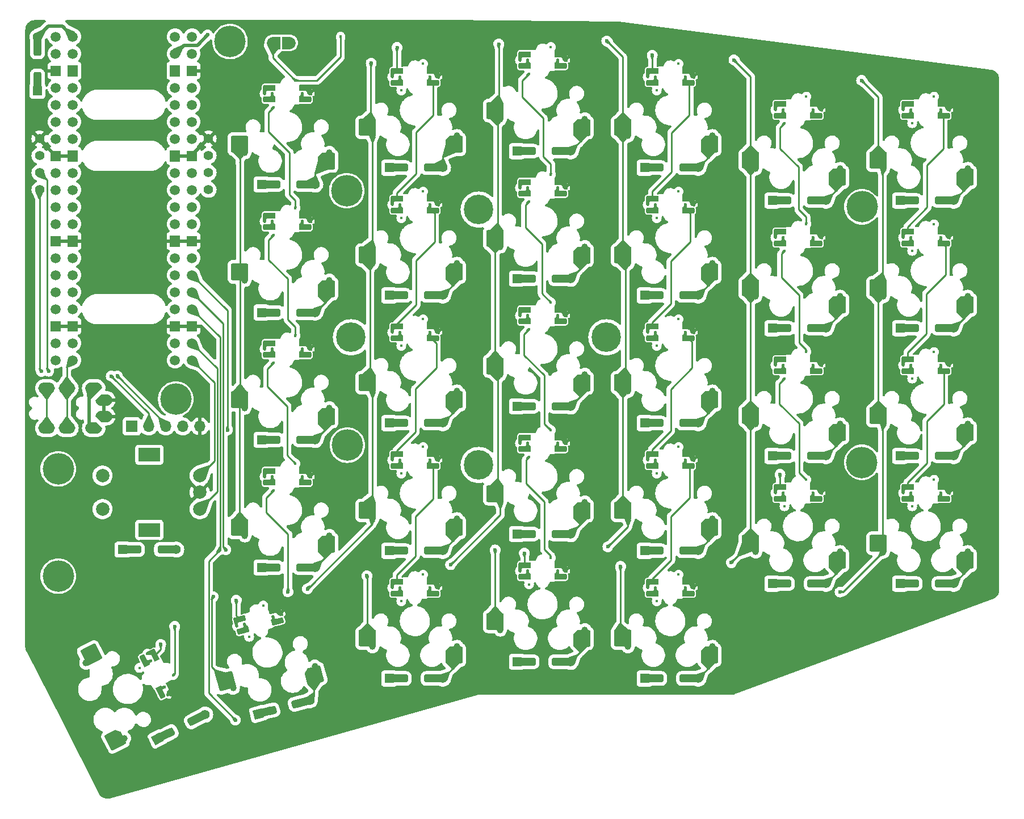
<source format=gtl>
G04 #@! TF.GenerationSoftware,KiCad,Pcbnew,(7.0.0-0)*
G04 #@! TF.CreationDate,2023-05-29T18:30:05-07:00*
G04 #@! TF.ProjectId,sofel_v3b,736f6665-6c5f-4763-9362-2e6b69636164,rev?*
G04 #@! TF.SameCoordinates,Original*
G04 #@! TF.FileFunction,Copper,L1,Top*
G04 #@! TF.FilePolarity,Positive*
%FSLAX46Y46*%
G04 Gerber Fmt 4.6, Leading zero omitted, Abs format (unit mm)*
G04 Created by KiCad (PCBNEW (7.0.0-0)) date 2023-05-29 18:30:05*
%MOMM*%
%LPD*%
G01*
G04 APERTURE LIST*
G04 Aperture macros list*
%AMRoundRect*
0 Rectangle with rounded corners*
0 $1 Rounding radius*
0 $2 $3 $4 $5 $6 $7 $8 $9 X,Y pos of 4 corners*
0 Add a 4 corners polygon primitive as box body*
4,1,4,$2,$3,$4,$5,$6,$7,$8,$9,$2,$3,0*
0 Add four circle primitives for the rounded corners*
1,1,$1+$1,$2,$3*
1,1,$1+$1,$4,$5*
1,1,$1+$1,$6,$7*
1,1,$1+$1,$8,$9*
0 Add four rect primitives between the rounded corners*
20,1,$1+$1,$2,$3,$4,$5,0*
20,1,$1+$1,$4,$5,$6,$7,0*
20,1,$1+$1,$6,$7,$8,$9,0*
20,1,$1+$1,$8,$9,$2,$3,0*%
%AMRotRect*
0 Rectangle, with rotation*
0 The origin of the aperture is its center*
0 $1 length*
0 $2 width*
0 $3 Rotation angle, in degrees counterclockwise*
0 Add horizontal line*
21,1,$1,$2,0,0,$3*%
%AMFreePoly0*
4,1,28,-0.850000,0.400000,0.000000,1.250000,0.114750,1.242219,0.293119,1.197860,0.457783,1.116195,0.601041,1.001041,0.716195,0.857783,0.797860,0.693119,0.842219,0.514750,0.850000,0.400000,0.850000,-0.400000,0.842219,-0.514750,0.797860,-0.693119,0.716195,-0.857783,0.601041,-1.001041,0.457783,-1.116195,0.293119,-1.197860,0.114750,-1.242219,0.000000,-1.250000,-0.114750,-1.242219,
-0.293119,-1.197860,-0.457783,-1.116195,-0.601041,-1.001041,-0.716195,-0.857783,-0.797860,-0.693119,-0.842219,-0.514750,-0.850000,-0.400000,-0.850000,0.400000,-0.850000,0.400000,$1*%
%AMFreePoly1*
4,1,28,-0.850000,0.400000,-0.842219,0.514750,-0.797860,0.693119,-0.716195,0.857783,-0.601041,1.001041,-0.457783,1.116195,-0.293119,1.197860,-0.114750,1.242219,0.000000,1.250000,0.850000,0.400000,0.850000,-0.400000,0.842219,-0.514750,0.797860,-0.693119,0.716195,-0.857783,0.601041,-1.001041,0.457783,-1.116195,0.293119,-1.197860,0.114750,-1.242219,0.000000,-1.250000,-0.114750,-1.242219,
-0.293119,-1.197860,-0.457783,-1.116195,-0.601041,-1.001041,-0.716195,-0.857783,-0.797860,-0.693119,-0.842219,-0.514750,-0.850000,-0.400000,-0.850000,0.400000,-0.850000,0.400000,$1*%
%AMFreePoly2*
4,1,28,-0.850000,0.400000,-0.842219,0.514750,-0.797860,0.693119,-0.716195,0.857783,-0.601041,1.001041,-0.457783,1.116195,-0.293119,1.197860,-0.114750,1.242219,0.000000,1.250000,0.114750,1.242219,0.293119,1.197860,0.457783,1.116195,0.601041,1.001041,0.716195,0.857783,0.797860,0.693119,0.842219,0.514750,0.850000,0.400000,0.850000,-0.400000,0.000000,-1.250000,-0.114750,-1.242219,
-0.293119,-1.197860,-0.457783,-1.116195,-0.601041,-1.001041,-0.716195,-0.857783,-0.797860,-0.693119,-0.842219,-0.514750,-0.850000,-0.400000,-0.850000,0.400000,-0.850000,0.400000,$1*%
%AMFreePoly3*
4,1,28,-0.850000,0.400000,-0.842219,0.514750,-0.797860,0.693119,-0.716195,0.857783,-0.601041,1.001041,-0.457783,1.116195,-0.293119,1.197860,-0.114750,1.242219,0.000000,1.250000,0.114750,1.242219,0.293119,1.197860,0.457783,1.116195,0.601041,1.001041,0.716195,0.857783,0.797860,0.693119,0.842219,0.514750,0.850000,0.400000,0.850000,-0.400000,0.842219,-0.514750,0.797860,-0.693119,
0.716195,-0.857783,0.601041,-1.001041,0.457783,-1.116195,0.293119,-1.197860,0.114750,-1.242219,0.000000,-1.250000,-0.850000,-0.400000,-0.850000,0.400000,-0.850000,0.400000,$1*%
%AMFreePoly4*
4,1,21,-1.000000,0.000000,-0.988920,0.140791,-0.940222,0.322531,-0.854804,0.490175,-0.736396,0.636396,-0.590175,0.754804,-0.422531,0.840222,-0.240791,0.888920,-0.100000,0.900000,1.000000,0.900000,1.000000,-0.900000,-0.100000,-0.900000,-0.240791,-0.888920,-0.422531,-0.840222,-0.590175,-0.754804,-0.736396,-0.636396,-0.854804,-0.490175,-0.940222,-0.322531,-0.988920,-0.140791,-1.000000,0.000000,
-1.000000,0.000000,-1.000000,0.000000,$1*%
%AMFreePoly5*
4,1,20,-1.000000,0.900000,0.100000,0.900000,0.240791,0.888920,0.422531,0.840222,0.590175,0.754804,0.736396,0.636396,0.854804,0.490175,0.940222,0.322531,0.988920,0.140791,1.000000,0.000000,0.988920,-0.140791,0.940222,-0.322531,0.854804,-0.490175,0.736396,-0.636396,0.590175,-0.754804,0.422531,-0.840222,0.240791,-0.888920,0.100000,-0.900000,-1.000000,-0.900000,-1.000000,0.900000,
-1.000000,0.900000,$1*%
%AMFreePoly6*
4,1,37,0.768820,0.408824,0.837760,0.362760,0.883824,0.293820,0.900000,0.212500,0.900000,-0.212500,0.883824,-0.293820,0.837760,-0.362760,0.768820,-0.408824,0.687500,-0.425000,-0.038011,-0.425000,-0.110315,-0.448493,-0.171820,-0.493180,-0.216507,-0.554685,-0.240000,-0.626989,-0.240000,-0.665001,-0.241126,-0.670661,-0.241126,-0.873874,-0.246043,-0.920654,-0.284097,-1.006126,-0.353626,-1.068730,
-0.442607,-1.097641,-0.535655,-1.087862,-0.616680,-1.041082,-0.671674,-0.965390,-0.691126,-0.873874,-0.691126,-0.699510,-0.708909,-0.640731,-0.748575,-0.581176,-0.803788,-0.535659,-0.836839,-0.521959,-0.877813,-0.490326,-0.897481,-0.442444,-0.895132,-0.425000,-0.900000,-0.425000,-0.900000,0.425000,0.687500,0.425000,0.768820,0.408824,0.768820,0.408824,$1*%
%AMFreePoly7*
4,1,26,0.900000,-0.425000,-0.200213,-0.425000,-0.205873,-0.426126,-0.243885,-0.426126,-0.316189,-0.449619,-0.377694,-0.494306,-0.422381,-0.555811,-0.445874,-0.628115,-0.445874,-0.666127,-0.450000,-0.686869,-0.450000,-0.875000,-0.454917,-0.921780,-0.492971,-1.007252,-0.562500,-1.069856,-0.651481,-1.098767,-0.744529,-1.088988,-0.825554,-1.042208,-0.880548,-0.966516,-0.900000,-0.875000,-0.900000,0.212500,
-0.883824,0.293820,-0.837760,0.362760,-0.768820,0.408824,-0.687500,0.425000,0.900000,0.425000,0.900000,-0.425000,0.900000,-0.425000,$1*%
%AMFreePoly8*
4,1,21,0.768820,0.408824,0.837760,0.362760,0.883824,0.293820,0.900000,0.212500,0.900000,-0.425000,0.899600,-0.425000,0.899600,-0.887000,0.884955,-0.922355,0.849600,-0.937000,0.494000,-0.937000,0.458645,-0.922355,0.444000,-0.887000,0.444000,-0.623911,0.421507,-0.554685,0.376820,-0.493180,0.315315,-0.448493,0.243011,-0.425000,-0.910000,-0.425000,-0.910000,0.425000,0.687500,0.425000,
0.768820,0.408824,0.768820,0.408824,$1*%
%AMFreePoly9*
4,1,31,0.910000,-0.425000,0.907465,-0.425000,0.909183,-0.437759,0.889516,-0.485641,0.848543,-0.517275,0.815493,-0.530974,0.760283,-0.576491,0.720620,-0.636045,0.700000,-0.704210,0.700000,-0.875000,0.695083,-0.921780,0.657029,-1.007252,0.587500,-1.069856,0.498519,-1.098767,0.405471,-1.088988,0.324446,-1.042208,0.269452,-0.966516,0.250000,-0.875000,0.250000,-0.425000,-0.687500,-0.425000,
-0.768820,-0.408824,-0.837760,-0.362760,-0.883824,-0.293820,-0.900000,-0.212500,-0.900000,0.212500,-0.883824,0.293820,-0.837760,0.362760,-0.768820,0.408824,-0.687500,0.425000,0.910000,0.425000,0.910000,-0.425000,0.910000,-0.425000,$1*%
%AMFreePoly10*
4,1,18,-1.275000,0.630000,-0.645000,1.260000,1.023000,1.260000,1.119436,1.240818,1.201191,1.186191,1.255818,1.104436,1.275000,1.008000,1.275000,-1.008000,1.255818,-1.104436,1.201191,-1.186191,1.119436,-1.240818,1.023000,-1.260000,-1.023000,-1.260000,-1.119436,-1.240818,-1.201191,-1.186191,-1.255818,-1.104436,-1.275000,-1.008000,-1.275000,0.630000,-1.275000,0.630000,$1*%
%AMFreePoly11*
4,1,17,-1.275000,1.008000,-1.255818,1.104436,-1.201191,1.186191,-1.119436,1.240818,-1.023000,1.260000,1.023000,1.260000,1.119436,1.240818,1.201191,1.186191,1.255818,1.104436,1.275000,1.008000,1.275000,-1.260000,-1.023000,-1.260000,-1.119436,-1.240818,-1.201191,-1.186191,-1.255818,-1.104436,-1.275000,-1.008000,-1.275000,1.008000,-1.275000,1.008000,$1*%
G04 Aperture macros list end*
G04 #@! TA.AperFunction,ComponentPad*
%ADD10FreePoly0,90.000000*%
G04 #@! TD*
G04 #@! TA.AperFunction,ComponentPad*
%ADD11FreePoly1,90.000000*%
G04 #@! TD*
G04 #@! TA.AperFunction,ComponentPad*
%ADD12FreePoly2,90.000000*%
G04 #@! TD*
G04 #@! TA.AperFunction,ComponentPad*
%ADD13FreePoly3,90.000000*%
G04 #@! TD*
G04 #@! TA.AperFunction,ComponentPad*
%ADD14O,2.500000X1.700000*%
G04 #@! TD*
G04 #@! TA.AperFunction,ComponentPad*
%ADD15C,1.397000*%
G04 #@! TD*
G04 #@! TA.AperFunction,ComponentPad*
%ADD16C,2.000000*%
G04 #@! TD*
G04 #@! TA.AperFunction,ComponentPad*
%ADD17R,3.200000X2.000000*%
G04 #@! TD*
G04 #@! TA.AperFunction,ComponentPad*
%ADD18C,4.700000*%
G04 #@! TD*
G04 #@! TA.AperFunction,ComponentPad*
%ADD19R,1.700000X1.700000*%
G04 #@! TD*
G04 #@! TA.AperFunction,ComponentPad*
%ADD20O,1.700000X1.700000*%
G04 #@! TD*
G04 #@! TA.AperFunction,ComponentPad*
%ADD21FreePoly4,180.000000*%
G04 #@! TD*
G04 #@! TA.AperFunction,ComponentPad*
%ADD22FreePoly5,180.000000*%
G04 #@! TD*
G04 #@! TA.AperFunction,ComponentPad*
%ADD23C,4.400000*%
G04 #@! TD*
G04 #@! TA.AperFunction,ComponentPad*
%ADD24R,1.400000X1.400000*%
G04 #@! TD*
G04 #@! TA.AperFunction,SMDPad,CuDef*
%ADD25R,1.600000X1.200000*%
G04 #@! TD*
G04 #@! TA.AperFunction,SMDPad,CuDef*
%ADD26RoundRect,0.300000X-0.400000X-0.300000X0.400000X-0.300000X0.400000X0.300000X-0.400000X0.300000X0*%
G04 #@! TD*
G04 #@! TA.AperFunction,SMDPad,CuDef*
%ADD27R,2.140000X1.200000*%
G04 #@! TD*
G04 #@! TA.AperFunction,ComponentPad*
%ADD28C,1.400000*%
G04 #@! TD*
G04 #@! TA.AperFunction,ComponentPad*
%ADD29RotRect,1.400000X1.400000X27.000000*%
G04 #@! TD*
G04 #@! TA.AperFunction,SMDPad,CuDef*
%ADD30RotRect,1.600000X1.200000X27.000000*%
G04 #@! TD*
G04 #@! TA.AperFunction,SMDPad,CuDef*
%ADD31RoundRect,0.300000X-0.220205X-0.448898X0.492600X-0.085706X0.220205X0.448898X-0.492600X0.085706X0*%
G04 #@! TD*
G04 #@! TA.AperFunction,SMDPad,CuDef*
%ADD32RotRect,2.140000X1.200000X27.000000*%
G04 #@! TD*
G04 #@! TA.AperFunction,SMDPad,CuDef*
%ADD33FreePoly6,180.000000*%
G04 #@! TD*
G04 #@! TA.AperFunction,ComponentPad*
%ADD34C,0.450000*%
G04 #@! TD*
G04 #@! TA.AperFunction,SMDPad,CuDef*
%ADD35FreePoly7,0.000000*%
G04 #@! TD*
G04 #@! TA.AperFunction,SMDPad,CuDef*
%ADD36FreePoly8,0.000000*%
G04 #@! TD*
G04 #@! TA.AperFunction,SMDPad,CuDef*
%ADD37FreePoly9,180.000000*%
G04 #@! TD*
G04 #@! TA.AperFunction,SMDPad,CuDef*
%ADD38FreePoly10,0.000000*%
G04 #@! TD*
G04 #@! TA.AperFunction,ComponentPad*
%ADD39C,1.000000*%
G04 #@! TD*
G04 #@! TA.AperFunction,SMDPad,CuDef*
%ADD40FreePoly11,0.000000*%
G04 #@! TD*
G04 #@! TA.AperFunction,SMDPad,CuDef*
%ADD41FreePoly6,117.000000*%
G04 #@! TD*
G04 #@! TA.AperFunction,SMDPad,CuDef*
%ADD42FreePoly7,297.000000*%
G04 #@! TD*
G04 #@! TA.AperFunction,SMDPad,CuDef*
%ADD43FreePoly8,297.000000*%
G04 #@! TD*
G04 #@! TA.AperFunction,SMDPad,CuDef*
%ADD44FreePoly9,117.000000*%
G04 #@! TD*
G04 #@! TA.AperFunction,SMDPad,CuDef*
%ADD45FreePoly10,297.000000*%
G04 #@! TD*
G04 #@! TA.AperFunction,SMDPad,CuDef*
%ADD46FreePoly11,297.000000*%
G04 #@! TD*
G04 #@! TA.AperFunction,SMDPad,CuDef*
%ADD47FreePoly6,195.000000*%
G04 #@! TD*
G04 #@! TA.AperFunction,SMDPad,CuDef*
%ADD48FreePoly7,15.000000*%
G04 #@! TD*
G04 #@! TA.AperFunction,SMDPad,CuDef*
%ADD49FreePoly8,15.000000*%
G04 #@! TD*
G04 #@! TA.AperFunction,SMDPad,CuDef*
%ADD50FreePoly9,195.000000*%
G04 #@! TD*
G04 #@! TA.AperFunction,SMDPad,CuDef*
%ADD51FreePoly10,15.000000*%
G04 #@! TD*
G04 #@! TA.AperFunction,SMDPad,CuDef*
%ADD52FreePoly11,15.000000*%
G04 #@! TD*
G04 #@! TA.AperFunction,ComponentPad*
%ADD53RotRect,1.400000X1.400000X15.000000*%
G04 #@! TD*
G04 #@! TA.AperFunction,SMDPad,CuDef*
%ADD54RotRect,1.600000X1.200000X15.000000*%
G04 #@! TD*
G04 #@! TA.AperFunction,SMDPad,CuDef*
%ADD55RoundRect,0.300000X-0.308725X-0.393305X0.464016X-0.186250X0.308725X0.393305X-0.464016X0.186250X0*%
G04 #@! TD*
G04 #@! TA.AperFunction,SMDPad,CuDef*
%ADD56RotRect,2.140000X1.200000X15.000000*%
G04 #@! TD*
G04 #@! TA.AperFunction,SMDPad,CuDef*
%ADD57R,1.200000X1.600000*%
G04 #@! TD*
G04 #@! TA.AperFunction,SMDPad,CuDef*
%ADD58RoundRect,0.300000X0.300000X-0.400000X0.300000X0.400000X-0.300000X0.400000X-0.300000X-0.400000X0*%
G04 #@! TD*
G04 #@! TA.AperFunction,SMDPad,CuDef*
%ADD59R,1.200000X2.140000*%
G04 #@! TD*
G04 #@! TA.AperFunction,ComponentPad*
%ADD60C,1.500000*%
G04 #@! TD*
G04 #@! TA.AperFunction,ComponentPad*
%ADD61R,1.500000X1.500000*%
G04 #@! TD*
G04 #@! TA.AperFunction,ComponentPad*
%ADD62R,1.500000X1.700000*%
G04 #@! TD*
G04 #@! TA.AperFunction,ViaPad*
%ADD63C,0.600000*%
G04 #@! TD*
G04 #@! TA.AperFunction,ViaPad*
%ADD64C,0.500000*%
G04 #@! TD*
G04 #@! TA.AperFunction,ViaPad*
%ADD65C,0.400000*%
G04 #@! TD*
G04 #@! TA.AperFunction,Conductor*
%ADD66C,0.250000*%
G04 #@! TD*
G04 #@! TA.AperFunction,Conductor*
%ADD67C,0.500000*%
G04 #@! TD*
G04 APERTURE END LIST*
D10*
X93189999Y-93169999D03*
D11*
X93189999Y-90719999D03*
D12*
X91689999Y-94919999D03*
D13*
X91689999Y-88969999D03*
D14*
X87689999Y-94919999D03*
X87689999Y-88969999D03*
X84689999Y-94919999D03*
X84689999Y-88969999D03*
D15*
X108817500Y-59350000D03*
X83607500Y-59350000D03*
X108817500Y-56810000D03*
X83607500Y-56810000D03*
X108817500Y-54270000D03*
X83607500Y-54270000D03*
X108817500Y-51730000D03*
X83607500Y-51730000D03*
D16*
X107500000Y-107000000D03*
X107500000Y-102000000D03*
X107500000Y-104500000D03*
D17*
X99999999Y-110099999D03*
X99999999Y-98899999D03*
D16*
X93000000Y-102000000D03*
X93000000Y-107000000D03*
D18*
X206290000Y-61910000D03*
X206275000Y-100025000D03*
X129440000Y-59510000D03*
X129530000Y-97460000D03*
D19*
X97359999Y-94669999D03*
D20*
X99899999Y-94669999D03*
X102439999Y-94669999D03*
X104979999Y-94669999D03*
X107519999Y-94669999D03*
D21*
X120839999Y-37459999D03*
D22*
X118499999Y-37459999D03*
D23*
X130075000Y-81370000D03*
X149125000Y-62320000D03*
X149125000Y-100420000D03*
X168175000Y-81370000D03*
D18*
X86400000Y-117000000D03*
X112010000Y-37250000D03*
X103930000Y-90590000D03*
X86400000Y-101000000D03*
D24*
X116729999Y-58574999D03*
D25*
X117979999Y-58574999D03*
D26*
X118830000Y-58575000D03*
X122630000Y-58575000D03*
D27*
X123699999Y-58574999D03*
D28*
X124730000Y-58575000D03*
D24*
X135779999Y-56074999D03*
D25*
X137029999Y-56074999D03*
D26*
X137880000Y-56075000D03*
X141680000Y-56075000D03*
D27*
X142749999Y-56074999D03*
D28*
X143780000Y-56075000D03*
D24*
X154829999Y-53609999D03*
D25*
X156079999Y-53609999D03*
D26*
X156930000Y-53610000D03*
X160730000Y-53610000D03*
D27*
X161799999Y-53609999D03*
D28*
X162830000Y-53610000D03*
D24*
X173879999Y-56074999D03*
D25*
X175129999Y-56074999D03*
D26*
X175980000Y-56075000D03*
X179780000Y-56075000D03*
D27*
X180849999Y-56074999D03*
D28*
X181880000Y-56075000D03*
D24*
X192929999Y-60974999D03*
D25*
X194179999Y-60974999D03*
D26*
X195030000Y-60975000D03*
X198830000Y-60975000D03*
D27*
X199899999Y-60974999D03*
D28*
X200930000Y-60975000D03*
D24*
X211979999Y-60974999D03*
D25*
X213229999Y-60974999D03*
D26*
X214080000Y-60975000D03*
X217880000Y-60975000D03*
D27*
X218949999Y-60974999D03*
D28*
X219980000Y-60975000D03*
D24*
X116729999Y-96674999D03*
D25*
X117979999Y-96674999D03*
D26*
X118830000Y-96675000D03*
X122630000Y-96675000D03*
D27*
X123699999Y-96674999D03*
D28*
X124730000Y-96675000D03*
D24*
X116729999Y-115724999D03*
D25*
X117979999Y-115724999D03*
D26*
X118830000Y-115725000D03*
X122630000Y-115725000D03*
D27*
X123699999Y-115724999D03*
D28*
X124730000Y-115725000D03*
D24*
X95999999Y-113039999D03*
D25*
X97249999Y-113039999D03*
D26*
X98100000Y-113040000D03*
X101900000Y-113040000D03*
D27*
X102969999Y-113039999D03*
D28*
X104000000Y-113040000D03*
D29*
X101193061Y-141278543D03*
D30*
X102306819Y-140711055D03*
D31*
X103064176Y-140325164D03*
X106450000Y-138600000D03*
D32*
X107403376Y-138114229D03*
D28*
X108321114Y-137646620D03*
D33*
X117850000Y-45905000D03*
D34*
X118316126Y-45031126D03*
X117170000Y-45030000D03*
D35*
X117857000Y-44155000D03*
D34*
X118525000Y-47030000D03*
D36*
X123255000Y-44155000D03*
D34*
X123930000Y-45030000D03*
X121770000Y-43070000D03*
X122775000Y-45030000D03*
D37*
X123250000Y-45905000D03*
D38*
X126391999Y-55069999D03*
D39*
X126850000Y-53820000D03*
D40*
X113464999Y-52549999D03*
D39*
X114240000Y-53810000D03*
D33*
X155950000Y-40905000D03*
D34*
X156416126Y-40031126D03*
X155270000Y-40030000D03*
D35*
X155957000Y-39155000D03*
D34*
X156625000Y-42030000D03*
D36*
X161355000Y-39155000D03*
D34*
X162030000Y-40030000D03*
X159870000Y-38070000D03*
X160875000Y-40030000D03*
D37*
X161350000Y-40905000D03*
D38*
X164491999Y-50069999D03*
D39*
X164950000Y-48820000D03*
D40*
X151564999Y-47549999D03*
D39*
X152340000Y-48810000D03*
D33*
X117850000Y-84005000D03*
D34*
X118316126Y-83131126D03*
X117170000Y-83130000D03*
D35*
X117857000Y-82255000D03*
D34*
X118525000Y-85130000D03*
D36*
X123255000Y-82255000D03*
D34*
X123930000Y-83130000D03*
X121770000Y-81170000D03*
X122775000Y-83130000D03*
D37*
X123250000Y-84005000D03*
D38*
X126391999Y-93169999D03*
D39*
X126850000Y-91920000D03*
D40*
X113464999Y-90649999D03*
D39*
X114240000Y-91910000D03*
D33*
X136900000Y-81505000D03*
D34*
X137366126Y-80631126D03*
X136220000Y-80630000D03*
D35*
X136907000Y-79755000D03*
D34*
X137575000Y-82630000D03*
D36*
X142305000Y-79755000D03*
D34*
X142980000Y-80630000D03*
X140820000Y-78670000D03*
X141825000Y-80630000D03*
D37*
X142300000Y-81505000D03*
D38*
X145441999Y-90669999D03*
D39*
X145900000Y-89420000D03*
D40*
X132514999Y-88149999D03*
D39*
X133290000Y-89410000D03*
D33*
X155950000Y-98055000D03*
D34*
X156416126Y-97181126D03*
X155270000Y-97180000D03*
D35*
X155957000Y-96305000D03*
D34*
X156625000Y-99180000D03*
D36*
X161355000Y-96305000D03*
D34*
X162030000Y-97180000D03*
X159870000Y-95220000D03*
X160875000Y-97180000D03*
D37*
X161350000Y-98055000D03*
D38*
X164491999Y-107219999D03*
D39*
X164950000Y-105970000D03*
D40*
X151564999Y-104699999D03*
D39*
X152340000Y-105960000D03*
D33*
X194050000Y-105455000D03*
D34*
X194516126Y-104581126D03*
X193370000Y-104580000D03*
D35*
X194057000Y-103705000D03*
D34*
X194725000Y-106580000D03*
D36*
X199455000Y-103705000D03*
D34*
X200130000Y-104580000D03*
X197970000Y-102620000D03*
X198975000Y-104580000D03*
D37*
X199450000Y-105455000D03*
D38*
X202591999Y-114619999D03*
D39*
X203050000Y-113370000D03*
D40*
X189664999Y-112099999D03*
D39*
X190440000Y-113360000D03*
D41*
X99218643Y-129576000D03*
D34*
X100208888Y-129594591D03*
X99689561Y-128572874D03*
D42*
X100781083Y-128787754D03*
D34*
X98522705Y-130688169D03*
D43*
X103231723Y-133597407D03*
D34*
X102758536Y-134596078D03*
X103524290Y-131781683D03*
X102234177Y-133566966D03*
D44*
X101670192Y-134387436D03*
D45*
X94930554Y-141347800D03*
D39*
X96252241Y-141188394D03*
D46*
X91307156Y-128685703D03*
D39*
X90536331Y-129948262D03*
D47*
X113932136Y-125143345D03*
D34*
X114156204Y-124178605D03*
X113048840Y-124474157D03*
D48*
X113485964Y-123451163D03*
D34*
X114875308Y-126055309D03*
D49*
X118700032Y-122054058D03*
D34*
X119578499Y-122724540D03*
X116984814Y-121390375D03*
X118462854Y-123023476D03*
D50*
X119148136Y-123745722D03*
D51*
X124555150Y-131785222D03*
D39*
X124674021Y-130459277D03*
D52*
X111416403Y-132696843D03*
D39*
X112491109Y-133713326D03*
D33*
X213100000Y-67355000D03*
D34*
X213566126Y-66481126D03*
X212420000Y-66480000D03*
D35*
X213107000Y-65605000D03*
D34*
X213775000Y-68480000D03*
D36*
X218505000Y-65605000D03*
D34*
X219180000Y-66480000D03*
X217020000Y-64520000D03*
X218025000Y-66480000D03*
D37*
X218500000Y-67355000D03*
D38*
X221641999Y-76519999D03*
D39*
X222100000Y-75270000D03*
D40*
X208714999Y-73999999D03*
D39*
X209490000Y-75260000D03*
D33*
X213100000Y-86405000D03*
D34*
X213566126Y-85531126D03*
X212420000Y-85530000D03*
D35*
X213107000Y-84655000D03*
D34*
X213775000Y-87530000D03*
D36*
X218505000Y-84655000D03*
D34*
X219180000Y-85530000D03*
X217020000Y-83570000D03*
X218025000Y-85530000D03*
D37*
X218500000Y-86405000D03*
D38*
X221641999Y-95569999D03*
D39*
X222100000Y-94320000D03*
D40*
X208714999Y-93049999D03*
D39*
X209490000Y-94310000D03*
D33*
X213100000Y-105455000D03*
D34*
X213566126Y-104581126D03*
X212420000Y-104580000D03*
D35*
X213107000Y-103705000D03*
D34*
X213775000Y-106580000D03*
D36*
X218505000Y-103705000D03*
D34*
X219180000Y-104580000D03*
X217020000Y-102620000D03*
X218025000Y-104580000D03*
D37*
X218500000Y-105455000D03*
D38*
X221641999Y-114619999D03*
D39*
X222100000Y-113370000D03*
D40*
X208714999Y-112099999D03*
D39*
X209490000Y-113360000D03*
D33*
X175000000Y-43405000D03*
D34*
X175466126Y-42531126D03*
X174320000Y-42530000D03*
D35*
X175007000Y-41655000D03*
D34*
X175675000Y-44530000D03*
D36*
X180405000Y-41655000D03*
D34*
X181080000Y-42530000D03*
X178920000Y-40570000D03*
X179925000Y-42530000D03*
D37*
X180400000Y-43405000D03*
D38*
X183541999Y-52569999D03*
D39*
X184000000Y-51320000D03*
D40*
X170614999Y-50049999D03*
D39*
X171390000Y-51310000D03*
D24*
X116729999Y-77674999D03*
D25*
X117979999Y-77674999D03*
D26*
X118830000Y-77675000D03*
X122630000Y-77675000D03*
D27*
X123699999Y-77674999D03*
D28*
X124730000Y-77675000D03*
D24*
X135779999Y-75124999D03*
D25*
X137029999Y-75124999D03*
D26*
X137880000Y-75125000D03*
X141680000Y-75125000D03*
D27*
X142749999Y-75124999D03*
D28*
X143780000Y-75125000D03*
D24*
X154829999Y-72624999D03*
D25*
X156079999Y-72624999D03*
D26*
X156930000Y-72625000D03*
X160730000Y-72625000D03*
D27*
X161799999Y-72624999D03*
D28*
X162830000Y-72625000D03*
D24*
X173879999Y-75124999D03*
D25*
X175129999Y-75124999D03*
D26*
X175980000Y-75125000D03*
X179780000Y-75125000D03*
D27*
X180849999Y-75124999D03*
D28*
X181880000Y-75125000D03*
D24*
X192929999Y-80024999D03*
D25*
X194179999Y-80024999D03*
D26*
X195030000Y-80025000D03*
X198830000Y-80025000D03*
D27*
X199899999Y-80024999D03*
D28*
X200930000Y-80025000D03*
D24*
X211979999Y-80024999D03*
D25*
X213229999Y-80024999D03*
D26*
X214080000Y-80025000D03*
X217880000Y-80025000D03*
D27*
X218949999Y-80024999D03*
D28*
X219980000Y-80025000D03*
D33*
X194050000Y-48305000D03*
D34*
X194516126Y-47431126D03*
X193370000Y-47430000D03*
D35*
X194057000Y-46555000D03*
D34*
X194725000Y-49430000D03*
D36*
X199455000Y-46555000D03*
D34*
X200130000Y-47430000D03*
X197970000Y-45470000D03*
X198975000Y-47430000D03*
D37*
X199450000Y-48305000D03*
D38*
X202591999Y-57469999D03*
D39*
X203050000Y-56220000D03*
D40*
X189664999Y-54949999D03*
D39*
X190440000Y-56210000D03*
D33*
X136900000Y-62455000D03*
D34*
X137366126Y-61581126D03*
X136220000Y-61580000D03*
D35*
X136907000Y-60705000D03*
D34*
X137575000Y-63580000D03*
D36*
X142305000Y-60705000D03*
D34*
X142980000Y-61580000D03*
X140820000Y-59620000D03*
X141825000Y-61580000D03*
D37*
X142300000Y-62455000D03*
D38*
X145441999Y-71619999D03*
D39*
X145900000Y-70370000D03*
D40*
X132514999Y-69099999D03*
D39*
X133290000Y-70360000D03*
D33*
X175000000Y-62455000D03*
D34*
X175466126Y-61581126D03*
X174320000Y-61580000D03*
D35*
X175007000Y-60705000D03*
D34*
X175675000Y-63580000D03*
D36*
X180405000Y-60705000D03*
D34*
X181080000Y-61580000D03*
X178920000Y-59620000D03*
X179925000Y-61580000D03*
D37*
X180400000Y-62455000D03*
D38*
X183541999Y-71619999D03*
D39*
X184000000Y-70370000D03*
D40*
X170614999Y-69099999D03*
D39*
X171390000Y-70360000D03*
D33*
X155950000Y-59955000D03*
D34*
X156416126Y-59081126D03*
X155270000Y-59080000D03*
D35*
X155957000Y-58205000D03*
D34*
X156625000Y-61080000D03*
D36*
X161355000Y-58205000D03*
D34*
X162030000Y-59080000D03*
X159870000Y-57120000D03*
X160875000Y-59080000D03*
D37*
X161350000Y-59955000D03*
D38*
X164491999Y-69119999D03*
D39*
X164950000Y-67870000D03*
D40*
X151564999Y-66599999D03*
D39*
X152340000Y-67860000D03*
D33*
X175000000Y-81505000D03*
D34*
X175466126Y-80631126D03*
X174320000Y-80630000D03*
D35*
X175007000Y-79755000D03*
D34*
X175675000Y-82630000D03*
D36*
X180405000Y-79755000D03*
D34*
X181080000Y-80630000D03*
X178920000Y-78670000D03*
X179925000Y-80630000D03*
D37*
X180400000Y-81505000D03*
D38*
X183541999Y-90669999D03*
D39*
X184000000Y-89420000D03*
D40*
X170614999Y-88149999D03*
D39*
X171390000Y-89410000D03*
D33*
X213100000Y-48305000D03*
D34*
X213566126Y-47431126D03*
X212420000Y-47430000D03*
D35*
X213107000Y-46555000D03*
D34*
X213775000Y-49430000D03*
D36*
X218505000Y-46555000D03*
D34*
X219180000Y-47430000D03*
X217020000Y-45470000D03*
X218025000Y-47430000D03*
D37*
X218500000Y-48305000D03*
D38*
X221641999Y-57469999D03*
D39*
X222100000Y-56220000D03*
D40*
X208714999Y-54949999D03*
D39*
X209490000Y-56210000D03*
D33*
X117850000Y-64955000D03*
D34*
X118316126Y-64081126D03*
X117170000Y-64080000D03*
D35*
X117857000Y-63205000D03*
D34*
X118525000Y-66080000D03*
D36*
X123255000Y-63205000D03*
D34*
X123930000Y-64080000D03*
X121770000Y-62120000D03*
X122775000Y-64080000D03*
D37*
X123250000Y-64955000D03*
D38*
X126391999Y-74119999D03*
D39*
X126850000Y-72870000D03*
D40*
X113464999Y-71599999D03*
D39*
X114240000Y-72860000D03*
D33*
X175000000Y-119605000D03*
D34*
X175466126Y-118731126D03*
X174320000Y-118730000D03*
D35*
X175007000Y-117855000D03*
D34*
X175675000Y-120730000D03*
D36*
X180405000Y-117855000D03*
D34*
X181080000Y-118730000D03*
X178920000Y-116770000D03*
X179925000Y-118730000D03*
D37*
X180400000Y-119605000D03*
D38*
X183541999Y-128769999D03*
D39*
X184000000Y-127520000D03*
D40*
X170614999Y-126249999D03*
D39*
X171390000Y-127510000D03*
D33*
X194050000Y-67355000D03*
D34*
X194516126Y-66481126D03*
X193370000Y-66480000D03*
D35*
X194057000Y-65605000D03*
D34*
X194725000Y-68480000D03*
D36*
X199455000Y-65605000D03*
D34*
X200130000Y-66480000D03*
X197970000Y-64520000D03*
X198975000Y-66480000D03*
D37*
X199450000Y-67355000D03*
D38*
X202591999Y-76519999D03*
D39*
X203050000Y-75270000D03*
D40*
X189664999Y-73999999D03*
D39*
X190440000Y-75260000D03*
D33*
X175000000Y-100555000D03*
D34*
X175466126Y-99681126D03*
X174320000Y-99680000D03*
D35*
X175007000Y-98805000D03*
D34*
X175675000Y-101680000D03*
D36*
X180405000Y-98805000D03*
D34*
X181080000Y-99680000D03*
X178920000Y-97720000D03*
X179925000Y-99680000D03*
D37*
X180400000Y-100555000D03*
D38*
X183541999Y-109719999D03*
D39*
X184000000Y-108470000D03*
D40*
X170614999Y-107199999D03*
D39*
X171390000Y-108460000D03*
D33*
X194050000Y-86405000D03*
D34*
X194516126Y-85531126D03*
X193370000Y-85530000D03*
D35*
X194057000Y-84655000D03*
D34*
X194725000Y-87530000D03*
D36*
X199455000Y-84655000D03*
D34*
X200130000Y-85530000D03*
X197970000Y-83570000D03*
X198975000Y-85530000D03*
D37*
X199450000Y-86405000D03*
D38*
X202591999Y-95569999D03*
D39*
X203050000Y-94320000D03*
D40*
X189664999Y-93049999D03*
D39*
X190440000Y-94310000D03*
D33*
X155950000Y-117105000D03*
D34*
X156416126Y-116231126D03*
X155270000Y-116230000D03*
D35*
X155957000Y-115355000D03*
D34*
X156625000Y-118230000D03*
D36*
X161355000Y-115355000D03*
D34*
X162030000Y-116230000D03*
X159870000Y-114270000D03*
X160875000Y-116230000D03*
D37*
X161350000Y-117105000D03*
D38*
X164491999Y-126269999D03*
D39*
X164950000Y-125020000D03*
D40*
X151564999Y-123749999D03*
D39*
X152340000Y-125010000D03*
D33*
X155950000Y-79005000D03*
D34*
X156416126Y-78131126D03*
X155270000Y-78130000D03*
D35*
X155957000Y-77255000D03*
D34*
X156625000Y-80130000D03*
D36*
X161355000Y-77255000D03*
D34*
X162030000Y-78130000D03*
X159870000Y-76170000D03*
X160875000Y-78130000D03*
D37*
X161350000Y-79005000D03*
D38*
X164491999Y-88169999D03*
D39*
X164950000Y-86920000D03*
D40*
X151564999Y-85649999D03*
D39*
X152340000Y-86910000D03*
D33*
X136900000Y-43405000D03*
D34*
X137366126Y-42531126D03*
X136220000Y-42530000D03*
D35*
X136907000Y-41655000D03*
D34*
X137575000Y-44530000D03*
D36*
X142305000Y-41655000D03*
D34*
X142980000Y-42530000D03*
X140820000Y-40570000D03*
X141825000Y-42530000D03*
D37*
X142300000Y-43405000D03*
D38*
X145441999Y-52569999D03*
D39*
X145900000Y-51320000D03*
D40*
X132514999Y-50049999D03*
D39*
X133290000Y-51310000D03*
D53*
X116221037Y-137567031D03*
D54*
X117428444Y-137243507D03*
D55*
X118249482Y-137023512D03*
X121920000Y-136040000D03*
D56*
X122953540Y-135763062D03*
D28*
X123948444Y-135496480D03*
D33*
X136900000Y-100555000D03*
D34*
X137366126Y-99681126D03*
X136220000Y-99680000D03*
D35*
X136907000Y-98805000D03*
D34*
X137575000Y-101680000D03*
D36*
X142305000Y-98805000D03*
D34*
X142980000Y-99680000D03*
X140820000Y-97720000D03*
X141825000Y-99680000D03*
D37*
X142300000Y-100555000D03*
D38*
X145441999Y-109719999D03*
D39*
X145900000Y-108470000D03*
D40*
X132514999Y-107199999D03*
D39*
X133290000Y-108460000D03*
D24*
X154829999Y-91674999D03*
D25*
X156079999Y-91674999D03*
D26*
X156930000Y-91675000D03*
X160730000Y-91675000D03*
D27*
X161799999Y-91674999D03*
D28*
X162830000Y-91675000D03*
D24*
X192929999Y-99074999D03*
D25*
X194179999Y-99074999D03*
D26*
X195030000Y-99075000D03*
X198830000Y-99075000D03*
D27*
X199899999Y-99074999D03*
D28*
X200930000Y-99075000D03*
D24*
X211979999Y-99074999D03*
D25*
X213229999Y-99074999D03*
D26*
X214080000Y-99075000D03*
X217880000Y-99075000D03*
D27*
X218949999Y-99074999D03*
D28*
X219980000Y-99075000D03*
D24*
X135779999Y-132274999D03*
D25*
X137029999Y-132274999D03*
D26*
X137880000Y-132275000D03*
X141680000Y-132275000D03*
D27*
X142749999Y-132274999D03*
D28*
X143780000Y-132275000D03*
D24*
X154829999Y-129774999D03*
D25*
X156079999Y-129774999D03*
D26*
X156930000Y-129775000D03*
X160730000Y-129775000D03*
D27*
X161799999Y-129774999D03*
D28*
X162830000Y-129775000D03*
D24*
X211979999Y-118124999D03*
D25*
X213229999Y-118124999D03*
D26*
X214080000Y-118125000D03*
X217880000Y-118125000D03*
D27*
X218949999Y-118124999D03*
D28*
X219980000Y-118125000D03*
D24*
X135779999Y-113224999D03*
D25*
X137029999Y-113224999D03*
D26*
X137880000Y-113225000D03*
X141680000Y-113225000D03*
D27*
X142749999Y-113224999D03*
D28*
X143780000Y-113225000D03*
D24*
X154829999Y-110724999D03*
D25*
X156079999Y-110724999D03*
D26*
X156930000Y-110725000D03*
X160730000Y-110725000D03*
D27*
X161799999Y-110724999D03*
D28*
X162830000Y-110725000D03*
D24*
X173879999Y-113224999D03*
D25*
X175129999Y-113224999D03*
D26*
X175980000Y-113225000D03*
X179780000Y-113225000D03*
D27*
X180849999Y-113224999D03*
D28*
X181880000Y-113225000D03*
D24*
X192929999Y-118124999D03*
D25*
X194179999Y-118124999D03*
D26*
X195030000Y-118125000D03*
X198830000Y-118125000D03*
D27*
X199899999Y-118124999D03*
D28*
X200930000Y-118125000D03*
D24*
X135779999Y-94174999D03*
D25*
X137029999Y-94174999D03*
D26*
X137880000Y-94175000D03*
X141680000Y-94175000D03*
D27*
X142749999Y-94174999D03*
D28*
X143780000Y-94175000D03*
D24*
X173879999Y-132274999D03*
D25*
X175129999Y-132274999D03*
D26*
X175980000Y-132275000D03*
X179780000Y-132275000D03*
D27*
X180849999Y-132274999D03*
D28*
X181880000Y-132275000D03*
D33*
X136900000Y-119605000D03*
D34*
X137366126Y-118731126D03*
X136220000Y-118730000D03*
D35*
X136907000Y-117855000D03*
D34*
X137575000Y-120730000D03*
D36*
X142305000Y-117855000D03*
D34*
X142980000Y-118730000D03*
X140820000Y-116770000D03*
X141825000Y-118730000D03*
D37*
X142300000Y-119605000D03*
D38*
X145441999Y-128769999D03*
D39*
X145900000Y-127520000D03*
D40*
X132514999Y-126249999D03*
D39*
X133290000Y-127510000D03*
D24*
X83301249Y-44597499D03*
D57*
X83301249Y-43347499D03*
D58*
X83301250Y-42497500D03*
X83301250Y-38697500D03*
D59*
X83301249Y-37627499D03*
D28*
X83301250Y-36597500D03*
D24*
X173879999Y-94174999D03*
D25*
X175129999Y-94174999D03*
D26*
X175980000Y-94175000D03*
X179780000Y-94175000D03*
D27*
X180849999Y-94174999D03*
D28*
X181880000Y-94175000D03*
D33*
X117850000Y-103055000D03*
D34*
X118316126Y-102181126D03*
X117170000Y-102180000D03*
D35*
X117857000Y-101305000D03*
D34*
X118525000Y-104180000D03*
D36*
X123255000Y-101305000D03*
D34*
X123930000Y-102180000D03*
X121770000Y-100220000D03*
X122775000Y-102180000D03*
D37*
X123250000Y-103055000D03*
D38*
X126391999Y-112219999D03*
D39*
X126850000Y-110970000D03*
D40*
X113464999Y-109699999D03*
D39*
X114240000Y-110960000D03*
D60*
X106372500Y-36524865D03*
X86052500Y-36524865D03*
X106372500Y-39064865D03*
X86052500Y-39064865D03*
D61*
X106372499Y-41604864D03*
X86052499Y-41604864D03*
D60*
X106372500Y-44144865D03*
X86052500Y-44144865D03*
X106372500Y-46684865D03*
X86052500Y-46684865D03*
X106372500Y-49224865D03*
X86052500Y-49224865D03*
X106372500Y-51764865D03*
X86052500Y-51764865D03*
D61*
X106372499Y-54304864D03*
X86052499Y-54304864D03*
D60*
X106372500Y-56844865D03*
X86052500Y-56844865D03*
X106372500Y-59384865D03*
X86052500Y-59384865D03*
X106372500Y-61924865D03*
X86052500Y-61924865D03*
X106372500Y-64464865D03*
X86052500Y-64464865D03*
D61*
X106372499Y-67004864D03*
X86052499Y-67004864D03*
D60*
X106372500Y-69544865D03*
X86052500Y-69544865D03*
X106372500Y-72084865D03*
X86052500Y-72084865D03*
X106372500Y-74624865D03*
X86052500Y-74624865D03*
X106372500Y-77164865D03*
X86052500Y-77164865D03*
D61*
X106372499Y-79704864D03*
X86052499Y-79704864D03*
D60*
X106372500Y-82244865D03*
X86052500Y-82244865D03*
X106372500Y-84784865D03*
X86052500Y-84784865D03*
X103832500Y-84784865D03*
X88592500Y-84784865D03*
X103832500Y-82244865D03*
X88592500Y-82244865D03*
D61*
X103832499Y-79704864D03*
X88592499Y-79704864D03*
D60*
X103832500Y-77164865D03*
X88592500Y-77164865D03*
X103832500Y-74624865D03*
X88592500Y-74624865D03*
X103832500Y-72084865D03*
X88592500Y-72084865D03*
X103832500Y-69544865D03*
X88592500Y-69544865D03*
D62*
X103832499Y-67004864D03*
X88592499Y-67004864D03*
D60*
X103832500Y-64464865D03*
X88592500Y-64464865D03*
X103832500Y-61924865D03*
X88592500Y-61924865D03*
X103832500Y-59384865D03*
X88592500Y-59384865D03*
X103832500Y-56844865D03*
X88592500Y-56844865D03*
D62*
X103832499Y-54304864D03*
X88592499Y-54304864D03*
D60*
X103832500Y-51764865D03*
X88592500Y-51764865D03*
X103832500Y-49224865D03*
X88592500Y-49224865D03*
X103832500Y-46684865D03*
X88592500Y-46684865D03*
X103832500Y-44144865D03*
X88592500Y-44144865D03*
D62*
X103832499Y-41604864D03*
X88592499Y-41604864D03*
D60*
X103832500Y-39064865D03*
X88592500Y-39064865D03*
X103832500Y-36524865D03*
X88592500Y-36524865D03*
D63*
X110521979Y-113066019D03*
X112820000Y-138460000D03*
X111653003Y-95210500D03*
X111405000Y-113065000D03*
X108670000Y-36260000D03*
D64*
X123570000Y-38390000D03*
X123600000Y-36460000D03*
D63*
X206230000Y-43050000D03*
X170284332Y-115534500D03*
X203020000Y-119365999D03*
X187189289Y-39990711D03*
X151570000Y-113089000D03*
X186804624Y-114984500D03*
X168380000Y-112624500D03*
X168220000Y-37170498D03*
X132449101Y-116944101D03*
X144920000Y-115305000D03*
X152110000Y-37619999D03*
X109530000Y-120064500D03*
X133083034Y-40477214D03*
X123580000Y-118900000D03*
X94304502Y-87154500D03*
X83905028Y-86464972D03*
X95202529Y-87137471D03*
X84970000Y-86438000D03*
X136940000Y-38144500D03*
X175000000Y-39294500D03*
X103773141Y-124490036D03*
X120670000Y-119345500D03*
X194057000Y-101810000D03*
X101693515Y-127170000D03*
X112960000Y-120594500D03*
X155920000Y-113574001D03*
D65*
X128520000Y-36500000D03*
D66*
X124730000Y-56742000D02*
X126392000Y-55080000D01*
X124730000Y-58575000D02*
X124730000Y-56742000D01*
X110579002Y-81371367D02*
X110579002Y-113008996D01*
X110579002Y-113008996D02*
X110521979Y-113066019D01*
X108830499Y-114757499D02*
X110521979Y-113066019D01*
X112820000Y-138460000D02*
X108830499Y-134470499D01*
X108830499Y-134470499D02*
X108830499Y-114757499D01*
X106372500Y-77164865D02*
X110579002Y-81371367D01*
X143780000Y-56075000D02*
X143780000Y-54242000D01*
X143780000Y-54242000D02*
X145442000Y-52580000D01*
X164492000Y-51948000D02*
X162830000Y-53610000D01*
X164492000Y-50080000D02*
X164492000Y-51948000D01*
X181880000Y-56075000D02*
X183542000Y-54413000D01*
X183542000Y-54413000D02*
X183542000Y-52580000D01*
X200930000Y-60975000D02*
X202592000Y-59313000D01*
X202592000Y-59313000D02*
X202592000Y-57480000D01*
X106372500Y-72084865D02*
X111653003Y-77365368D01*
X111653003Y-77365368D02*
X111653003Y-95210500D01*
X221642000Y-59313000D02*
X221642000Y-57480000D01*
X219980000Y-60975000D02*
X221642000Y-59313000D01*
X111028503Y-79280868D02*
X111028503Y-112688503D01*
X106372500Y-74624865D02*
X111028503Y-79280868D01*
X111028503Y-112688503D02*
X111405000Y-113065000D01*
X124730000Y-77675000D02*
X126392000Y-76013000D01*
X126392000Y-76013000D02*
X126392000Y-74180000D01*
X145442000Y-73463000D02*
X145442000Y-71630000D01*
X143780000Y-75125000D02*
X145442000Y-73463000D01*
X164492000Y-70963000D02*
X164492000Y-69130000D01*
X162830000Y-72625000D02*
X164492000Y-70963000D01*
X181880000Y-75125000D02*
X183542000Y-73463000D01*
X183542000Y-73463000D02*
X183542000Y-71630000D01*
X202592000Y-78363000D02*
X202592000Y-76530000D01*
X200930000Y-80025000D02*
X202592000Y-78363000D01*
X221660000Y-78370000D02*
X221660000Y-76548000D01*
X220005000Y-80025000D02*
X221660000Y-78370000D01*
X126392000Y-95013000D02*
X126392000Y-93180000D01*
X124730000Y-96675000D02*
X126392000Y-95013000D01*
X143780000Y-94175000D02*
X145442000Y-92513000D01*
X145442000Y-92513000D02*
X145442000Y-90680000D01*
X164492000Y-90013000D02*
X164492000Y-88180000D01*
X162830000Y-91675000D02*
X164492000Y-90013000D01*
X181880000Y-94175000D02*
X183542000Y-92513000D01*
X183542000Y-92513000D02*
X183542000Y-90680000D01*
X200930000Y-99075000D02*
X202592000Y-97413000D01*
X202592000Y-97413000D02*
X202592000Y-95580000D01*
X219980000Y-99075000D02*
X221642000Y-97413000D01*
X221642000Y-97413000D02*
X221642000Y-95580000D01*
X126392000Y-114063000D02*
X124730000Y-115725000D01*
X126392000Y-112230000D02*
X126392000Y-114063000D01*
X145442000Y-111563000D02*
X143780000Y-113225000D01*
X145442000Y-109730000D02*
X145442000Y-111563000D01*
X164492000Y-107230000D02*
X164492000Y-109063000D01*
X164492000Y-109063000D02*
X162830000Y-110725000D01*
X183542000Y-109730000D02*
X183542000Y-111563000D01*
X183542000Y-111563000D02*
X181880000Y-113225000D01*
X202592000Y-114630000D02*
X202592000Y-116463000D01*
X202592000Y-116463000D02*
X200930000Y-118125000D01*
X221642000Y-116463000D02*
X219980000Y-118125000D01*
X221642000Y-114630000D02*
X221642000Y-116463000D01*
X124557739Y-131794882D02*
X124557739Y-134887185D01*
X124557739Y-134887185D02*
X123948444Y-135496480D01*
X145442000Y-130613000D02*
X143780000Y-132275000D01*
X145442000Y-128780000D02*
X145442000Y-130613000D01*
D67*
X90990000Y-94220000D02*
X91690000Y-94920000D01*
X91690000Y-88970000D02*
X90990000Y-89670000D01*
X105107365Y-37790000D02*
X107140000Y-37790000D01*
X107140000Y-37790000D02*
X108670000Y-36260000D01*
X103832500Y-39064865D02*
X105107365Y-37790000D01*
X90990000Y-89670000D02*
X90990000Y-94220000D01*
X83607500Y-51859865D02*
X86052500Y-54304865D01*
X93190000Y-90720000D02*
X93190000Y-93170000D01*
X83607500Y-51730000D02*
X83607500Y-51859865D01*
X180400000Y-79980000D02*
X180405000Y-79985000D01*
X106372500Y-54304865D02*
X106372500Y-54175000D01*
X218590000Y-65745000D02*
X218500000Y-65835000D01*
X106372500Y-54175000D02*
X108817500Y-51730000D01*
D66*
X208715000Y-45535000D02*
X206230000Y-43050000D01*
X209330000Y-94470000D02*
X209330000Y-113200000D01*
X209340000Y-75110000D02*
X209340000Y-56360000D01*
X208715000Y-74000000D02*
X208715000Y-93050000D01*
X209490000Y-113360000D02*
X203484001Y-119365999D01*
X203484001Y-119365999D02*
X203020000Y-119365999D01*
X208715000Y-45535000D02*
X208715000Y-54950000D01*
X170250000Y-115568832D02*
X170284332Y-115534500D01*
X170250000Y-125875000D02*
X170250000Y-115568832D01*
X189665000Y-74000000D02*
X189665000Y-93050000D01*
X189665000Y-112100000D02*
X186804624Y-114960376D01*
X151565000Y-123750000D02*
X151565000Y-113094000D01*
X189665000Y-42466422D02*
X187189289Y-39990711D01*
X189665000Y-54950000D02*
X189665000Y-42466422D01*
X189665000Y-54950000D02*
X189665000Y-74000000D01*
X186804624Y-114960376D02*
X186804624Y-114984500D01*
X151565000Y-113094000D02*
X151570000Y-113089000D01*
X189665000Y-93050000D02*
X189665000Y-112100000D01*
X171000000Y-80199846D02*
X171000000Y-82540154D01*
X170615000Y-50050000D02*
X170615000Y-39565498D01*
X132515000Y-117010000D02*
X132449101Y-116944101D01*
X170615000Y-50050000D02*
X170615000Y-69100000D01*
X170990000Y-69475000D02*
X170990000Y-80189846D01*
X171390000Y-108460000D02*
X171390000Y-109614500D01*
X170990000Y-82550154D02*
X170990000Y-89010000D01*
X170990000Y-80189846D02*
X171000000Y-80199846D01*
X170615000Y-88150000D02*
X170615000Y-107200000D01*
X171390000Y-109614500D02*
X168380000Y-112624500D01*
X132515000Y-127110000D02*
X132515000Y-117010000D01*
X171000000Y-82540154D02*
X170990000Y-82550154D01*
X170615000Y-39565498D02*
X168220000Y-37170498D01*
X170990000Y-89010000D02*
X171390000Y-89410000D01*
X152340000Y-105960000D02*
X152340000Y-107885000D01*
X111413816Y-132687185D02*
X109280000Y-130553369D01*
X152130000Y-37639999D02*
X152110000Y-37619999D01*
X109280000Y-130553369D02*
X109280000Y-120314500D01*
X151950000Y-66215000D02*
X151950000Y-47935000D01*
X151950000Y-104315000D02*
X151950000Y-86035000D01*
X152340000Y-107885000D02*
X144920000Y-115305000D01*
X152130000Y-46985000D02*
X152130000Y-37639999D01*
X109280000Y-120314500D02*
X109530000Y-120064500D01*
X151565000Y-85650000D02*
X151565000Y-66600000D01*
X133290000Y-108460000D02*
X133290000Y-109190000D01*
X133012323Y-40547925D02*
X133083034Y-40477214D01*
X132920000Y-87745000D02*
X132920000Y-69505000D01*
X133290000Y-109190000D02*
X123580000Y-118900000D01*
X133270000Y-108440000D02*
X133270000Y-89430000D01*
X133290000Y-51310000D02*
X133290000Y-50602894D01*
X133012323Y-50325217D02*
X133012323Y-40547925D01*
X133270000Y-70340000D02*
X133270000Y-51330000D01*
X83607500Y-59350000D02*
X83607500Y-86167444D01*
X99900000Y-94670000D02*
X99900000Y-92720000D01*
X94334500Y-87154500D02*
X94304502Y-87154500D01*
X83607500Y-86167444D02*
X83905028Y-86464972D01*
X99900000Y-92720000D02*
X94334500Y-87154500D01*
X84720000Y-86188000D02*
X84970000Y-86438000D01*
X84720000Y-57922500D02*
X84720000Y-86188000D01*
X102430000Y-94364941D02*
X95202529Y-87137471D01*
X83607500Y-56810000D02*
X84720000Y-57922500D01*
X102430000Y-94660000D02*
X102430000Y-94364941D01*
X164492000Y-126280000D02*
X164492000Y-128113000D01*
X164492000Y-128113000D02*
X162830000Y-129775000D01*
X181880000Y-132275000D02*
X183542000Y-130613000D01*
X183542000Y-130613000D02*
X183542000Y-128780000D01*
X121770000Y-60969002D02*
X120860000Y-60059002D01*
X121770000Y-62120000D02*
X121770000Y-60969002D01*
X117775000Y-47805000D02*
X118550000Y-47030000D01*
X117775000Y-50725000D02*
X117775000Y-47805000D01*
X120860000Y-53810000D02*
X117775000Y-50725000D01*
X120860000Y-60059002D02*
X120860000Y-53810000D01*
X136930000Y-38154500D02*
X136940000Y-38144500D01*
X136930000Y-41855000D02*
X136930000Y-38154500D01*
X113530000Y-54820000D02*
X113530000Y-55350000D01*
X113465000Y-109690000D02*
X113465000Y-91915000D01*
X113530000Y-52605000D02*
X113530000Y-91445000D01*
X113465000Y-55285000D02*
X113530000Y-55350000D01*
X109680000Y-99820000D02*
X109680000Y-88092365D01*
X109680000Y-88092365D02*
X106372500Y-84784865D01*
X107500000Y-102000000D02*
X109680000Y-99820000D01*
X110129501Y-104370499D02*
X110129501Y-86001866D01*
X107500000Y-107000000D02*
X110129501Y-104370499D01*
X110129501Y-86001866D02*
X106372500Y-82244865D01*
X142320000Y-43645000D02*
X142320000Y-48270000D01*
X139810000Y-56960000D02*
X136900000Y-59870000D01*
X139810000Y-50780000D02*
X139810000Y-56960000D01*
X142320000Y-48270000D02*
X139810000Y-50780000D01*
X136900000Y-59870000D02*
X136900000Y-60925000D01*
X158780000Y-48710000D02*
X158780000Y-54430000D01*
X155616650Y-45546650D02*
X158780000Y-48710000D01*
X155616650Y-43063350D02*
X155616650Y-45546650D01*
X159870000Y-55520000D02*
X159870000Y-57120000D01*
X156650000Y-42030000D02*
X155616650Y-43063350D01*
X158780000Y-54430000D02*
X159870000Y-55520000D01*
X175007000Y-39301500D02*
X175000000Y-39294500D01*
X175007000Y-41885000D02*
X175007000Y-39301500D01*
X180540000Y-43765000D02*
X180400000Y-43625000D01*
X175025000Y-59625000D02*
X177910000Y-56740000D01*
X177910000Y-56740000D02*
X177910000Y-50840000D01*
X175025000Y-60925000D02*
X175025000Y-59625000D01*
X180540000Y-48210000D02*
X180540000Y-43765000D01*
X177910000Y-50840000D02*
X180540000Y-48210000D01*
X194070000Y-53210000D02*
X196840000Y-55980000D01*
X196840000Y-55980000D02*
X196840000Y-62310000D01*
X197970000Y-63440000D02*
X197970000Y-64520000D01*
X196840000Y-62310000D02*
X197970000Y-63440000D01*
X194750000Y-49430000D02*
X194070000Y-50110000D01*
X194070000Y-50110000D02*
X194070000Y-53210000D01*
X218420000Y-53270000D02*
X216010000Y-55680000D01*
X216010000Y-55680000D02*
X216010000Y-61990000D01*
X218420000Y-48605000D02*
X218420000Y-53270000D01*
X216010000Y-61990000D02*
X213100000Y-64900000D01*
X213100000Y-64900000D02*
X213100000Y-65825000D01*
X118550000Y-66080000D02*
X117775000Y-66855000D01*
X120650000Y-72670000D02*
X120650000Y-78700000D01*
X117775000Y-69795000D02*
X120650000Y-72670000D01*
X121770000Y-79820000D02*
X121770000Y-81170000D01*
X117775000Y-66855000D02*
X117775000Y-69795000D01*
X120650000Y-78700000D02*
X121770000Y-79820000D01*
X136900000Y-79410000D02*
X136900000Y-79748000D01*
X139800000Y-76510000D02*
X136900000Y-79410000D01*
X142548350Y-67131650D02*
X139800000Y-69880000D01*
X139800000Y-69880000D02*
X139800000Y-76510000D01*
X142300000Y-62675000D02*
X142550000Y-62925000D01*
X142550000Y-67131650D02*
X142548350Y-67131650D01*
X142550000Y-62925000D02*
X142550000Y-67131650D01*
X136900000Y-79410000D02*
X136900000Y-79975000D01*
X156100000Y-61630000D02*
X156100000Y-65000000D01*
X158560000Y-67460000D02*
X158560000Y-74860000D01*
X158560000Y-74860000D02*
X159870000Y-76170000D01*
X156650000Y-61080000D02*
X156100000Y-61630000D01*
X156100000Y-65000000D02*
X158560000Y-67460000D01*
X177780000Y-76330000D02*
X175000000Y-79110000D01*
X180700000Y-67120000D02*
X177780000Y-70040000D01*
X180700000Y-62975000D02*
X180700000Y-67120000D01*
X177780000Y-70040000D02*
X177780000Y-76330000D01*
X175000000Y-79110000D02*
X175000000Y-79975000D01*
X180400000Y-62675000D02*
X180700000Y-62975000D01*
X196900000Y-82170000D02*
X196900000Y-75110000D01*
X194260000Y-68970000D02*
X194750000Y-68480000D01*
X197970000Y-83240000D02*
X196900000Y-82170000D01*
X196900000Y-75110000D02*
X194260000Y-72470000D01*
X194260000Y-72470000D02*
X194260000Y-68970000D01*
X197970000Y-83570000D02*
X197970000Y-83240000D01*
X218500000Y-67575000D02*
X218770000Y-67845000D01*
X218770000Y-67845000D02*
X218770000Y-72010000D01*
X218770000Y-72010000D02*
X215900000Y-74880000D01*
X215900000Y-74880000D02*
X215900000Y-80830000D01*
X215900000Y-80830000D02*
X213100000Y-83630000D01*
X213100000Y-83630000D02*
X213100000Y-84875000D01*
X118550000Y-85130000D02*
X117620000Y-86060000D01*
X120550000Y-91650000D02*
X120550000Y-99000000D01*
X117620000Y-86060000D02*
X117620000Y-88720000D01*
X117620000Y-88720000D02*
X120550000Y-91650000D01*
X120550000Y-99000000D02*
X121770000Y-100220000D01*
X142825000Y-82260000D02*
X142825000Y-85935000D01*
X142300000Y-81735000D02*
X142825000Y-82260000D01*
X139670000Y-89090000D02*
X139670000Y-95480000D01*
X136900000Y-98250000D02*
X136900000Y-99035000D01*
X139670000Y-95480000D02*
X136900000Y-98250000D01*
X142825000Y-85935000D02*
X139670000Y-89090000D01*
X155875000Y-80905000D02*
X155875000Y-84023350D01*
X155875000Y-84023350D02*
X158910000Y-87058350D01*
X156650000Y-80130000D02*
X155875000Y-80905000D01*
X158920000Y-94270000D02*
X159870000Y-95220000D01*
X158910000Y-87058350D02*
X158910000Y-94270000D01*
X158910000Y-94270000D02*
X158920000Y-94270000D01*
X180925000Y-85945000D02*
X177760000Y-89110000D01*
X175000000Y-98100000D02*
X175000000Y-99025000D01*
X177760000Y-89110000D02*
X177760000Y-95340000D01*
X180925000Y-82030000D02*
X180925000Y-85945000D01*
X177760000Y-95340000D02*
X175000000Y-98100000D01*
X180620000Y-81725000D02*
X180925000Y-82030000D01*
X193975000Y-88305000D02*
X194750000Y-87530000D01*
X196920000Y-101570000D02*
X196920000Y-94260000D01*
X193975000Y-91315000D02*
X193975000Y-88305000D01*
X196920000Y-94260000D02*
X193975000Y-91315000D01*
X197970000Y-102620000D02*
X196920000Y-101570000D01*
X215950000Y-100160000D02*
X215950000Y-93850000D01*
X213115000Y-103935000D02*
X213115000Y-102995000D01*
X215950000Y-93850000D02*
X218500000Y-91300000D01*
X213115000Y-102995000D02*
X215950000Y-100160000D01*
X218500000Y-91300000D02*
X218500000Y-86635000D01*
X117440000Y-107503268D02*
X120670000Y-110733268D01*
X117440000Y-105290000D02*
X117440000Y-107503268D01*
X103524290Y-131781683D02*
X103773141Y-131532832D01*
X120670000Y-110733268D02*
X120670000Y-119345500D01*
X103773141Y-131532832D02*
X103773141Y-124490036D01*
X118550000Y-104180000D02*
X117440000Y-105290000D01*
X136900000Y-116800000D02*
X139690000Y-114010000D01*
X139690000Y-108080000D02*
X142330000Y-105440000D01*
X136900000Y-118075000D02*
X136900000Y-116800000D01*
X139690000Y-114010000D02*
X139690000Y-108080000D01*
X142330000Y-105440000D02*
X142330000Y-100585000D01*
X156650000Y-99180000D02*
X156190000Y-99640000D01*
X156190000Y-99640000D02*
X156190000Y-103200000D01*
X158910000Y-113020000D02*
X159870000Y-113980000D01*
X159870000Y-114270000D02*
X159870000Y-113980000D01*
X158910000Y-105920000D02*
X158910000Y-113020000D01*
X156190000Y-103200000D02*
X158910000Y-105920000D01*
X180425000Y-100800000D02*
X180560000Y-100935000D01*
X180560000Y-100935000D02*
X180560000Y-105350000D01*
X175025000Y-117395000D02*
X175025000Y-118100000D01*
X177810000Y-114610000D02*
X175025000Y-117395000D01*
X177810000Y-108100000D02*
X177810000Y-114610000D01*
X180560000Y-105350000D02*
X177810000Y-108100000D01*
X194057000Y-103935000D02*
X194057000Y-101810000D01*
X101693515Y-127170000D02*
X101693515Y-127875322D01*
X101693515Y-127875322D02*
X100985271Y-128583566D01*
X100985271Y-128583566D02*
X99695008Y-128583566D01*
X113628525Y-123585344D02*
X112960000Y-122916819D01*
X112960000Y-122916819D02*
X112960000Y-120594500D01*
X155957000Y-113611001D02*
X155920000Y-113574001D01*
X155957000Y-115355000D02*
X155957000Y-113611001D01*
D67*
X88592500Y-36524865D02*
X87037635Y-34970000D01*
X84928750Y-34970000D02*
X83301250Y-36597500D01*
X87037635Y-34970000D02*
X84928750Y-34970000D01*
D66*
X87690000Y-88970000D02*
X87690000Y-94920000D01*
X87690000Y-85687365D02*
X88592500Y-84784865D01*
X87690000Y-88970000D02*
X87690000Y-85687365D01*
X84690000Y-88970000D02*
X84690000Y-94920000D01*
X118400000Y-39700000D02*
X121770000Y-43070000D01*
X118400000Y-37460000D02*
X118400000Y-39700000D01*
X124980000Y-43070000D02*
X121770000Y-43070000D01*
X128520000Y-36500000D02*
X128520000Y-39530000D01*
X128520000Y-39530000D02*
X124980000Y-43070000D01*
G04 #@! TA.AperFunction,Conductor*
G36*
X172619884Y-89371239D02*
G01*
X172685535Y-89415506D01*
X172688087Y-89418257D01*
X172696019Y-89426805D01*
X172701103Y-89430859D01*
X172701107Y-89430863D01*
X172787232Y-89499545D01*
X172901143Y-89590386D01*
X173128357Y-89721568D01*
X173372584Y-89817420D01*
X173396782Y-89822943D01*
X173461388Y-89852578D01*
X173508752Y-89905578D01*
X173530971Y-89973097D01*
X173524335Y-90043867D01*
X173450520Y-90283170D01*
X173450516Y-90283183D01*
X173448604Y-90289385D01*
X173447634Y-90295816D01*
X173447634Y-90295819D01*
X173410470Y-90542378D01*
X173410469Y-90542387D01*
X173409500Y-90548818D01*
X173409500Y-90811182D01*
X173410469Y-90817613D01*
X173410470Y-90817621D01*
X173447634Y-91064180D01*
X173448604Y-91070615D01*
X173450517Y-91076819D01*
X173450520Y-91076829D01*
X173524018Y-91315104D01*
X173524021Y-91315112D01*
X173525937Y-91321323D01*
X173528756Y-91327178D01*
X173528759Y-91327184D01*
X173634381Y-91546510D01*
X173639772Y-91557704D01*
X173643440Y-91563084D01*
X173643443Y-91563089D01*
X173783901Y-91769103D01*
X173783905Y-91769109D01*
X173787567Y-91774479D01*
X173791990Y-91779246D01*
X173791991Y-91779247D01*
X173951257Y-91950896D01*
X173966019Y-91966805D01*
X173971103Y-91970859D01*
X173971107Y-91970863D01*
X174082054Y-92059340D01*
X174171143Y-92130386D01*
X174398357Y-92261568D01*
X174642584Y-92357420D01*
X174898370Y-92415802D01*
X175094506Y-92430500D01*
X175222239Y-92430500D01*
X175225494Y-92430500D01*
X175421630Y-92415802D01*
X175677416Y-92357420D01*
X175921643Y-92261568D01*
X176148857Y-92130386D01*
X176353981Y-91966805D01*
X176532433Y-91774479D01*
X176680228Y-91557704D01*
X176794063Y-91321323D01*
X176795981Y-91315102D01*
X176798360Y-91309043D01*
X176800660Y-91309945D01*
X176835960Y-91250554D01*
X176905106Y-91207122D01*
X176986451Y-91200015D01*
X177062081Y-91230799D01*
X177115340Y-91292694D01*
X177134500Y-91372069D01*
X177134500Y-93088846D01*
X177118923Y-93160805D01*
X177074981Y-93219880D01*
X177010542Y-93255495D01*
X176937143Y-93261271D01*
X176867926Y-93236176D01*
X176737794Y-93154408D01*
X176737789Y-93154405D01*
X176729522Y-93149211D01*
X176720304Y-93145985D01*
X176720301Y-93145984D01*
X176568476Y-93092858D01*
X176568471Y-93092856D01*
X176559255Y-93089632D01*
X176549553Y-93088538D01*
X176549545Y-93088537D01*
X176429798Y-93075045D01*
X176429784Y-93075044D01*
X176424954Y-93074500D01*
X176420078Y-93074500D01*
X174938081Y-93074500D01*
X174883132Y-93065596D01*
X174833807Y-93039795D01*
X174832292Y-93038661D01*
X174822331Y-93031204D01*
X174806094Y-93025148D01*
X174697681Y-92984712D01*
X174697676Y-92984710D01*
X174687483Y-92980909D01*
X174676660Y-92979745D01*
X174676659Y-92979745D01*
X174632512Y-92974998D01*
X174632497Y-92974997D01*
X174627873Y-92974500D01*
X174623205Y-92974500D01*
X173136779Y-92974500D01*
X173136760Y-92974500D01*
X173132128Y-92974501D01*
X173127509Y-92974997D01*
X173127500Y-92974998D01*
X173083336Y-92979745D01*
X173083328Y-92979746D01*
X173072517Y-92980909D01*
X173062331Y-92984708D01*
X173062323Y-92984710D01*
X172949328Y-93026855D01*
X172949325Y-93026856D01*
X172937669Y-93031204D01*
X172927712Y-93038657D01*
X172927706Y-93038661D01*
X172832418Y-93109994D01*
X172832414Y-93109997D01*
X172822454Y-93117454D01*
X172814997Y-93127414D01*
X172814994Y-93127418D01*
X172743661Y-93222706D01*
X172743657Y-93222712D01*
X172736204Y-93232669D01*
X172731856Y-93244325D01*
X172731855Y-93244328D01*
X172689712Y-93357318D01*
X172689710Y-93357325D01*
X172685909Y-93367517D01*
X172684745Y-93378337D01*
X172684745Y-93378340D01*
X172679998Y-93422487D01*
X172679997Y-93422503D01*
X172679500Y-93427127D01*
X172679500Y-93431793D01*
X172679500Y-93431794D01*
X172679500Y-94918220D01*
X172679500Y-94918238D01*
X172679501Y-94922872D01*
X172679997Y-94927491D01*
X172679998Y-94927499D01*
X172684745Y-94971663D01*
X172684746Y-94971669D01*
X172685909Y-94982483D01*
X172689708Y-94992670D01*
X172689710Y-94992676D01*
X172722619Y-95080909D01*
X172736204Y-95117331D01*
X172743659Y-95127290D01*
X172743661Y-95127293D01*
X172814994Y-95222581D01*
X172822454Y-95232546D01*
X172845786Y-95250012D01*
X172926195Y-95310207D01*
X172937669Y-95318796D01*
X173072517Y-95369091D01*
X173132127Y-95375500D01*
X174627872Y-95375499D01*
X174687483Y-95369091D01*
X174822331Y-95318796D01*
X174833806Y-95310204D01*
X174883130Y-95284404D01*
X174938081Y-95275499D01*
X175535032Y-95275499D01*
X175535041Y-95275499D01*
X175535046Y-95275500D01*
X176420078Y-95275500D01*
X176424954Y-95275500D01*
X176511163Y-95265786D01*
X176581927Y-95272422D01*
X176644138Y-95306804D01*
X176687409Y-95363195D01*
X176704519Y-95432185D01*
X176692613Y-95502261D01*
X176653678Y-95561729D01*
X174611396Y-97604011D01*
X174604933Y-97609891D01*
X174598123Y-97614214D01*
X174590635Y-97622187D01*
X174590632Y-97622190D01*
X174552650Y-97662635D01*
X174548856Y-97666550D01*
X174533743Y-97681663D01*
X174533722Y-97681686D01*
X174529880Y-97685529D01*
X174526541Y-97689832D01*
X174522920Y-97693940D01*
X174522851Y-97693879D01*
X174518227Y-97699290D01*
X174497431Y-97721437D01*
X174497426Y-97721443D01*
X174489938Y-97729418D01*
X174484669Y-97739001D01*
X174484663Y-97739010D01*
X174482174Y-97743538D01*
X174467199Y-97766336D01*
X174464037Y-97770412D01*
X174464034Y-97770416D01*
X174457327Y-97779064D01*
X174452980Y-97789106D01*
X174452979Y-97789110D01*
X174440913Y-97816991D01*
X174433707Y-97831700D01*
X174419074Y-97858318D01*
X174419071Y-97858323D01*
X174413803Y-97867908D01*
X174411082Y-97878504D01*
X174411078Y-97878515D01*
X174409797Y-97883504D01*
X174400961Y-97909312D01*
X174398912Y-97914046D01*
X174398907Y-97914062D01*
X174394562Y-97924104D01*
X174392849Y-97934913D01*
X174392849Y-97934916D01*
X174388097Y-97964917D01*
X174384775Y-97980959D01*
X174381720Y-97992858D01*
X174374500Y-98020981D01*
X174374500Y-98031926D01*
X174373536Y-98039557D01*
X174349977Y-98107493D01*
X174300961Y-98160103D01*
X174234859Y-98188403D01*
X174206676Y-98194009D01*
X174206673Y-98194009D01*
X174198297Y-98195676D01*
X174190403Y-98198945D01*
X174190399Y-98198947D01*
X174132504Y-98222928D01*
X174132499Y-98222930D01*
X174124606Y-98226200D01*
X174117500Y-98230947D01*
X174117498Y-98230949D01*
X174059217Y-98269890D01*
X174059199Y-98269903D01*
X174055666Y-98272264D01*
X174052367Y-98274971D01*
X174052365Y-98274973D01*
X174031297Y-98292263D01*
X174031291Y-98292268D01*
X174024688Y-98297688D01*
X174019268Y-98304291D01*
X174019263Y-98304297D01*
X174003052Y-98324050D01*
X173999264Y-98328666D01*
X173996903Y-98332199D01*
X173996890Y-98332217D01*
X173957949Y-98390498D01*
X173953200Y-98397606D01*
X173949930Y-98405499D01*
X173949928Y-98405504D01*
X173925947Y-98463399D01*
X173922676Y-98471297D01*
X173921008Y-98479681D01*
X173921008Y-98479682D01*
X173910734Y-98531334D01*
X173906500Y-98552617D01*
X173906082Y-98556852D01*
X173906081Y-98556865D01*
X173904079Y-98577198D01*
X173902572Y-98592500D01*
X173902572Y-98596766D01*
X173902572Y-98999342D01*
X173889327Y-99065929D01*
X173851609Y-99122379D01*
X173756100Y-99217887D01*
X173756096Y-99217891D01*
X173749192Y-99224796D01*
X173743996Y-99233064D01*
X173743993Y-99233069D01*
X173667408Y-99354953D01*
X173667405Y-99354957D01*
X173662211Y-99363225D01*
X173658986Y-99372439D01*
X173658984Y-99372445D01*
X173611440Y-99508317D01*
X173611438Y-99508324D01*
X173608214Y-99517539D01*
X173607120Y-99527240D01*
X173607119Y-99527249D01*
X173595888Y-99626932D01*
X173589909Y-99680000D01*
X173591003Y-99689709D01*
X173607119Y-99832750D01*
X173607120Y-99832757D01*
X173608214Y-99842461D01*
X173611438Y-99851677D01*
X173611440Y-99851682D01*
X173656516Y-99980501D01*
X173662211Y-99996775D01*
X173667407Y-100005045D01*
X173667408Y-100005046D01*
X173738842Y-100118733D01*
X173749192Y-100135204D01*
X173756099Y-100142111D01*
X173756100Y-100142112D01*
X173844609Y-100230621D01*
X173882327Y-100287071D01*
X173895572Y-100353658D01*
X173895572Y-100767500D01*
X173895989Y-100771741D01*
X173895990Y-100771747D01*
X173899081Y-100803134D01*
X173899082Y-100803144D01*
X173899500Y-100807383D01*
X173915676Y-100888703D01*
X173918946Y-100896599D01*
X173918947Y-100896600D01*
X173931938Y-100927964D01*
X173946200Y-100962394D01*
X173950947Y-100969499D01*
X173950948Y-100969500D01*
X173989890Y-101027782D01*
X173989896Y-101027790D01*
X173992264Y-101031334D01*
X174017688Y-101062312D01*
X174048666Y-101087736D01*
X174052212Y-101090105D01*
X174052217Y-101090109D01*
X174056846Y-101093202D01*
X174117606Y-101133800D01*
X174191297Y-101164324D01*
X174272617Y-101180500D01*
X174312500Y-101184428D01*
X174834544Y-101184428D01*
X174914407Y-101203838D01*
X174976452Y-101257739D01*
X175006836Y-101334104D01*
X174998780Y-101415896D01*
X174966441Y-101508314D01*
X174966439Y-101508322D01*
X174963214Y-101517539D01*
X174962120Y-101527240D01*
X174962119Y-101527249D01*
X174947800Y-101654339D01*
X174944909Y-101680000D01*
X174946003Y-101689709D01*
X174962119Y-101832750D01*
X174962120Y-101832757D01*
X174963214Y-101842461D01*
X174966438Y-101851677D01*
X174966440Y-101851682D01*
X175011794Y-101981294D01*
X175017211Y-101996775D01*
X175022407Y-102005045D01*
X175022408Y-102005046D01*
X175096968Y-102123708D01*
X175104192Y-102135204D01*
X175219796Y-102250808D01*
X175358225Y-102337789D01*
X175512539Y-102391786D01*
X175675000Y-102410091D01*
X175837461Y-102391786D01*
X175991775Y-102337789D01*
X176130204Y-102250808D01*
X176245808Y-102135204D01*
X176332789Y-101996775D01*
X176386786Y-101842461D01*
X176405091Y-101680000D01*
X176390753Y-101552750D01*
X176401496Y-101470190D01*
X176449367Y-101402070D01*
X176523407Y-101363990D01*
X176606662Y-101364668D01*
X176680072Y-101403949D01*
X176726828Y-101472839D01*
X176785143Y-101630295D01*
X176797114Y-101662617D01*
X176818690Y-101697233D01*
X176900080Y-101827813D01*
X176900083Y-101827817D01*
X176904748Y-101835301D01*
X176910822Y-101841691D01*
X176910823Y-101841692D01*
X176983684Y-101918341D01*
X177044941Y-101982783D01*
X177211951Y-102099025D01*
X177247360Y-102114220D01*
X177269468Y-102123708D01*
X177329013Y-102165920D01*
X177366005Y-102228840D01*
X177373937Y-102301396D01*
X177351412Y-102370823D01*
X177302394Y-102424902D01*
X177235508Y-102454119D01*
X177111412Y-102479342D01*
X177111403Y-102479344D01*
X177105713Y-102480501D01*
X177100230Y-102482404D01*
X177100215Y-102482409D01*
X176827347Y-102577159D01*
X176827335Y-102577163D01*
X176821849Y-102579069D01*
X176816670Y-102581686D01*
X176816656Y-102581692D01*
X176558846Y-102711970D01*
X176558835Y-102711975D01*
X176553657Y-102714593D01*
X176548868Y-102717880D01*
X176548862Y-102717884D01*
X176318586Y-102875959D01*
X176305920Y-102884654D01*
X176301612Y-102888549D01*
X176301606Y-102888555D01*
X176088853Y-103080979D01*
X176083061Y-103086218D01*
X176079315Y-103090647D01*
X176079305Y-103090659D01*
X175892809Y-103311249D01*
X175892802Y-103311257D01*
X175889057Y-103315688D01*
X175885932Y-103320583D01*
X175885927Y-103320590D01*
X175734223Y-103558231D01*
X175727369Y-103568968D01*
X175724923Y-103574237D01*
X175724919Y-103574246D01*
X175614188Y-103812866D01*
X175600882Y-103841540D01*
X175599160Y-103847089D01*
X175599158Y-103847096D01*
X175513577Y-104122981D01*
X175513574Y-104122992D01*
X175511854Y-104128538D01*
X175510887Y-104134266D01*
X175510885Y-104134278D01*
X175462842Y-104419100D01*
X175462841Y-104419108D01*
X175461874Y-104424842D01*
X175461679Y-104430649D01*
X175461679Y-104430658D01*
X175452027Y-104719347D01*
X175451833Y-104725164D01*
X175452414Y-104730945D01*
X175452415Y-104730956D01*
X175481328Y-105018356D01*
X175481329Y-105018365D01*
X175481911Y-105024145D01*
X175483257Y-105029795D01*
X175483259Y-105029804D01*
X175546297Y-105294321D01*
X175551570Y-105316449D01*
X175576571Y-105381361D01*
X175641170Y-105549090D01*
X175659569Y-105596860D01*
X175662367Y-105601965D01*
X175662369Y-105601970D01*
X175798930Y-105851161D01*
X175803979Y-105860375D01*
X175902093Y-105993537D01*
X175977235Y-106095521D01*
X175982223Y-106102290D01*
X175986269Y-106106474D01*
X175986272Y-106106477D01*
X176080578Y-106203988D01*
X176191121Y-106318289D01*
X176426946Y-106504518D01*
X176685487Y-106657652D01*
X176962133Y-106774960D01*
X177251946Y-106854348D01*
X177549755Y-106894400D01*
X177555571Y-106894400D01*
X177710934Y-106894400D01*
X177789928Y-106913365D01*
X177851703Y-106966125D01*
X177882792Y-107041181D01*
X177876418Y-107122169D01*
X177833970Y-107191437D01*
X177421395Y-107604011D01*
X177414931Y-107609892D01*
X177408123Y-107614214D01*
X177400635Y-107622187D01*
X177400632Y-107622190D01*
X177362650Y-107662635D01*
X177358856Y-107666550D01*
X177343743Y-107681663D01*
X177343722Y-107681686D01*
X177339880Y-107685529D01*
X177336541Y-107689832D01*
X177332920Y-107693940D01*
X177332851Y-107693879D01*
X177328227Y-107699290D01*
X177307431Y-107721437D01*
X177307426Y-107721443D01*
X177299938Y-107729418D01*
X177294669Y-107739001D01*
X177294663Y-107739010D01*
X177292174Y-107743538D01*
X177277199Y-107766336D01*
X177274037Y-107770412D01*
X177274034Y-107770416D01*
X177267327Y-107779064D01*
X177262980Y-107789106D01*
X177262979Y-107789110D01*
X177250913Y-107816991D01*
X177243707Y-107831700D01*
X177229074Y-107858318D01*
X177229071Y-107858323D01*
X177223803Y-107867908D01*
X177221082Y-107878504D01*
X177221078Y-107878515D01*
X177219797Y-107883504D01*
X177210961Y-107909312D01*
X177208912Y-107914046D01*
X177208907Y-107914062D01*
X177204562Y-107924104D01*
X177202849Y-107934913D01*
X177202849Y-107934916D01*
X177198097Y-107964917D01*
X177194775Y-107980959D01*
X177187221Y-108010380D01*
X177187220Y-108010385D01*
X177184500Y-108020981D01*
X177184500Y-108031927D01*
X177184500Y-108037078D01*
X177182358Y-108064296D01*
X177179840Y-108080196D01*
X177180869Y-108091083D01*
X177180869Y-108091091D01*
X177183728Y-108121326D01*
X177184500Y-108137701D01*
X177184500Y-109200028D01*
X177165338Y-109279409D01*
X177112071Y-109341305D01*
X177036433Y-109372085D01*
X176955083Y-109364967D01*
X176885939Y-109321521D01*
X176844230Y-109251315D01*
X176839441Y-109235791D01*
X176794063Y-109088677D01*
X176680228Y-108852296D01*
X176669495Y-108836553D01*
X176536098Y-108640896D01*
X176536095Y-108640892D01*
X176532433Y-108635521D01*
X176387583Y-108479409D01*
X176358408Y-108447966D01*
X176358406Y-108447964D01*
X176353981Y-108443195D01*
X176348897Y-108439140D01*
X176348892Y-108439136D01*
X176156482Y-108285695D01*
X176148857Y-108279614D01*
X176071275Y-108234822D01*
X175927285Y-108151689D01*
X175927280Y-108151686D01*
X175921643Y-108148432D01*
X175677416Y-108052580D01*
X175653211Y-108047055D01*
X175588608Y-108017418D01*
X175541245Y-107964418D01*
X175519028Y-107896900D01*
X175525664Y-107826132D01*
X175601396Y-107580615D01*
X175640500Y-107321182D01*
X175640500Y-107058818D01*
X175601396Y-106799385D01*
X175593160Y-106772686D01*
X175525981Y-106554895D01*
X175525980Y-106554894D01*
X175524063Y-106548677D01*
X175410228Y-106312296D01*
X175403256Y-106302070D01*
X175266098Y-106100896D01*
X175266095Y-106100892D01*
X175262433Y-106095521D01*
X175200757Y-106029050D01*
X175088408Y-105907966D01*
X175088406Y-105907964D01*
X175083981Y-105903195D01*
X175078897Y-105899140D01*
X175078892Y-105899136D01*
X174883943Y-105743670D01*
X174878857Y-105739614D01*
X174799023Y-105693522D01*
X174657285Y-105611689D01*
X174657280Y-105611686D01*
X174651643Y-105608432D01*
X174407416Y-105512580D01*
X174401073Y-105511132D01*
X174401066Y-105511130D01*
X174157987Y-105455649D01*
X174151630Y-105454198D01*
X174145133Y-105453711D01*
X174145126Y-105453710D01*
X173958745Y-105439743D01*
X173958728Y-105439742D01*
X173955494Y-105439500D01*
X173824506Y-105439500D01*
X173821280Y-105439741D01*
X173821273Y-105439742D01*
X173775785Y-105443151D01*
X173701643Y-105432541D01*
X173638830Y-105391748D01*
X173598983Y-105328330D01*
X173589486Y-105254037D01*
X173612096Y-105182639D01*
X173648448Y-105119677D01*
X173718750Y-104916554D01*
X173749339Y-104703797D01*
X173739112Y-104489096D01*
X173688437Y-104280210D01*
X173680777Y-104263438D01*
X173608455Y-104105074D01*
X173599146Y-104084690D01*
X173520530Y-103974289D01*
X173479273Y-103916351D01*
X173479270Y-103916348D01*
X173474466Y-103909601D01*
X173318903Y-103761273D01*
X173267258Y-103728083D01*
X173145051Y-103649545D01*
X173138080Y-103645065D01*
X173130388Y-103641985D01*
X173130385Y-103641984D01*
X172946224Y-103568257D01*
X172946220Y-103568255D01*
X172938532Y-103565178D01*
X172930398Y-103563610D01*
X172930397Y-103563610D01*
X172735605Y-103526067D01*
X172735599Y-103526066D01*
X172727472Y-103524500D01*
X172566382Y-103524500D01*
X172562257Y-103524893D01*
X172562254Y-103524894D01*
X172414280Y-103539024D01*
X172414278Y-103539024D01*
X172406029Y-103539812D01*
X172398086Y-103542144D01*
X172398077Y-103542146D01*
X172207740Y-103598034D01*
X172207731Y-103598037D01*
X172199791Y-103600369D01*
X172192430Y-103604163D01*
X172192422Y-103604167D01*
X172016114Y-103695060D01*
X172016106Y-103695064D01*
X172008741Y-103698862D01*
X172002226Y-103703985D01*
X172002222Y-103703988D01*
X171846295Y-103826610D01*
X171846289Y-103826615D01*
X171839783Y-103831732D01*
X171834361Y-103837988D01*
X171834356Y-103837994D01*
X171706580Y-103985456D01*
X171699024Y-103994176D01*
X171694879Y-104001354D01*
X171694877Y-104001358D01*
X171597460Y-104170090D01*
X171591552Y-104180323D01*
X171588842Y-104188152D01*
X171588841Y-104188155D01*
X171578930Y-104216792D01*
X171535569Y-104284855D01*
X171466164Y-104326035D01*
X171385646Y-104331473D01*
X171311334Y-104299999D01*
X171259215Y-104238384D01*
X171240500Y-104159882D01*
X171240500Y-90671025D01*
X171251618Y-90609825D01*
X171283550Y-90556447D01*
X171363273Y-90465334D01*
X171414630Y-90425186D01*
X171477161Y-90406755D01*
X171586132Y-90396024D01*
X171774727Y-90338814D01*
X171948538Y-90245910D01*
X172100883Y-90120883D01*
X172225910Y-89968538D01*
X172318814Y-89794727D01*
X172376024Y-89606132D01*
X172384822Y-89516801D01*
X172410308Y-89441835D01*
X172466376Y-89385924D01*
X172541414Y-89360647D01*
X172619884Y-89371239D01*
G37*
G04 #@! TD.AperFunction*
G04 #@! TA.AperFunction,Conductor*
G36*
X172619884Y-70321239D02*
G01*
X172685535Y-70365506D01*
X172688087Y-70368257D01*
X172696019Y-70376805D01*
X172701103Y-70380859D01*
X172701107Y-70380863D01*
X172785607Y-70448249D01*
X172901143Y-70540386D01*
X173128357Y-70671568D01*
X173372584Y-70767420D01*
X173396782Y-70772943D01*
X173461388Y-70802578D01*
X173508752Y-70855578D01*
X173530971Y-70923097D01*
X173524335Y-70993867D01*
X173450520Y-71233170D01*
X173450516Y-71233183D01*
X173448604Y-71239385D01*
X173447634Y-71245816D01*
X173447634Y-71245819D01*
X173410470Y-71492378D01*
X173410469Y-71492387D01*
X173409500Y-71498818D01*
X173409500Y-71761182D01*
X173410469Y-71767613D01*
X173410470Y-71767621D01*
X173447634Y-72014180D01*
X173448604Y-72020615D01*
X173450517Y-72026819D01*
X173450520Y-72026829D01*
X173524018Y-72265104D01*
X173524021Y-72265112D01*
X173525937Y-72271323D01*
X173528756Y-72277178D01*
X173528759Y-72277184D01*
X173614370Y-72454956D01*
X173639772Y-72507704D01*
X173643440Y-72513084D01*
X173643443Y-72513089D01*
X173783901Y-72719103D01*
X173783905Y-72719108D01*
X173787567Y-72724479D01*
X173791990Y-72729246D01*
X173791991Y-72729247D01*
X173951257Y-72900896D01*
X173966019Y-72916805D01*
X173971103Y-72920859D01*
X173971107Y-72920863D01*
X174065008Y-72995746D01*
X174171143Y-73080386D01*
X174398357Y-73211568D01*
X174642584Y-73307420D01*
X174898370Y-73365802D01*
X175094506Y-73380500D01*
X175222239Y-73380500D01*
X175225494Y-73380500D01*
X175421630Y-73365802D01*
X175677416Y-73307420D01*
X175921643Y-73211568D01*
X176148857Y-73080386D01*
X176353981Y-72916805D01*
X176532433Y-72724479D01*
X176680228Y-72507704D01*
X176794063Y-72271323D01*
X176814230Y-72205942D01*
X176855939Y-72135737D01*
X176925083Y-72092291D01*
X177006433Y-72085173D01*
X177082071Y-72115953D01*
X177135338Y-72177849D01*
X177154500Y-72257230D01*
X177154500Y-74052371D01*
X177137268Y-74127867D01*
X177088987Y-74188410D01*
X177019217Y-74222009D01*
X176941780Y-74222008D01*
X176883149Y-74193772D01*
X176882262Y-74195184D01*
X176737794Y-74104408D01*
X176737789Y-74104405D01*
X176729522Y-74099211D01*
X176720304Y-74095985D01*
X176720301Y-74095984D01*
X176568476Y-74042858D01*
X176568471Y-74042856D01*
X176559255Y-74039632D01*
X176549553Y-74038538D01*
X176549545Y-74038537D01*
X176429798Y-74025045D01*
X176429784Y-74025044D01*
X176424954Y-74024500D01*
X176420078Y-74024500D01*
X174938081Y-74024500D01*
X174883132Y-74015596D01*
X174833807Y-73989795D01*
X174832292Y-73988661D01*
X174822331Y-73981204D01*
X174810671Y-73976855D01*
X174697681Y-73934712D01*
X174697676Y-73934710D01*
X174687483Y-73930909D01*
X174676660Y-73929745D01*
X174676659Y-73929745D01*
X174632512Y-73924998D01*
X174632497Y-73924997D01*
X174627873Y-73924500D01*
X174623205Y-73924500D01*
X173136779Y-73924500D01*
X173136760Y-73924500D01*
X173132128Y-73924501D01*
X173127509Y-73924997D01*
X173127500Y-73924998D01*
X173083336Y-73929745D01*
X173083328Y-73929746D01*
X173072517Y-73930909D01*
X173062331Y-73934708D01*
X173062323Y-73934710D01*
X172949328Y-73976855D01*
X172949325Y-73976856D01*
X172937669Y-73981204D01*
X172927712Y-73988657D01*
X172927706Y-73988661D01*
X172832418Y-74059994D01*
X172832414Y-74059997D01*
X172822454Y-74067454D01*
X172814997Y-74077414D01*
X172814994Y-74077418D01*
X172743661Y-74172706D01*
X172743657Y-74172712D01*
X172736204Y-74182669D01*
X172731856Y-74194325D01*
X172731855Y-74194328D01*
X172689712Y-74307318D01*
X172689710Y-74307325D01*
X172685909Y-74317517D01*
X172684745Y-74328337D01*
X172684745Y-74328340D01*
X172679998Y-74372487D01*
X172679997Y-74372503D01*
X172679500Y-74377127D01*
X172679500Y-74381793D01*
X172679500Y-74381794D01*
X172679500Y-75868220D01*
X172679500Y-75868238D01*
X172679501Y-75872872D01*
X172679997Y-75877491D01*
X172679998Y-75877499D01*
X172684745Y-75921663D01*
X172684746Y-75921669D01*
X172685909Y-75932483D01*
X172689708Y-75942670D01*
X172689710Y-75942676D01*
X172730696Y-76052563D01*
X172736204Y-76067331D01*
X172743659Y-76077290D01*
X172743661Y-76077293D01*
X172813062Y-76170000D01*
X172822454Y-76182546D01*
X172844309Y-76198907D01*
X172926195Y-76260207D01*
X172937669Y-76268796D01*
X173072517Y-76319091D01*
X173132127Y-76325500D01*
X174627872Y-76325499D01*
X174687483Y-76319091D01*
X174822331Y-76268796D01*
X174833806Y-76260204D01*
X174883130Y-76234404D01*
X174938081Y-76225499D01*
X175535032Y-76225499D01*
X175535041Y-76225499D01*
X175535046Y-76225500D01*
X176420078Y-76225500D01*
X176424954Y-76225500D01*
X176559255Y-76210368D01*
X176564613Y-76208492D01*
X176636723Y-76207818D01*
X176704508Y-76238149D01*
X176753473Y-76293982D01*
X176774698Y-76365146D01*
X176764318Y-76438679D01*
X176724222Y-76501187D01*
X174611396Y-78614011D01*
X174604933Y-78619891D01*
X174598123Y-78624214D01*
X174590635Y-78632187D01*
X174590632Y-78632190D01*
X174552650Y-78672635D01*
X174548856Y-78676550D01*
X174533743Y-78691663D01*
X174533722Y-78691686D01*
X174529880Y-78695529D01*
X174526541Y-78699832D01*
X174522920Y-78703940D01*
X174522851Y-78703879D01*
X174518227Y-78709290D01*
X174497431Y-78731437D01*
X174497426Y-78731443D01*
X174489938Y-78739418D01*
X174484669Y-78749001D01*
X174484663Y-78749010D01*
X174482174Y-78753538D01*
X174467199Y-78776336D01*
X174464037Y-78780412D01*
X174464034Y-78780416D01*
X174457327Y-78789064D01*
X174452980Y-78799106D01*
X174452979Y-78799110D01*
X174440913Y-78826991D01*
X174433707Y-78841700D01*
X174419074Y-78868318D01*
X174419071Y-78868323D01*
X174413803Y-78877908D01*
X174411082Y-78888504D01*
X174411078Y-78888515D01*
X174409797Y-78893504D01*
X174400961Y-78919312D01*
X174398912Y-78924046D01*
X174398907Y-78924062D01*
X174394562Y-78934104D01*
X174392849Y-78944913D01*
X174392849Y-78944916D01*
X174388097Y-78974917D01*
X174384774Y-78990961D01*
X174380173Y-79008882D01*
X174352677Y-79067517D01*
X174305643Y-79112035D01*
X174245587Y-79136269D01*
X174206681Y-79144008D01*
X174206678Y-79144008D01*
X174198297Y-79145676D01*
X174190403Y-79148945D01*
X174190399Y-79148947D01*
X174132504Y-79172928D01*
X174132499Y-79172930D01*
X174124606Y-79176200D01*
X174117500Y-79180947D01*
X174117498Y-79180949D01*
X174059217Y-79219890D01*
X174059199Y-79219903D01*
X174055666Y-79222264D01*
X174052367Y-79224971D01*
X174052365Y-79224973D01*
X174031297Y-79242263D01*
X174031291Y-79242268D01*
X174024688Y-79247688D01*
X174019268Y-79254291D01*
X174019263Y-79254297D01*
X174001973Y-79275365D01*
X173999264Y-79278666D01*
X173996903Y-79282199D01*
X173996890Y-79282217D01*
X173957949Y-79340498D01*
X173953200Y-79347606D01*
X173949930Y-79355499D01*
X173949928Y-79355504D01*
X173925947Y-79413399D01*
X173922676Y-79421297D01*
X173921008Y-79429681D01*
X173921008Y-79429682D01*
X173909210Y-79488995D01*
X173906500Y-79502617D01*
X173906082Y-79506852D01*
X173906081Y-79506865D01*
X173904153Y-79526444D01*
X173902572Y-79542500D01*
X173902572Y-79546766D01*
X173902572Y-79949342D01*
X173889327Y-80015929D01*
X173851609Y-80072379D01*
X173756100Y-80167887D01*
X173756096Y-80167891D01*
X173749192Y-80174796D01*
X173743996Y-80183064D01*
X173743993Y-80183069D01*
X173667408Y-80304953D01*
X173667405Y-80304957D01*
X173662211Y-80313225D01*
X173658986Y-80322439D01*
X173658984Y-80322445D01*
X173611440Y-80458317D01*
X173611438Y-80458324D01*
X173608214Y-80467539D01*
X173607120Y-80477240D01*
X173607119Y-80477249D01*
X173595888Y-80576932D01*
X173589909Y-80630000D01*
X173591003Y-80639709D01*
X173607119Y-80782750D01*
X173607120Y-80782757D01*
X173608214Y-80792461D01*
X173611438Y-80801677D01*
X173611440Y-80801682D01*
X173656516Y-80930501D01*
X173662211Y-80946775D01*
X173667407Y-80955045D01*
X173667408Y-80955046D01*
X173738842Y-81068733D01*
X173749192Y-81085204D01*
X173756100Y-81092112D01*
X173844609Y-81180621D01*
X173882327Y-81237071D01*
X173895572Y-81303658D01*
X173895572Y-81717500D01*
X173895989Y-81721733D01*
X173895990Y-81721747D01*
X173899081Y-81753134D01*
X173899082Y-81753144D01*
X173899500Y-81757383D01*
X173915676Y-81838703D01*
X173918946Y-81846599D01*
X173918947Y-81846600D01*
X173931938Y-81877964D01*
X173946200Y-81912394D01*
X173950947Y-81919499D01*
X173950948Y-81919500D01*
X173989890Y-81977782D01*
X173989896Y-81977790D01*
X173992264Y-81981334D01*
X174017688Y-82012312D01*
X174048666Y-82037736D01*
X174052212Y-82040105D01*
X174052217Y-82040109D01*
X174056846Y-82043202D01*
X174117606Y-82083800D01*
X174191297Y-82114324D01*
X174272617Y-82130500D01*
X174312500Y-82134428D01*
X174834544Y-82134428D01*
X174914407Y-82153838D01*
X174976452Y-82207739D01*
X175006836Y-82284104D01*
X174998780Y-82365896D01*
X174966441Y-82458314D01*
X174966439Y-82458322D01*
X174963214Y-82467539D01*
X174962120Y-82477240D01*
X174962119Y-82477249D01*
X174948947Y-82594159D01*
X174944909Y-82630000D01*
X174946003Y-82639709D01*
X174962119Y-82782750D01*
X174962120Y-82782757D01*
X174963214Y-82792461D01*
X174966438Y-82801677D01*
X174966440Y-82801682D01*
X175012315Y-82932783D01*
X175017211Y-82946775D01*
X175022407Y-82955045D01*
X175022408Y-82955046D01*
X175096968Y-83073708D01*
X175104192Y-83085204D01*
X175219796Y-83200808D01*
X175358225Y-83287789D01*
X175512539Y-83341786D01*
X175675000Y-83360091D01*
X175837461Y-83341786D01*
X175991775Y-83287789D01*
X176130204Y-83200808D01*
X176245808Y-83085204D01*
X176332789Y-82946775D01*
X176386786Y-82792461D01*
X176405091Y-82630000D01*
X176390753Y-82502750D01*
X176401496Y-82420190D01*
X176449367Y-82352070D01*
X176523407Y-82313990D01*
X176606662Y-82314668D01*
X176680072Y-82353949D01*
X176726828Y-82422839D01*
X176783499Y-82575856D01*
X176797114Y-82612617D01*
X176821931Y-82652432D01*
X176900080Y-82777813D01*
X176900083Y-82777817D01*
X176904748Y-82785301D01*
X176910822Y-82791691D01*
X176910823Y-82791692D01*
X177003459Y-82889144D01*
X177044941Y-82932783D01*
X177211951Y-83049025D01*
X177247360Y-83064220D01*
X177269468Y-83073708D01*
X177329013Y-83115920D01*
X177366005Y-83178840D01*
X177373937Y-83251396D01*
X177351412Y-83320823D01*
X177302394Y-83374902D01*
X177235508Y-83404119D01*
X177111412Y-83429342D01*
X177111403Y-83429344D01*
X177105713Y-83430501D01*
X177100230Y-83432404D01*
X177100215Y-83432409D01*
X176827347Y-83527159D01*
X176827335Y-83527163D01*
X176821849Y-83529069D01*
X176816670Y-83531686D01*
X176816656Y-83531692D01*
X176558846Y-83661970D01*
X176558835Y-83661975D01*
X176553657Y-83664593D01*
X176548868Y-83667880D01*
X176548862Y-83667884D01*
X176314687Y-83828636D01*
X176305920Y-83834654D01*
X176301612Y-83838549D01*
X176301606Y-83838555D01*
X176088853Y-84030979D01*
X176083061Y-84036218D01*
X176079315Y-84040647D01*
X176079305Y-84040659D01*
X175892809Y-84261249D01*
X175892802Y-84261257D01*
X175889057Y-84265688D01*
X175885932Y-84270583D01*
X175885927Y-84270590D01*
X175734223Y-84508231D01*
X175727369Y-84518968D01*
X175724923Y-84524237D01*
X175724919Y-84524246D01*
X175603974Y-84784876D01*
X175600882Y-84791540D01*
X175599160Y-84797089D01*
X175599158Y-84797096D01*
X175513577Y-85072981D01*
X175513574Y-85072992D01*
X175511854Y-85078538D01*
X175510887Y-85084266D01*
X175510885Y-85084278D01*
X175462842Y-85369100D01*
X175462841Y-85369108D01*
X175461874Y-85374842D01*
X175461679Y-85380649D01*
X175461679Y-85380658D01*
X175452087Y-85667561D01*
X175451833Y-85675164D01*
X175452414Y-85680945D01*
X175452415Y-85680956D01*
X175481328Y-85968356D01*
X175481329Y-85968365D01*
X175481911Y-85974145D01*
X175483257Y-85979795D01*
X175483259Y-85979804D01*
X175549038Y-86255824D01*
X175551570Y-86266449D01*
X175584138Y-86351008D01*
X175653688Y-86531592D01*
X175659569Y-86546860D01*
X175662367Y-86551965D01*
X175662369Y-86551970D01*
X175799253Y-86801752D01*
X175803979Y-86810375D01*
X175902093Y-86943537D01*
X175977235Y-87045521D01*
X175982223Y-87052290D01*
X175986269Y-87056474D01*
X175986272Y-87056477D01*
X176093176Y-87167015D01*
X176191121Y-87268289D01*
X176426946Y-87454518D01*
X176685487Y-87607652D01*
X176690838Y-87609921D01*
X176690840Y-87609922D01*
X176722019Y-87623143D01*
X176962133Y-87724960D01*
X177251946Y-87804348D01*
X177549755Y-87844400D01*
X177555571Y-87844400D01*
X177720934Y-87844400D01*
X177799928Y-87863365D01*
X177861703Y-87916125D01*
X177892792Y-87991181D01*
X177886418Y-88072169D01*
X177843970Y-88141437D01*
X177371395Y-88614011D01*
X177364931Y-88619892D01*
X177358123Y-88624214D01*
X177350635Y-88632187D01*
X177350632Y-88632190D01*
X177312650Y-88672635D01*
X177308856Y-88676550D01*
X177293743Y-88691663D01*
X177293722Y-88691686D01*
X177289880Y-88695529D01*
X177286541Y-88699832D01*
X177282920Y-88703940D01*
X177282851Y-88703879D01*
X177278227Y-88709290D01*
X177257431Y-88731437D01*
X177257426Y-88731443D01*
X177249938Y-88739418D01*
X177244669Y-88749001D01*
X177244663Y-88749010D01*
X177242174Y-88753538D01*
X177227199Y-88776336D01*
X177224037Y-88780412D01*
X177224034Y-88780416D01*
X177217327Y-88789064D01*
X177212980Y-88799106D01*
X177212979Y-88799110D01*
X177200913Y-88826991D01*
X177193707Y-88841700D01*
X177179074Y-88868318D01*
X177179071Y-88868323D01*
X177173803Y-88877908D01*
X177171082Y-88888504D01*
X177171078Y-88888515D01*
X177169797Y-88893504D01*
X177160961Y-88919312D01*
X177158912Y-88924046D01*
X177158907Y-88924062D01*
X177154562Y-88934104D01*
X177152849Y-88944913D01*
X177152849Y-88944916D01*
X177148097Y-88974917D01*
X177144775Y-88990959D01*
X177137221Y-89020380D01*
X177137220Y-89020385D01*
X177134500Y-89030981D01*
X177134500Y-89041927D01*
X177134500Y-89047078D01*
X177132358Y-89074296D01*
X177129840Y-89090196D01*
X177130869Y-89101083D01*
X177130869Y-89101091D01*
X177133728Y-89131326D01*
X177134500Y-89147701D01*
X177134500Y-89987931D01*
X177115340Y-90067306D01*
X177062081Y-90129201D01*
X176986451Y-90159985D01*
X176905106Y-90152878D01*
X176835960Y-90109446D01*
X176800660Y-90050054D01*
X176798360Y-90050957D01*
X176795981Y-90044895D01*
X176794063Y-90038677D01*
X176680228Y-89802296D01*
X176659771Y-89772291D01*
X176536098Y-89590896D01*
X176536095Y-89590892D01*
X176532433Y-89585521D01*
X176407031Y-89450369D01*
X176358408Y-89397966D01*
X176358406Y-89397964D01*
X176353981Y-89393195D01*
X176348897Y-89389140D01*
X176348892Y-89389136D01*
X176159069Y-89237758D01*
X176148857Y-89229614D01*
X176071275Y-89184822D01*
X175927285Y-89101689D01*
X175927280Y-89101686D01*
X175921643Y-89098432D01*
X175677416Y-89002580D01*
X175653211Y-88997055D01*
X175588608Y-88967418D01*
X175541245Y-88914418D01*
X175519028Y-88846900D01*
X175525664Y-88776132D01*
X175601396Y-88530615D01*
X175640500Y-88271182D01*
X175640500Y-88008818D01*
X175601396Y-87749385D01*
X175593160Y-87722686D01*
X175525981Y-87504895D01*
X175525980Y-87504894D01*
X175524063Y-87498677D01*
X175410228Y-87262296D01*
X175403256Y-87252070D01*
X175266098Y-87050896D01*
X175266095Y-87050892D01*
X175262433Y-87045521D01*
X175200757Y-86979050D01*
X175088408Y-86857966D01*
X175088406Y-86857964D01*
X175083981Y-86853195D01*
X175078897Y-86849140D01*
X175078892Y-86849136D01*
X174883943Y-86693670D01*
X174878857Y-86689614D01*
X174772658Y-86628300D01*
X174657285Y-86561689D01*
X174657280Y-86561686D01*
X174651643Y-86558432D01*
X174407416Y-86462580D01*
X174401073Y-86461132D01*
X174401066Y-86461130D01*
X174157987Y-86405649D01*
X174151630Y-86404198D01*
X174145133Y-86403711D01*
X174145126Y-86403710D01*
X173958745Y-86389743D01*
X173958728Y-86389742D01*
X173955494Y-86389500D01*
X173824506Y-86389500D01*
X173821280Y-86389741D01*
X173821273Y-86389742D01*
X173775785Y-86393151D01*
X173701643Y-86382541D01*
X173638830Y-86341748D01*
X173598983Y-86278330D01*
X173589486Y-86204037D01*
X173612096Y-86132639D01*
X173648448Y-86069677D01*
X173718750Y-85866554D01*
X173749339Y-85653797D01*
X173739112Y-85439096D01*
X173688437Y-85230210D01*
X173680777Y-85213438D01*
X173608455Y-85055074D01*
X173599146Y-85034690D01*
X173520530Y-84924289D01*
X173479273Y-84866351D01*
X173479270Y-84866348D01*
X173474466Y-84859601D01*
X173318903Y-84711273D01*
X173280646Y-84686687D01*
X173145051Y-84599545D01*
X173138080Y-84595065D01*
X173130388Y-84591985D01*
X173130385Y-84591984D01*
X172946224Y-84518257D01*
X172946220Y-84518255D01*
X172938532Y-84515178D01*
X172930398Y-84513610D01*
X172930397Y-84513610D01*
X172735605Y-84476067D01*
X172735599Y-84476066D01*
X172727472Y-84474500D01*
X172566382Y-84474500D01*
X172562257Y-84474893D01*
X172562254Y-84474894D01*
X172414280Y-84489024D01*
X172414278Y-84489024D01*
X172406029Y-84489812D01*
X172398086Y-84492144D01*
X172398077Y-84492146D01*
X172207740Y-84548034D01*
X172207731Y-84548037D01*
X172199791Y-84550369D01*
X172192430Y-84554163D01*
X172192422Y-84554167D01*
X172016114Y-84645060D01*
X172016106Y-84645064D01*
X172008741Y-84648862D01*
X172002226Y-84653985D01*
X172002222Y-84653988D01*
X171897060Y-84736689D01*
X171827295Y-84769762D01*
X171750090Y-84769394D01*
X171680643Y-84735659D01*
X171632629Y-84675199D01*
X171615500Y-84599916D01*
X171615500Y-82680100D01*
X171620965Y-82636835D01*
X171625500Y-82619173D01*
X171625500Y-82603076D01*
X171627642Y-82575856D01*
X171627644Y-82575841D01*
X171630160Y-82559958D01*
X171626271Y-82518827D01*
X171625500Y-82502453D01*
X171625500Y-80275785D01*
X171625911Y-80267054D01*
X171627672Y-80259179D01*
X171625586Y-80192787D01*
X171625500Y-80187323D01*
X171625500Y-80165969D01*
X171625500Y-80160496D01*
X171624814Y-80155066D01*
X171624471Y-80149613D01*
X171624564Y-80149607D01*
X171624006Y-80142506D01*
X171623886Y-80138676D01*
X171622709Y-80101219D01*
X171619653Y-80090701D01*
X171617942Y-80079894D01*
X171619484Y-80079649D01*
X171615500Y-80051642D01*
X171615500Y-71586780D01*
X171623950Y-71533214D01*
X171648478Y-71484854D01*
X171776359Y-71307930D01*
X171835353Y-71256408D01*
X171883529Y-71230658D01*
X171948538Y-71195910D01*
X172100883Y-71070883D01*
X172225910Y-70918538D01*
X172318814Y-70744727D01*
X172376024Y-70556132D01*
X172384822Y-70466801D01*
X172410308Y-70391835D01*
X172466376Y-70335924D01*
X172541414Y-70310647D01*
X172619884Y-70321239D01*
G37*
G04 #@! TD.AperFunction*
G04 #@! TA.AperFunction,Conductor*
G36*
X156789231Y-85845749D02*
G01*
X156853572Y-85886512D01*
X157556462Y-86589403D01*
X158233537Y-87266478D01*
X158271255Y-87322928D01*
X158284500Y-87389515D01*
X158284500Y-90785502D01*
X158268653Y-90858053D01*
X158223997Y-90917390D01*
X158158668Y-90952702D01*
X158084565Y-90957558D01*
X158015186Y-90931074D01*
X157972476Y-90887557D01*
X157971106Y-90888650D01*
X157965014Y-90881011D01*
X157959816Y-90872738D01*
X157832262Y-90745184D01*
X157796489Y-90722706D01*
X157687794Y-90654408D01*
X157687789Y-90654405D01*
X157679522Y-90649211D01*
X157670304Y-90645985D01*
X157670301Y-90645984D01*
X157518476Y-90592858D01*
X157518471Y-90592856D01*
X157509255Y-90589632D01*
X157499553Y-90588538D01*
X157499545Y-90588537D01*
X157379798Y-90575045D01*
X157379784Y-90575044D01*
X157374954Y-90574500D01*
X157370078Y-90574500D01*
X155888081Y-90574500D01*
X155833132Y-90565596D01*
X155783807Y-90539795D01*
X155782292Y-90538661D01*
X155772331Y-90531204D01*
X155754030Y-90524378D01*
X155647681Y-90484712D01*
X155647676Y-90484710D01*
X155637483Y-90480909D01*
X155626660Y-90479745D01*
X155626659Y-90479745D01*
X155582512Y-90474998D01*
X155582497Y-90474997D01*
X155577873Y-90474500D01*
X155573205Y-90474500D01*
X154086779Y-90474500D01*
X154086760Y-90474500D01*
X154082128Y-90474501D01*
X154077509Y-90474997D01*
X154077500Y-90474998D01*
X154033336Y-90479745D01*
X154033328Y-90479746D01*
X154022517Y-90480909D01*
X154012331Y-90484708D01*
X154012323Y-90484710D01*
X153899328Y-90526855D01*
X153899325Y-90526856D01*
X153887669Y-90531204D01*
X153877712Y-90538657D01*
X153877706Y-90538661D01*
X153782418Y-90609994D01*
X153782414Y-90609997D01*
X153772454Y-90617454D01*
X153764997Y-90627414D01*
X153764994Y-90627418D01*
X153693661Y-90722706D01*
X153693657Y-90722712D01*
X153686204Y-90732669D01*
X153681856Y-90744325D01*
X153681855Y-90744328D01*
X153639712Y-90857318D01*
X153639710Y-90857325D01*
X153635909Y-90867517D01*
X153634745Y-90878337D01*
X153634745Y-90878340D01*
X153629998Y-90922487D01*
X153629997Y-90922503D01*
X153629500Y-90927127D01*
X153629500Y-90931793D01*
X153629500Y-90931794D01*
X153629500Y-92418220D01*
X153629500Y-92418238D01*
X153629501Y-92422872D01*
X153629997Y-92427491D01*
X153629998Y-92427499D01*
X153634745Y-92471663D01*
X153634746Y-92471669D01*
X153635909Y-92482483D01*
X153639708Y-92492670D01*
X153639710Y-92492676D01*
X153681536Y-92604816D01*
X153686204Y-92617331D01*
X153693659Y-92627290D01*
X153693661Y-92627293D01*
X153764994Y-92722581D01*
X153772454Y-92732546D01*
X153782418Y-92740005D01*
X153876195Y-92810207D01*
X153887669Y-92818796D01*
X154022517Y-92869091D01*
X154082127Y-92875500D01*
X155577872Y-92875499D01*
X155637483Y-92869091D01*
X155772331Y-92818796D01*
X155783806Y-92810204D01*
X155833130Y-92784404D01*
X155888081Y-92775499D01*
X156485032Y-92775499D01*
X156485041Y-92775499D01*
X156485046Y-92775500D01*
X157370078Y-92775500D01*
X157374954Y-92775500D01*
X157509255Y-92760368D01*
X157679522Y-92700789D01*
X157832262Y-92604816D01*
X157959816Y-92477262D01*
X157965015Y-92468986D01*
X157971106Y-92461350D01*
X157972476Y-92462442D01*
X158015186Y-92418926D01*
X158084565Y-92392442D01*
X158158668Y-92397298D01*
X158223997Y-92432610D01*
X158268653Y-92491947D01*
X158284500Y-92564498D01*
X158284500Y-94194427D01*
X158283149Y-94208712D01*
X158283512Y-94208735D01*
X158282824Y-94219657D01*
X158280773Y-94230412D01*
X158281460Y-94241334D01*
X158281460Y-94241338D01*
X158284157Y-94284201D01*
X158284500Y-94295126D01*
X158284500Y-94309350D01*
X158285183Y-94314760D01*
X158285184Y-94314771D01*
X158286283Y-94323469D01*
X158287311Y-94334344D01*
X158290008Y-94377214D01*
X158290008Y-94377218D01*
X158290696Y-94388138D01*
X158294077Y-94398544D01*
X158295748Y-94407304D01*
X158297963Y-94415933D01*
X158299336Y-94426792D01*
X158315314Y-94467149D01*
X158319178Y-94476907D01*
X158322879Y-94487187D01*
X158339533Y-94538441D01*
X158345399Y-94547685D01*
X158350059Y-94557588D01*
X158347363Y-94558856D01*
X158366026Y-94610112D01*
X158359790Y-94684562D01*
X158322908Y-94749535D01*
X158262178Y-94793051D01*
X158261834Y-94793198D01*
X158253412Y-94795841D01*
X158245694Y-94800124D01*
X158245691Y-94800126D01*
X158083218Y-94890305D01*
X158083210Y-94890310D01*
X158075498Y-94894591D01*
X158068806Y-94900335D01*
X158068800Y-94900340D01*
X157927797Y-95021388D01*
X157927791Y-95021393D01*
X157921105Y-95027134D01*
X157915709Y-95034104D01*
X157915706Y-95034108D01*
X157816135Y-95162743D01*
X157796552Y-95188042D01*
X157792666Y-95195962D01*
X157792664Y-95195967D01*
X157710828Y-95362800D01*
X157710823Y-95362811D01*
X157706940Y-95370729D01*
X157704728Y-95379270D01*
X157704726Y-95379277D01*
X157669815Y-95514114D01*
X157635289Y-95581593D01*
X157575349Y-95627990D01*
X157501370Y-95644500D01*
X156996860Y-95644500D01*
X156991300Y-95643519D01*
X156968530Y-95643519D01*
X156963952Y-95640876D01*
X156943398Y-95644500D01*
X156936688Y-95644500D01*
X156930383Y-95646794D01*
X156909828Y-95650419D01*
X156906430Y-95654467D01*
X156885037Y-95662254D01*
X156880150Y-95665077D01*
X156820635Y-95675572D01*
X156020233Y-95675572D01*
X156002563Y-95674181D01*
X156002547Y-95674397D01*
X155995733Y-95673860D01*
X155988979Y-95672791D01*
X155925021Y-95672791D01*
X155918266Y-95673860D01*
X155911453Y-95674397D01*
X155911436Y-95674181D01*
X155893767Y-95675572D01*
X155269500Y-95675572D01*
X155265259Y-95675989D01*
X155265252Y-95675990D01*
X155233865Y-95679081D01*
X155233852Y-95679082D01*
X155229617Y-95679500D01*
X155225433Y-95680332D01*
X155225428Y-95680333D01*
X155157014Y-95693942D01*
X155148297Y-95695676D01*
X155140403Y-95698945D01*
X155140399Y-95698947D01*
X155082504Y-95722928D01*
X155082499Y-95722930D01*
X155074606Y-95726200D01*
X155067500Y-95730947D01*
X155067498Y-95730949D01*
X155009217Y-95769890D01*
X155009199Y-95769903D01*
X155005666Y-95772264D01*
X155002367Y-95774971D01*
X155002365Y-95774973D01*
X154981297Y-95792263D01*
X154981291Y-95792268D01*
X154974688Y-95797688D01*
X154969268Y-95804291D01*
X154969263Y-95804297D01*
X154952702Y-95824477D01*
X154949264Y-95828666D01*
X154946903Y-95832199D01*
X154946890Y-95832217D01*
X154907949Y-95890498D01*
X154903200Y-95897606D01*
X154899930Y-95905499D01*
X154899928Y-95905504D01*
X154875947Y-95963399D01*
X154872676Y-95971297D01*
X154871008Y-95979681D01*
X154871008Y-95979682D01*
X154862889Y-96020500D01*
X154856500Y-96052617D01*
X154856082Y-96056852D01*
X154856081Y-96056865D01*
X154852990Y-96088252D01*
X154852572Y-96092500D01*
X154852572Y-96096766D01*
X154852572Y-96499342D01*
X154839327Y-96565929D01*
X154801609Y-96622379D01*
X154706100Y-96717887D01*
X154706096Y-96717891D01*
X154699192Y-96724796D01*
X154693996Y-96733064D01*
X154693993Y-96733069D01*
X154617408Y-96854953D01*
X154617405Y-96854957D01*
X154612211Y-96863225D01*
X154608986Y-96872439D01*
X154608984Y-96872445D01*
X154561440Y-97008317D01*
X154561438Y-97008324D01*
X154558214Y-97017539D01*
X154557120Y-97027240D01*
X154557119Y-97027249D01*
X154543135Y-97151369D01*
X154539909Y-97180000D01*
X154541003Y-97189709D01*
X154557119Y-97332750D01*
X154557120Y-97332757D01*
X154558214Y-97342461D01*
X154561438Y-97351677D01*
X154561440Y-97351682D01*
X154605011Y-97476200D01*
X154612211Y-97496775D01*
X154617407Y-97505045D01*
X154617408Y-97505046D01*
X154688842Y-97618733D01*
X154699192Y-97635204D01*
X154706100Y-97642112D01*
X154794609Y-97730621D01*
X154832327Y-97787071D01*
X154845572Y-97853658D01*
X154845572Y-98267500D01*
X154845989Y-98271741D01*
X154845990Y-98271747D01*
X154849081Y-98303134D01*
X154849082Y-98303144D01*
X154849500Y-98307383D01*
X154865676Y-98388703D01*
X154868946Y-98396599D01*
X154868947Y-98396600D01*
X154887452Y-98441276D01*
X154896200Y-98462394D01*
X154900947Y-98469499D01*
X154900948Y-98469500D01*
X154939890Y-98527782D01*
X154939896Y-98527790D01*
X154942264Y-98531334D01*
X154967688Y-98562312D01*
X154998666Y-98587736D01*
X155002212Y-98590105D01*
X155002217Y-98590109D01*
X155006846Y-98593202D01*
X155067606Y-98633800D01*
X155141297Y-98664324D01*
X155222617Y-98680500D01*
X155262500Y-98684428D01*
X155769835Y-98684428D01*
X155840280Y-98699326D01*
X155898662Y-98741468D01*
X155934984Y-98803638D01*
X155943026Y-98875190D01*
X155921411Y-98943872D01*
X155829649Y-99106655D01*
X155791863Y-99151840D01*
X155788123Y-99154214D01*
X155780634Y-99162188D01*
X155780630Y-99162192D01*
X155742650Y-99202635D01*
X155738856Y-99206550D01*
X155723743Y-99221663D01*
X155723722Y-99221686D01*
X155719880Y-99225529D01*
X155716541Y-99229832D01*
X155712920Y-99233940D01*
X155712851Y-99233879D01*
X155708227Y-99239290D01*
X155687431Y-99261437D01*
X155687426Y-99261443D01*
X155679938Y-99269418D01*
X155674669Y-99279001D01*
X155674663Y-99279010D01*
X155672174Y-99283538D01*
X155657199Y-99306336D01*
X155654037Y-99310412D01*
X155654034Y-99310416D01*
X155647327Y-99319064D01*
X155642980Y-99329106D01*
X155642979Y-99329110D01*
X155630913Y-99356991D01*
X155623707Y-99371700D01*
X155609074Y-99398318D01*
X155609071Y-99398323D01*
X155603803Y-99407908D01*
X155601082Y-99418504D01*
X155601078Y-99418515D01*
X155599797Y-99423504D01*
X155590961Y-99449312D01*
X155588912Y-99454046D01*
X155588907Y-99454062D01*
X155584562Y-99464104D01*
X155582849Y-99474913D01*
X155582849Y-99474916D01*
X155578097Y-99504917D01*
X155574775Y-99520959D01*
X155567221Y-99550380D01*
X155567220Y-99550385D01*
X155564500Y-99560981D01*
X155564500Y-99571927D01*
X155564500Y-99577078D01*
X155562358Y-99604296D01*
X155559840Y-99620196D01*
X155560869Y-99631083D01*
X155560869Y-99631091D01*
X155563728Y-99661326D01*
X155564500Y-99677701D01*
X155564500Y-102841657D01*
X155547269Y-102917153D01*
X155498987Y-102977696D01*
X155429218Y-103011295D01*
X155351781Y-103011294D01*
X155101630Y-102954198D01*
X155095133Y-102953711D01*
X155095126Y-102953710D01*
X154908745Y-102939743D01*
X154908728Y-102939742D01*
X154905494Y-102939500D01*
X154774506Y-102939500D01*
X154771280Y-102939741D01*
X154771273Y-102939742D01*
X154725785Y-102943151D01*
X154651643Y-102932541D01*
X154588830Y-102891748D01*
X154548983Y-102828330D01*
X154539486Y-102754037D01*
X154562096Y-102682639D01*
X154598448Y-102619677D01*
X154668750Y-102416554D01*
X154699339Y-102203797D01*
X154689112Y-101989096D01*
X154638437Y-101780210D01*
X154611604Y-101721455D01*
X154552588Y-101592227D01*
X154549146Y-101584690D01*
X154472218Y-101476660D01*
X154429273Y-101416351D01*
X154429270Y-101416348D01*
X154424466Y-101409601D01*
X154268903Y-101261273D01*
X154179532Y-101203838D01*
X154095051Y-101149545D01*
X154088080Y-101145065D01*
X154080388Y-101141985D01*
X154080385Y-101141984D01*
X153896224Y-101068257D01*
X153896220Y-101068255D01*
X153888532Y-101065178D01*
X153880398Y-101063610D01*
X153880397Y-101063610D01*
X153685605Y-101026067D01*
X153685599Y-101026066D01*
X153677472Y-101024500D01*
X153516382Y-101024500D01*
X153512257Y-101024893D01*
X153512254Y-101024894D01*
X153364280Y-101039024D01*
X153364278Y-101039024D01*
X153356029Y-101039812D01*
X153348086Y-101042144D01*
X153348077Y-101042146D01*
X153157740Y-101098034D01*
X153157731Y-101098037D01*
X153149791Y-101100369D01*
X153142430Y-101104163D01*
X153142422Y-101104167D01*
X152966114Y-101195060D01*
X152966106Y-101195064D01*
X152958741Y-101198862D01*
X152952226Y-101203985D01*
X152952222Y-101203988D01*
X152891224Y-101251958D01*
X152858370Y-101277795D01*
X152857060Y-101278825D01*
X152787295Y-101311898D01*
X152710090Y-101311530D01*
X152640643Y-101277795D01*
X152592629Y-101217335D01*
X152575500Y-101142052D01*
X152575500Y-88135905D01*
X152583885Y-88082540D01*
X152608233Y-88034319D01*
X152621464Y-88015920D01*
X152740271Y-87850706D01*
X152799513Y-87798839D01*
X152898538Y-87745910D01*
X153050883Y-87620883D01*
X153175910Y-87468538D01*
X153268814Y-87294727D01*
X153326024Y-87106132D01*
X153334822Y-87016801D01*
X153360308Y-86941835D01*
X153416376Y-86885924D01*
X153491414Y-86860647D01*
X153569884Y-86871239D01*
X153635535Y-86915506D01*
X153646019Y-86926805D01*
X153651103Y-86930859D01*
X153651107Y-86930863D01*
X153721590Y-86987071D01*
X153851143Y-87090386D01*
X154078357Y-87221568D01*
X154322584Y-87317420D01*
X154346782Y-87322943D01*
X154411388Y-87352578D01*
X154458752Y-87405578D01*
X154480971Y-87473097D01*
X154474335Y-87543867D01*
X154400520Y-87783170D01*
X154400516Y-87783183D01*
X154398604Y-87789385D01*
X154397634Y-87795816D01*
X154397634Y-87795819D01*
X154360470Y-88042378D01*
X154360469Y-88042387D01*
X154359500Y-88048818D01*
X154359500Y-88311182D01*
X154360469Y-88317613D01*
X154360470Y-88317621D01*
X154397282Y-88561844D01*
X154398604Y-88570615D01*
X154400517Y-88576819D01*
X154400520Y-88576829D01*
X154474018Y-88815104D01*
X154474021Y-88815112D01*
X154475937Y-88821323D01*
X154478756Y-88827178D01*
X154478759Y-88827184D01*
X154581618Y-89040773D01*
X154589772Y-89057704D01*
X154593440Y-89063084D01*
X154593443Y-89063089D01*
X154733901Y-89269103D01*
X154733905Y-89269109D01*
X154737567Y-89274479D01*
X154741990Y-89279246D01*
X154741991Y-89279247D01*
X154904292Y-89454167D01*
X154916019Y-89466805D01*
X154921103Y-89470859D01*
X154921107Y-89470863D01*
X155014726Y-89545521D01*
X155121143Y-89630386D01*
X155348357Y-89761568D01*
X155592584Y-89857420D01*
X155848370Y-89915802D01*
X156044506Y-89930500D01*
X156172239Y-89930500D01*
X156175494Y-89930500D01*
X156371630Y-89915802D01*
X156627416Y-89857420D01*
X156871643Y-89761568D01*
X157098857Y-89630386D01*
X157303981Y-89466805D01*
X157482433Y-89274479D01*
X157630228Y-89057704D01*
X157744063Y-88821323D01*
X157821396Y-88570615D01*
X157860500Y-88311182D01*
X157860500Y-88048818D01*
X157821396Y-87789385D01*
X157744063Y-87538677D01*
X157630228Y-87302296D01*
X157607829Y-87269443D01*
X157486098Y-87090896D01*
X157486095Y-87090892D01*
X157482433Y-87085521D01*
X157413336Y-87011052D01*
X157308408Y-86897966D01*
X157308406Y-86897964D01*
X157303981Y-86893195D01*
X157298897Y-86889140D01*
X157298892Y-86889136D01*
X157105282Y-86734738D01*
X157098857Y-86729614D01*
X157015263Y-86681351D01*
X156877285Y-86601689D01*
X156877280Y-86601686D01*
X156871643Y-86598432D01*
X156848637Y-86589403D01*
X156778023Y-86561689D01*
X156627416Y-86502580D01*
X156603211Y-86497055D01*
X156538608Y-86467418D01*
X156491245Y-86414418D01*
X156469028Y-86346900D01*
X156475664Y-86276132D01*
X156551396Y-86030615D01*
X156558480Y-85983613D01*
X156586041Y-85912610D01*
X156641292Y-85860180D01*
X156713643Y-85836372D01*
X156789231Y-85845749D01*
G37*
G04 #@! TD.AperFunction*
G04 #@! TA.AperFunction,Conductor*
G36*
X153569884Y-67821239D02*
G01*
X153635535Y-67865506D01*
X153646019Y-67876805D01*
X153651103Y-67880859D01*
X153651107Y-67880863D01*
X153721590Y-67937071D01*
X153851143Y-68040386D01*
X154078357Y-68171568D01*
X154322584Y-68267420D01*
X154346782Y-68272943D01*
X154411388Y-68302578D01*
X154458752Y-68355578D01*
X154480971Y-68423097D01*
X154474335Y-68493867D01*
X154400520Y-68733170D01*
X154400516Y-68733183D01*
X154398604Y-68739385D01*
X154397634Y-68745816D01*
X154397634Y-68745819D01*
X154360470Y-68992378D01*
X154360469Y-68992387D01*
X154359500Y-68998818D01*
X154359500Y-69261182D01*
X154360469Y-69267613D01*
X154360470Y-69267621D01*
X154397282Y-69511844D01*
X154398604Y-69520615D01*
X154400517Y-69526819D01*
X154400520Y-69526829D01*
X154474018Y-69765104D01*
X154474021Y-69765112D01*
X154475937Y-69771323D01*
X154478756Y-69777178D01*
X154478759Y-69777184D01*
X154563362Y-69952863D01*
X154589772Y-70007704D01*
X154593440Y-70013084D01*
X154593443Y-70013089D01*
X154733901Y-70219103D01*
X154733905Y-70219109D01*
X154737567Y-70224479D01*
X154741990Y-70229246D01*
X154741991Y-70229247D01*
X154904292Y-70404167D01*
X154916019Y-70416805D01*
X154921103Y-70420859D01*
X154921107Y-70420863D01*
X155036072Y-70512544D01*
X155121143Y-70580386D01*
X155348357Y-70711568D01*
X155592584Y-70807420D01*
X155848370Y-70865802D01*
X156044506Y-70880500D01*
X156172239Y-70880500D01*
X156175494Y-70880500D01*
X156371630Y-70865802D01*
X156627416Y-70807420D01*
X156871643Y-70711568D01*
X157098857Y-70580386D01*
X157303981Y-70416805D01*
X157482433Y-70224479D01*
X157598699Y-70053949D01*
X157616735Y-70027495D01*
X157669771Y-69977040D01*
X157738864Y-69952863D01*
X157811788Y-69959243D01*
X157875633Y-69995051D01*
X157919102Y-70053949D01*
X157934500Y-70125513D01*
X157934500Y-71446297D01*
X157920498Y-71514684D01*
X157880744Y-71572064D01*
X157821637Y-71609203D01*
X157752690Y-71620122D01*
X157686091Y-71603338D01*
X157679522Y-71599211D01*
X157670300Y-71595984D01*
X157518476Y-71542858D01*
X157518471Y-71542856D01*
X157509255Y-71539632D01*
X157499553Y-71538538D01*
X157499545Y-71538537D01*
X157379798Y-71525045D01*
X157379784Y-71525044D01*
X157374954Y-71524500D01*
X157370078Y-71524500D01*
X155888081Y-71524500D01*
X155833132Y-71515596D01*
X155783807Y-71489795D01*
X155782292Y-71488661D01*
X155772331Y-71481204D01*
X155729763Y-71465327D01*
X155647681Y-71434712D01*
X155647676Y-71434710D01*
X155637483Y-71430909D01*
X155626660Y-71429745D01*
X155626659Y-71429745D01*
X155582512Y-71424998D01*
X155582497Y-71424997D01*
X155577873Y-71424500D01*
X155573205Y-71424500D01*
X154086779Y-71424500D01*
X154086760Y-71424500D01*
X154082128Y-71424501D01*
X154077509Y-71424997D01*
X154077500Y-71424998D01*
X154033336Y-71429745D01*
X154033328Y-71429746D01*
X154022517Y-71430909D01*
X154012331Y-71434708D01*
X154012323Y-71434710D01*
X153899328Y-71476855D01*
X153899325Y-71476856D01*
X153887669Y-71481204D01*
X153877712Y-71488657D01*
X153877706Y-71488661D01*
X153782418Y-71559994D01*
X153782414Y-71559997D01*
X153772454Y-71567454D01*
X153764997Y-71577414D01*
X153764994Y-71577418D01*
X153693661Y-71672706D01*
X153693657Y-71672712D01*
X153686204Y-71682669D01*
X153681856Y-71694325D01*
X153681855Y-71694328D01*
X153639712Y-71807318D01*
X153639710Y-71807325D01*
X153635909Y-71817517D01*
X153634745Y-71828337D01*
X153634745Y-71828340D01*
X153629998Y-71872487D01*
X153629997Y-71872503D01*
X153629500Y-71877127D01*
X153629500Y-71881793D01*
X153629500Y-71881794D01*
X153629500Y-73368220D01*
X153629500Y-73368238D01*
X153629501Y-73372872D01*
X153629997Y-73377491D01*
X153629998Y-73377499D01*
X153634745Y-73421663D01*
X153634746Y-73421669D01*
X153635909Y-73432483D01*
X153639708Y-73442670D01*
X153639710Y-73442676D01*
X153678959Y-73547907D01*
X153686204Y-73567331D01*
X153693659Y-73577290D01*
X153693661Y-73577293D01*
X153754758Y-73658907D01*
X153772454Y-73682546D01*
X153782418Y-73690005D01*
X153876195Y-73760207D01*
X153887669Y-73768796D01*
X154022517Y-73819091D01*
X154082127Y-73825500D01*
X155577872Y-73825499D01*
X155637483Y-73819091D01*
X155772331Y-73768796D01*
X155783806Y-73760204D01*
X155833130Y-73734404D01*
X155888081Y-73725499D01*
X156485032Y-73725499D01*
X156485041Y-73725499D01*
X156485046Y-73725500D01*
X157370078Y-73725500D01*
X157374954Y-73725500D01*
X157509255Y-73710368D01*
X157679522Y-73650789D01*
X157686091Y-73646661D01*
X157752690Y-73629878D01*
X157821637Y-73640797D01*
X157880744Y-73677936D01*
X157920498Y-73735316D01*
X157934500Y-73803703D01*
X157934500Y-74784055D01*
X157934088Y-74792787D01*
X157932327Y-74800667D01*
X157932670Y-74811604D01*
X157932670Y-74811612D01*
X157934414Y-74867077D01*
X157934500Y-74872542D01*
X157934500Y-74899350D01*
X157935185Y-74904775D01*
X157935528Y-74910227D01*
X157935435Y-74910232D01*
X157935992Y-74917323D01*
X157936946Y-74947682D01*
X157936947Y-74947689D01*
X157937291Y-74958627D01*
X157940345Y-74969139D01*
X157940346Y-74969144D01*
X157941782Y-74974087D01*
X157947317Y-75000816D01*
X157947962Y-75005925D01*
X157947964Y-75005934D01*
X157949336Y-75016792D01*
X157953365Y-75026968D01*
X157964546Y-75055210D01*
X157969853Y-75070711D01*
X157977625Y-75097458D01*
X157981382Y-75110390D01*
X157986949Y-75119805D01*
X157986952Y-75119810D01*
X157989577Y-75124248D01*
X158001581Y-75148752D01*
X158003479Y-75153546D01*
X158003485Y-75153557D01*
X158007514Y-75163732D01*
X158013949Y-75172589D01*
X158031795Y-75197152D01*
X158040792Y-75210847D01*
X158061830Y-75246420D01*
X158069565Y-75254154D01*
X158069565Y-75254155D01*
X158073212Y-75257802D01*
X158090943Y-75278563D01*
X158093969Y-75282728D01*
X158093971Y-75282730D01*
X158100406Y-75291587D01*
X158108840Y-75298564D01*
X158108841Y-75298565D01*
X158132234Y-75317917D01*
X158144360Y-75328950D01*
X158288194Y-75472784D01*
X158330158Y-75540587D01*
X158337470Y-75619989D01*
X158308597Y-75694315D01*
X158249600Y-75747956D01*
X158235869Y-75755578D01*
X158083214Y-75840308D01*
X158083211Y-75840309D01*
X158075498Y-75844591D01*
X158068806Y-75850335D01*
X158068800Y-75850340D01*
X157927797Y-75971388D01*
X157927791Y-75971393D01*
X157921105Y-75977134D01*
X157915709Y-75984104D01*
X157915706Y-75984108D01*
X157801953Y-76131064D01*
X157796552Y-76138042D01*
X157792666Y-76145962D01*
X157792664Y-76145967D01*
X157710828Y-76312800D01*
X157710823Y-76312811D01*
X157706940Y-76320729D01*
X157704728Y-76329270D01*
X157704726Y-76329277D01*
X157669815Y-76464114D01*
X157635289Y-76531593D01*
X157575349Y-76577990D01*
X157501370Y-76594500D01*
X156996860Y-76594500D01*
X156991300Y-76593519D01*
X156968530Y-76593519D01*
X156963952Y-76590876D01*
X156943398Y-76594500D01*
X156936688Y-76594500D01*
X156930383Y-76596794D01*
X156909828Y-76600419D01*
X156906430Y-76604467D01*
X156885037Y-76612254D01*
X156880150Y-76615077D01*
X156820635Y-76625572D01*
X156020233Y-76625572D01*
X156002563Y-76624181D01*
X156002547Y-76624397D01*
X155995733Y-76623860D01*
X155988979Y-76622791D01*
X155925021Y-76622791D01*
X155918266Y-76623860D01*
X155911453Y-76624397D01*
X155911436Y-76624181D01*
X155893767Y-76625572D01*
X155269500Y-76625572D01*
X155265259Y-76625989D01*
X155265252Y-76625990D01*
X155233865Y-76629081D01*
X155233852Y-76629082D01*
X155229617Y-76629500D01*
X155225433Y-76630332D01*
X155225428Y-76630333D01*
X155172362Y-76640889D01*
X155148297Y-76645676D01*
X155140403Y-76648945D01*
X155140399Y-76648947D01*
X155082504Y-76672928D01*
X155082499Y-76672930D01*
X155074606Y-76676200D01*
X155067500Y-76680947D01*
X155067498Y-76680949D01*
X155009217Y-76719890D01*
X155009199Y-76719903D01*
X155005666Y-76722264D01*
X155002367Y-76724971D01*
X155002365Y-76724973D01*
X154981297Y-76742263D01*
X154981291Y-76742268D01*
X154974688Y-76747688D01*
X154969268Y-76754291D01*
X154969263Y-76754297D01*
X154951973Y-76775365D01*
X154949264Y-76778666D01*
X154946903Y-76782199D01*
X154946890Y-76782217D01*
X154914338Y-76830936D01*
X154903200Y-76847606D01*
X154899930Y-76855499D01*
X154899928Y-76855504D01*
X154875947Y-76913399D01*
X154872676Y-76921297D01*
X154871008Y-76929681D01*
X154871008Y-76929682D01*
X154858026Y-76994947D01*
X154856500Y-77002617D01*
X154856082Y-77006852D01*
X154856081Y-77006865D01*
X154852990Y-77038252D01*
X154852572Y-77042500D01*
X154852572Y-77046766D01*
X154852572Y-77449342D01*
X154839327Y-77515929D01*
X154801609Y-77572379D01*
X154706100Y-77667887D01*
X154706096Y-77667891D01*
X154699192Y-77674796D01*
X154693996Y-77683064D01*
X154693993Y-77683069D01*
X154617408Y-77804953D01*
X154617405Y-77804957D01*
X154612211Y-77813225D01*
X154608986Y-77822439D01*
X154608984Y-77822445D01*
X154561440Y-77958317D01*
X154561438Y-77958324D01*
X154558214Y-77967539D01*
X154557120Y-77977240D01*
X154557119Y-77977249D01*
X154543174Y-78101020D01*
X154539909Y-78130000D01*
X154541003Y-78139709D01*
X154557119Y-78282750D01*
X154557120Y-78282757D01*
X154558214Y-78292461D01*
X154561438Y-78301677D01*
X154561440Y-78301682D01*
X154603847Y-78422872D01*
X154612211Y-78446775D01*
X154617407Y-78455045D01*
X154617408Y-78455046D01*
X154688842Y-78568733D01*
X154699192Y-78585204D01*
X154706100Y-78592111D01*
X154706100Y-78592112D01*
X154794609Y-78680621D01*
X154832327Y-78737071D01*
X154845572Y-78803658D01*
X154845572Y-79217500D01*
X154845989Y-79221741D01*
X154845990Y-79221747D01*
X154849081Y-79253134D01*
X154849082Y-79253144D01*
X154849500Y-79257383D01*
X154865676Y-79338703D01*
X154868946Y-79346599D01*
X154868947Y-79346600D01*
X154889934Y-79397268D01*
X154896200Y-79412394D01*
X154900947Y-79419499D01*
X154900948Y-79419500D01*
X154939890Y-79477782D01*
X154939896Y-79477790D01*
X154942264Y-79481334D01*
X154967688Y-79512312D01*
X154998666Y-79537736D01*
X155002212Y-79540105D01*
X155002217Y-79540109D01*
X155006846Y-79543202D01*
X155067606Y-79583800D01*
X155141297Y-79614324D01*
X155222617Y-79630500D01*
X155262500Y-79634428D01*
X155769835Y-79634428D01*
X155840280Y-79649326D01*
X155898662Y-79691468D01*
X155934984Y-79753638D01*
X155943026Y-79825191D01*
X155921411Y-79893872D01*
X155864270Y-79995239D01*
X155829585Y-80056769D01*
X155801046Y-80094361D01*
X155486396Y-80409011D01*
X155479933Y-80414891D01*
X155473123Y-80419214D01*
X155465635Y-80427187D01*
X155465632Y-80427190D01*
X155427650Y-80467635D01*
X155423856Y-80471550D01*
X155408743Y-80486663D01*
X155408722Y-80486686D01*
X155404880Y-80490529D01*
X155401541Y-80494832D01*
X155397920Y-80498940D01*
X155397851Y-80498879D01*
X155393227Y-80504290D01*
X155372431Y-80526437D01*
X155372426Y-80526443D01*
X155364938Y-80534418D01*
X155359669Y-80544001D01*
X155359663Y-80544010D01*
X155357174Y-80548538D01*
X155342199Y-80571336D01*
X155339037Y-80575412D01*
X155339034Y-80575416D01*
X155332327Y-80584064D01*
X155327980Y-80594106D01*
X155327979Y-80594110D01*
X155315913Y-80621991D01*
X155308707Y-80636700D01*
X155294074Y-80663318D01*
X155294071Y-80663323D01*
X155288803Y-80672908D01*
X155286082Y-80683504D01*
X155286078Y-80683515D01*
X155284797Y-80688504D01*
X155275961Y-80714312D01*
X155273912Y-80719046D01*
X155273907Y-80719062D01*
X155269562Y-80729104D01*
X155267849Y-80739913D01*
X155267849Y-80739916D01*
X155263097Y-80769917D01*
X155259775Y-80785959D01*
X155252221Y-80815380D01*
X155252220Y-80815385D01*
X155249500Y-80825981D01*
X155249500Y-80836927D01*
X155249500Y-80842078D01*
X155247358Y-80869296D01*
X155244840Y-80885196D01*
X155245869Y-80896083D01*
X155245869Y-80896091D01*
X155248728Y-80926326D01*
X155249500Y-80942701D01*
X155249500Y-83727752D01*
X155234982Y-83797333D01*
X155193850Y-83855303D01*
X155132969Y-83891987D01*
X155062500Y-83901265D01*
X154905494Y-83889500D01*
X154774506Y-83889500D01*
X154771280Y-83889741D01*
X154771273Y-83889742D01*
X154725785Y-83893151D01*
X154651643Y-83882541D01*
X154588830Y-83841748D01*
X154548983Y-83778330D01*
X154539486Y-83704037D01*
X154562096Y-83632639D01*
X154598448Y-83569677D01*
X154668750Y-83366554D01*
X154699339Y-83153797D01*
X154689112Y-82939096D01*
X154638437Y-82730210D01*
X154611604Y-82671455D01*
X154562331Y-82563561D01*
X154549146Y-82534690D01*
X154476771Y-82433053D01*
X154429273Y-82366351D01*
X154429270Y-82366348D01*
X154424466Y-82359601D01*
X154268903Y-82211273D01*
X154257402Y-82203882D01*
X154095051Y-82099545D01*
X154088080Y-82095065D01*
X154080388Y-82091985D01*
X154080385Y-82091984D01*
X153896224Y-82018257D01*
X153896220Y-82018255D01*
X153888532Y-82015178D01*
X153880398Y-82013610D01*
X153880397Y-82013610D01*
X153685605Y-81976067D01*
X153685599Y-81976066D01*
X153677472Y-81974500D01*
X153516382Y-81974500D01*
X153512257Y-81974893D01*
X153512254Y-81974894D01*
X153364280Y-81989024D01*
X153364278Y-81989024D01*
X153356029Y-81989812D01*
X153348086Y-81992144D01*
X153348077Y-81992146D01*
X153157740Y-82048034D01*
X153157731Y-82048037D01*
X153149791Y-82050369D01*
X153142430Y-82054163D01*
X153142422Y-82054167D01*
X152966114Y-82145060D01*
X152966106Y-82145064D01*
X152958741Y-82148862D01*
X152952226Y-82153985D01*
X152952222Y-82153988D01*
X152796295Y-82276610D01*
X152796289Y-82276615D01*
X152789783Y-82281732D01*
X152784361Y-82287988D01*
X152784356Y-82287994D01*
X152654671Y-82437659D01*
X152649024Y-82444176D01*
X152644879Y-82451354D01*
X152644877Y-82451358D01*
X152545697Y-82623143D01*
X152541552Y-82630323D01*
X152538842Y-82638152D01*
X152538841Y-82638155D01*
X152528930Y-82666792D01*
X152485569Y-82734855D01*
X152416164Y-82776035D01*
X152335646Y-82781473D01*
X152261334Y-82749999D01*
X152209215Y-82688384D01*
X152190500Y-82609882D01*
X152190500Y-69121025D01*
X152201618Y-69059825D01*
X152233550Y-69006447D01*
X152313273Y-68915334D01*
X152364630Y-68875186D01*
X152427161Y-68856755D01*
X152536132Y-68846024D01*
X152724727Y-68788814D01*
X152898538Y-68695910D01*
X153050883Y-68570883D01*
X153175910Y-68418538D01*
X153268814Y-68244727D01*
X153326024Y-68056132D01*
X153334822Y-67966801D01*
X153360308Y-67891835D01*
X153416376Y-67835924D01*
X153491414Y-67810647D01*
X153569884Y-67821239D01*
G37*
G04 #@! TD.AperFunction*
G04 #@! TA.AperFunction,Conductor*
G36*
X210719884Y-75221239D02*
G01*
X210785535Y-75265506D01*
X210791328Y-75271750D01*
X210796019Y-75276805D01*
X210801103Y-75280859D01*
X210801107Y-75280863D01*
X210898831Y-75358795D01*
X211001143Y-75440386D01*
X211228357Y-75571568D01*
X211472584Y-75667420D01*
X211496782Y-75672943D01*
X211561388Y-75702578D01*
X211608752Y-75755578D01*
X211630971Y-75823097D01*
X211624335Y-75893867D01*
X211550520Y-76133170D01*
X211550516Y-76133183D01*
X211548604Y-76139385D01*
X211547634Y-76145816D01*
X211547634Y-76145819D01*
X211510470Y-76392378D01*
X211510469Y-76392387D01*
X211509500Y-76398818D01*
X211509500Y-76661182D01*
X211510469Y-76667613D01*
X211510470Y-76667621D01*
X211545465Y-76899789D01*
X211548604Y-76920615D01*
X211550517Y-76926819D01*
X211550520Y-76926829D01*
X211624018Y-77165104D01*
X211624021Y-77165112D01*
X211625937Y-77171323D01*
X211628756Y-77177178D01*
X211628759Y-77177184D01*
X211714658Y-77355554D01*
X211739772Y-77407704D01*
X211743440Y-77413084D01*
X211743443Y-77413089D01*
X211883901Y-77619103D01*
X211883905Y-77619109D01*
X211887567Y-77624479D01*
X211891990Y-77629246D01*
X211891991Y-77629247D01*
X212060557Y-77810919D01*
X212066019Y-77816805D01*
X212071103Y-77820859D01*
X212071107Y-77820863D01*
X212196588Y-77920930D01*
X212271143Y-77980386D01*
X212498357Y-78111568D01*
X212742584Y-78207420D01*
X212998370Y-78265802D01*
X213194506Y-78280500D01*
X213322239Y-78280500D01*
X213325494Y-78280500D01*
X213521630Y-78265802D01*
X213777416Y-78207420D01*
X214021643Y-78111568D01*
X214248857Y-77980386D01*
X214453981Y-77816805D01*
X214632433Y-77624479D01*
X214780228Y-77407704D01*
X214894063Y-77171323D01*
X214934230Y-77041103D01*
X214975939Y-76970898D01*
X215045083Y-76927452D01*
X215126433Y-76920334D01*
X215202071Y-76951114D01*
X215255338Y-77013010D01*
X215274500Y-77092391D01*
X215274500Y-78968320D01*
X215257269Y-79043816D01*
X215208988Y-79104358D01*
X215139220Y-79137957D01*
X215061783Y-79137958D01*
X214992014Y-79104360D01*
X214989170Y-79102092D01*
X214982262Y-79095184D01*
X214946489Y-79072706D01*
X214837794Y-79004408D01*
X214837789Y-79004405D01*
X214829522Y-78999211D01*
X214820304Y-78995985D01*
X214820301Y-78995984D01*
X214668476Y-78942858D01*
X214668471Y-78942856D01*
X214659255Y-78939632D01*
X214649553Y-78938538D01*
X214649545Y-78938537D01*
X214529798Y-78925045D01*
X214529784Y-78925044D01*
X214524954Y-78924500D01*
X214520078Y-78924500D01*
X213038081Y-78924500D01*
X212983132Y-78915596D01*
X212933807Y-78889795D01*
X212932292Y-78888661D01*
X212922331Y-78881204D01*
X212892973Y-78870254D01*
X212797681Y-78834712D01*
X212797676Y-78834710D01*
X212787483Y-78830909D01*
X212776660Y-78829745D01*
X212776659Y-78829745D01*
X212732512Y-78824998D01*
X212732497Y-78824997D01*
X212727873Y-78824500D01*
X212723205Y-78824500D01*
X211236779Y-78824500D01*
X211236760Y-78824500D01*
X211232128Y-78824501D01*
X211227509Y-78824997D01*
X211227500Y-78824998D01*
X211183336Y-78829745D01*
X211183328Y-78829746D01*
X211172517Y-78830909D01*
X211162331Y-78834708D01*
X211162323Y-78834710D01*
X211049328Y-78876855D01*
X211049325Y-78876856D01*
X211037669Y-78881204D01*
X211027712Y-78888657D01*
X211027706Y-78888661D01*
X210932418Y-78959994D01*
X210932414Y-78959997D01*
X210922454Y-78967454D01*
X210914997Y-78977414D01*
X210914994Y-78977418D01*
X210843661Y-79072706D01*
X210843657Y-79072712D01*
X210836204Y-79082669D01*
X210831856Y-79094325D01*
X210831855Y-79094328D01*
X210789712Y-79207318D01*
X210789710Y-79207325D01*
X210785909Y-79217517D01*
X210784745Y-79228337D01*
X210784745Y-79228340D01*
X210779998Y-79272487D01*
X210779997Y-79272503D01*
X210779500Y-79277127D01*
X210779500Y-79281793D01*
X210779500Y-79281794D01*
X210779500Y-80768220D01*
X210779500Y-80768238D01*
X210779501Y-80772872D01*
X210779997Y-80777491D01*
X210779998Y-80777499D01*
X210784745Y-80821663D01*
X210784746Y-80821669D01*
X210785909Y-80832483D01*
X210789708Y-80842670D01*
X210789710Y-80842676D01*
X210828537Y-80946775D01*
X210836204Y-80967331D01*
X210843659Y-80977290D01*
X210843661Y-80977293D01*
X210912743Y-81069574D01*
X210922454Y-81082546D01*
X210935233Y-81092112D01*
X211026307Y-81160291D01*
X211037669Y-81168796D01*
X211172517Y-81219091D01*
X211232127Y-81225500D01*
X212727872Y-81225499D01*
X212787483Y-81219091D01*
X212922331Y-81168796D01*
X212933806Y-81160204D01*
X212983130Y-81134404D01*
X213038081Y-81125499D01*
X213635032Y-81125499D01*
X213635041Y-81125499D01*
X213635046Y-81125500D01*
X213635060Y-81125500D01*
X214299834Y-81125500D01*
X214378828Y-81144465D01*
X214440603Y-81197225D01*
X214471692Y-81272280D01*
X214465318Y-81353269D01*
X214422871Y-81422537D01*
X212711396Y-83134011D01*
X212704933Y-83139891D01*
X212698123Y-83144214D01*
X212690635Y-83152187D01*
X212690632Y-83152190D01*
X212652650Y-83192635D01*
X212648856Y-83196550D01*
X212633743Y-83211663D01*
X212633722Y-83211686D01*
X212629880Y-83215529D01*
X212626541Y-83219832D01*
X212622920Y-83223940D01*
X212622851Y-83223879D01*
X212618227Y-83229290D01*
X212597431Y-83251437D01*
X212597426Y-83251443D01*
X212589938Y-83259418D01*
X212584669Y-83269001D01*
X212584663Y-83269010D01*
X212582174Y-83273538D01*
X212567199Y-83296336D01*
X212564037Y-83300412D01*
X212564034Y-83300416D01*
X212557327Y-83309064D01*
X212552980Y-83319106D01*
X212552979Y-83319110D01*
X212540913Y-83346991D01*
X212533707Y-83361700D01*
X212519074Y-83388318D01*
X212519071Y-83388323D01*
X212513803Y-83397908D01*
X212511082Y-83408504D01*
X212511078Y-83408515D01*
X212509797Y-83413504D01*
X212500961Y-83439312D01*
X212498912Y-83444046D01*
X212498907Y-83444062D01*
X212494562Y-83454104D01*
X212492849Y-83464913D01*
X212492849Y-83464916D01*
X212488097Y-83494917D01*
X212484775Y-83510959D01*
X212477221Y-83540380D01*
X212477220Y-83540385D01*
X212474500Y-83550981D01*
X212474500Y-83561927D01*
X212474500Y-83567078D01*
X212472358Y-83594296D01*
X212471575Y-83599244D01*
X212469840Y-83610196D01*
X212470869Y-83621083D01*
X212470869Y-83621091D01*
X212473728Y-83651326D01*
X212474500Y-83667701D01*
X212474500Y-83867829D01*
X212456556Y-83944787D01*
X212406425Y-84005872D01*
X212334447Y-84038485D01*
X212306682Y-84044007D01*
X212306671Y-84044010D01*
X212298297Y-84045676D01*
X212290403Y-84048945D01*
X212290399Y-84048947D01*
X212232504Y-84072928D01*
X212232499Y-84072930D01*
X212224606Y-84076200D01*
X212217500Y-84080947D01*
X212217498Y-84080949D01*
X212159217Y-84119890D01*
X212159199Y-84119903D01*
X212155666Y-84122264D01*
X212152367Y-84124971D01*
X212152365Y-84124973D01*
X212131297Y-84142263D01*
X212131291Y-84142268D01*
X212124688Y-84147688D01*
X212119268Y-84154291D01*
X212119263Y-84154297D01*
X212101973Y-84175365D01*
X212099264Y-84178666D01*
X212096903Y-84182199D01*
X212096890Y-84182217D01*
X212059780Y-84237758D01*
X212053200Y-84247606D01*
X212049930Y-84255499D01*
X212049928Y-84255504D01*
X212025947Y-84313399D01*
X212022676Y-84321297D01*
X212021008Y-84329681D01*
X212021008Y-84329682D01*
X212008070Y-84394726D01*
X212006500Y-84402617D01*
X212006082Y-84406852D01*
X212006081Y-84406865D01*
X212004079Y-84427198D01*
X212002572Y-84442500D01*
X212002572Y-84446766D01*
X212002572Y-84849342D01*
X211989327Y-84915929D01*
X211951609Y-84972379D01*
X211856100Y-85067887D01*
X211856096Y-85067891D01*
X211849192Y-85074796D01*
X211843996Y-85083064D01*
X211843993Y-85083069D01*
X211767408Y-85204953D01*
X211767405Y-85204957D01*
X211762211Y-85213225D01*
X211758986Y-85222439D01*
X211758984Y-85222445D01*
X211711440Y-85358317D01*
X211711438Y-85358324D01*
X211708214Y-85367539D01*
X211707120Y-85377240D01*
X211707119Y-85377249D01*
X211698354Y-85455046D01*
X211689909Y-85530000D01*
X211691003Y-85539709D01*
X211707119Y-85682750D01*
X211707120Y-85682757D01*
X211708214Y-85692461D01*
X211711438Y-85701677D01*
X211711440Y-85701682D01*
X211758876Y-85837245D01*
X211762211Y-85846775D01*
X211767407Y-85855045D01*
X211767408Y-85855046D01*
X211842805Y-85975040D01*
X211849192Y-85985204D01*
X211856099Y-85992111D01*
X211856100Y-85992112D01*
X211944609Y-86080621D01*
X211982327Y-86137071D01*
X211995572Y-86203658D01*
X211995572Y-86617500D01*
X211995989Y-86621741D01*
X211995990Y-86621747D01*
X211999081Y-86653134D01*
X211999082Y-86653144D01*
X211999500Y-86657383D01*
X212015676Y-86738703D01*
X212018946Y-86746599D01*
X212018947Y-86746600D01*
X212021378Y-86752470D01*
X212046200Y-86812394D01*
X212057964Y-86830000D01*
X212089890Y-86877782D01*
X212089896Y-86877790D01*
X212092264Y-86881334D01*
X212117688Y-86912312D01*
X212148666Y-86937736D01*
X212152212Y-86940105D01*
X212152217Y-86940109D01*
X212162785Y-86947170D01*
X212217606Y-86983800D01*
X212291297Y-87014324D01*
X212372617Y-87030500D01*
X212412500Y-87034428D01*
X212934544Y-87034428D01*
X213014407Y-87053838D01*
X213076452Y-87107739D01*
X213106836Y-87184104D01*
X213098780Y-87265896D01*
X213066441Y-87358314D01*
X213066439Y-87358322D01*
X213063214Y-87367539D01*
X213062120Y-87377240D01*
X213062119Y-87377249D01*
X213048875Y-87494801D01*
X213044909Y-87530000D01*
X213046003Y-87539709D01*
X213062119Y-87682750D01*
X213062120Y-87682757D01*
X213063214Y-87692461D01*
X213066438Y-87701677D01*
X213066440Y-87701682D01*
X213111114Y-87829352D01*
X213117211Y-87846775D01*
X213122407Y-87855045D01*
X213122408Y-87855046D01*
X213196968Y-87973708D01*
X213204192Y-87985204D01*
X213319796Y-88100808D01*
X213458225Y-88187789D01*
X213612539Y-88241786D01*
X213775000Y-88260091D01*
X213937461Y-88241786D01*
X214091775Y-88187789D01*
X214230204Y-88100808D01*
X214345808Y-87985204D01*
X214432789Y-87846775D01*
X214486786Y-87692461D01*
X214505091Y-87530000D01*
X214490753Y-87402750D01*
X214501496Y-87320190D01*
X214549367Y-87252070D01*
X214623407Y-87213990D01*
X214706662Y-87214668D01*
X214780072Y-87253949D01*
X214826828Y-87322839D01*
X214883702Y-87476403D01*
X214897114Y-87512617D01*
X214915570Y-87542227D01*
X215000080Y-87677813D01*
X215000083Y-87677817D01*
X215004748Y-87685301D01*
X215010822Y-87691691D01*
X215010823Y-87691692D01*
X215065665Y-87749385D01*
X215144941Y-87832783D01*
X215311951Y-87949025D01*
X215325786Y-87954962D01*
X215369468Y-87973708D01*
X215429013Y-88015920D01*
X215466005Y-88078840D01*
X215473937Y-88151396D01*
X215451412Y-88220823D01*
X215402394Y-88274902D01*
X215335508Y-88304119D01*
X215211412Y-88329342D01*
X215211403Y-88329344D01*
X215205713Y-88330501D01*
X215200230Y-88332404D01*
X215200215Y-88332409D01*
X214927347Y-88427159D01*
X214927335Y-88427163D01*
X214921849Y-88429069D01*
X214916670Y-88431686D01*
X214916656Y-88431692D01*
X214658846Y-88561970D01*
X214658835Y-88561975D01*
X214653657Y-88564593D01*
X214648868Y-88567880D01*
X214648862Y-88567884D01*
X214439741Y-88711437D01*
X214405920Y-88734654D01*
X214401612Y-88738549D01*
X214401606Y-88738555D01*
X214202907Y-88918268D01*
X214183061Y-88936218D01*
X214179315Y-88940647D01*
X214179305Y-88940659D01*
X213992809Y-89161249D01*
X213992802Y-89161257D01*
X213989057Y-89165688D01*
X213985932Y-89170583D01*
X213985927Y-89170590D01*
X213840776Y-89397966D01*
X213827369Y-89418968D01*
X213824923Y-89424237D01*
X213824919Y-89424246D01*
X213717808Y-89655065D01*
X213700882Y-89691540D01*
X213699160Y-89697089D01*
X213699158Y-89697096D01*
X213613577Y-89972981D01*
X213613574Y-89972992D01*
X213611854Y-89978538D01*
X213610887Y-89984266D01*
X213610885Y-89984278D01*
X213562842Y-90269100D01*
X213562842Y-90269101D01*
X213561874Y-90274842D01*
X213561679Y-90280649D01*
X213561679Y-90280658D01*
X213552027Y-90569347D01*
X213551833Y-90575164D01*
X213552414Y-90580945D01*
X213552415Y-90580956D01*
X213581328Y-90868356D01*
X213581329Y-90868365D01*
X213581911Y-90874145D01*
X213583257Y-90879795D01*
X213583259Y-90879804D01*
X213639623Y-91116317D01*
X213651570Y-91166449D01*
X213692093Y-91271664D01*
X213747072Y-91414414D01*
X213759569Y-91446860D01*
X213762367Y-91451965D01*
X213762369Y-91451970D01*
X213897409Y-91698387D01*
X213903979Y-91710375D01*
X213994470Y-91833190D01*
X214077235Y-91945521D01*
X214082223Y-91952290D01*
X214086269Y-91956474D01*
X214086272Y-91956477D01*
X214171483Y-92044584D01*
X214291121Y-92168289D01*
X214526946Y-92354518D01*
X214785487Y-92507652D01*
X214790838Y-92509921D01*
X214790840Y-92509922D01*
X214858653Y-92538677D01*
X215062133Y-92624960D01*
X215351946Y-92704348D01*
X215649755Y-92744400D01*
X215655571Y-92744400D01*
X215750934Y-92744400D01*
X215829928Y-92763365D01*
X215891703Y-92816125D01*
X215922792Y-92891181D01*
X215916418Y-92972169D01*
X215873970Y-93041437D01*
X215561395Y-93354011D01*
X215554931Y-93359892D01*
X215548123Y-93364214D01*
X215540635Y-93372187D01*
X215540632Y-93372190D01*
X215502650Y-93412635D01*
X215498856Y-93416550D01*
X215483743Y-93431663D01*
X215483722Y-93431686D01*
X215479880Y-93435529D01*
X215476541Y-93439832D01*
X215472920Y-93443940D01*
X215472851Y-93443879D01*
X215468227Y-93449290D01*
X215447431Y-93471437D01*
X215447426Y-93471443D01*
X215439938Y-93479418D01*
X215434669Y-93489001D01*
X215434663Y-93489010D01*
X215432174Y-93493538D01*
X215417199Y-93516336D01*
X215414037Y-93520412D01*
X215414034Y-93520416D01*
X215407327Y-93529064D01*
X215402980Y-93539106D01*
X215402979Y-93539110D01*
X215390913Y-93566991D01*
X215383707Y-93581700D01*
X215369074Y-93608318D01*
X215369071Y-93608323D01*
X215363803Y-93617908D01*
X215361082Y-93628504D01*
X215361078Y-93628515D01*
X215359797Y-93633504D01*
X215350961Y-93659312D01*
X215348912Y-93664046D01*
X215348907Y-93664062D01*
X215344562Y-93674104D01*
X215342849Y-93684913D01*
X215342849Y-93684916D01*
X215338097Y-93714917D01*
X215334775Y-93730959D01*
X215327221Y-93760380D01*
X215327220Y-93760385D01*
X215324500Y-93770981D01*
X215324500Y-93781927D01*
X215324500Y-93787078D01*
X215322358Y-93814296D01*
X215322340Y-93814414D01*
X215319840Y-93830196D01*
X215320869Y-93841083D01*
X215320869Y-93841091D01*
X215323728Y-93871326D01*
X215324500Y-93887701D01*
X215324500Y-95210211D01*
X215308846Y-95282339D01*
X215264701Y-95341490D01*
X215200008Y-95377019D01*
X215126407Y-95382535D01*
X215057141Y-95357044D01*
X215004673Y-95305134D01*
X214978444Y-95236149D01*
X214971396Y-95189385D01*
X214923499Y-95034108D01*
X214895981Y-94944895D01*
X214895980Y-94944894D01*
X214894063Y-94938677D01*
X214780228Y-94702296D01*
X214758209Y-94670000D01*
X214636098Y-94490896D01*
X214636092Y-94490888D01*
X214632433Y-94485521D01*
X214552872Y-94399774D01*
X214458408Y-94297966D01*
X214458406Y-94297964D01*
X214453981Y-94293195D01*
X214448897Y-94289140D01*
X214448892Y-94289136D01*
X214257413Y-94136437D01*
X214248857Y-94129614D01*
X214133835Y-94063206D01*
X214027285Y-94001689D01*
X214027280Y-94001686D01*
X214021643Y-93998432D01*
X213992685Y-93987067D01*
X213844315Y-93928836D01*
X213777416Y-93902580D01*
X213753211Y-93897055D01*
X213688608Y-93867418D01*
X213641245Y-93814418D01*
X213619028Y-93746900D01*
X213625664Y-93676132D01*
X213701396Y-93430615D01*
X213740500Y-93171182D01*
X213740500Y-92908818D01*
X213701396Y-92649385D01*
X213693160Y-92622686D01*
X213625981Y-92404895D01*
X213625980Y-92404894D01*
X213624063Y-92398677D01*
X213510228Y-92162296D01*
X213494297Y-92138930D01*
X213366098Y-91950896D01*
X213366095Y-91950892D01*
X213362433Y-91945521D01*
X213313882Y-91893195D01*
X213188408Y-91757966D01*
X213188406Y-91757964D01*
X213183981Y-91753195D01*
X213178897Y-91749140D01*
X213178892Y-91749136D01*
X212983943Y-91593670D01*
X212978857Y-91589614D01*
X212886681Y-91536396D01*
X212757285Y-91461689D01*
X212757280Y-91461686D01*
X212751643Y-91458432D01*
X212507416Y-91362580D01*
X212501073Y-91361132D01*
X212501066Y-91361130D01*
X212266715Y-91307641D01*
X212251630Y-91304198D01*
X212245133Y-91303711D01*
X212245126Y-91303710D01*
X212058745Y-91289743D01*
X212058728Y-91289742D01*
X212055494Y-91289500D01*
X211924506Y-91289500D01*
X211921280Y-91289741D01*
X211921273Y-91289742D01*
X211875785Y-91293151D01*
X211801643Y-91282541D01*
X211738830Y-91241748D01*
X211698983Y-91178330D01*
X211689486Y-91104037D01*
X211712096Y-91032639D01*
X211748448Y-90969677D01*
X211818750Y-90766554D01*
X211849339Y-90553797D01*
X211839112Y-90339096D01*
X211788437Y-90130210D01*
X211699146Y-89934690D01*
X211619571Y-89822942D01*
X211579273Y-89766351D01*
X211579270Y-89766348D01*
X211574466Y-89759601D01*
X211418903Y-89611273D01*
X211410903Y-89606132D01*
X211245051Y-89499545D01*
X211238080Y-89495065D01*
X211230388Y-89491985D01*
X211230385Y-89491984D01*
X211046224Y-89418257D01*
X211046220Y-89418255D01*
X211038532Y-89415178D01*
X211030398Y-89413610D01*
X211030397Y-89413610D01*
X210835605Y-89376067D01*
X210835599Y-89376066D01*
X210827472Y-89374500D01*
X210666382Y-89374500D01*
X210662257Y-89374893D01*
X210662254Y-89374894D01*
X210514280Y-89389024D01*
X210514278Y-89389024D01*
X210506029Y-89389812D01*
X210498086Y-89392144D01*
X210498077Y-89392146D01*
X210307740Y-89448034D01*
X210307731Y-89448037D01*
X210299791Y-89450369D01*
X210292430Y-89454163D01*
X210292422Y-89454167D01*
X210116114Y-89545060D01*
X210116106Y-89545064D01*
X210108741Y-89548862D01*
X210102226Y-89553985D01*
X210102222Y-89553988D01*
X209946295Y-89676610D01*
X209946289Y-89676615D01*
X209939783Y-89681732D01*
X209934361Y-89687988D01*
X209934356Y-89687994D01*
X209804454Y-89837909D01*
X209799024Y-89844176D01*
X209794879Y-89851354D01*
X209794877Y-89851358D01*
X209696092Y-90022459D01*
X209691552Y-90030323D01*
X209688842Y-90038152D01*
X209688841Y-90038155D01*
X209678930Y-90066792D01*
X209635569Y-90134855D01*
X209566164Y-90176035D01*
X209485646Y-90181473D01*
X209411334Y-90149999D01*
X209359215Y-90088384D01*
X209340500Y-90009882D01*
X209340500Y-76521025D01*
X209351618Y-76459825D01*
X209383550Y-76406447D01*
X209463273Y-76315334D01*
X209514630Y-76275186D01*
X209577161Y-76256755D01*
X209686132Y-76246024D01*
X209874727Y-76188814D01*
X210048538Y-76095910D01*
X210200883Y-75970883D01*
X210325910Y-75818538D01*
X210418814Y-75644727D01*
X210476024Y-75456132D01*
X210484822Y-75366801D01*
X210510308Y-75291835D01*
X210566376Y-75235924D01*
X210641414Y-75210647D01*
X210719884Y-75221239D01*
G37*
G04 #@! TD.AperFunction*
G04 #@! TA.AperFunction,Conductor*
G36*
X191669884Y-75221239D02*
G01*
X191735535Y-75265506D01*
X191741328Y-75271750D01*
X191746019Y-75276805D01*
X191751103Y-75280859D01*
X191751107Y-75280863D01*
X191848831Y-75358795D01*
X191951143Y-75440386D01*
X192178357Y-75571568D01*
X192422584Y-75667420D01*
X192446782Y-75672943D01*
X192511388Y-75702578D01*
X192558752Y-75755578D01*
X192580971Y-75823097D01*
X192574335Y-75893867D01*
X192500520Y-76133170D01*
X192500516Y-76133183D01*
X192498604Y-76139385D01*
X192497634Y-76145816D01*
X192497634Y-76145819D01*
X192460470Y-76392378D01*
X192460469Y-76392387D01*
X192459500Y-76398818D01*
X192459500Y-76661182D01*
X192460469Y-76667613D01*
X192460470Y-76667621D01*
X192495465Y-76899789D01*
X192498604Y-76920615D01*
X192500517Y-76926819D01*
X192500520Y-76926829D01*
X192574018Y-77165104D01*
X192574021Y-77165112D01*
X192575937Y-77171323D01*
X192578756Y-77177178D01*
X192578759Y-77177184D01*
X192664658Y-77355554D01*
X192689772Y-77407704D01*
X192693440Y-77413084D01*
X192693443Y-77413089D01*
X192833901Y-77619103D01*
X192833905Y-77619109D01*
X192837567Y-77624479D01*
X192841990Y-77629246D01*
X192841991Y-77629247D01*
X193010557Y-77810919D01*
X193016019Y-77816805D01*
X193021103Y-77820859D01*
X193021107Y-77820863D01*
X193146588Y-77920930D01*
X193221143Y-77980386D01*
X193448357Y-78111568D01*
X193692584Y-78207420D01*
X193948370Y-78265802D01*
X194144506Y-78280500D01*
X194272239Y-78280500D01*
X194275494Y-78280500D01*
X194471630Y-78265802D01*
X194727416Y-78207420D01*
X194971643Y-78111568D01*
X195198857Y-77980386D01*
X195403981Y-77816805D01*
X195582433Y-77624479D01*
X195730228Y-77407704D01*
X195844063Y-77171323D01*
X195921396Y-76920615D01*
X195928444Y-76873850D01*
X195954673Y-76804866D01*
X196007141Y-76752956D01*
X196076407Y-76727465D01*
X196150008Y-76732981D01*
X196214701Y-76768510D01*
X196258846Y-76827661D01*
X196274500Y-76899789D01*
X196274500Y-79017348D01*
X196255535Y-79096342D01*
X196202775Y-79158117D01*
X196127720Y-79189206D01*
X196046731Y-79182832D01*
X195977463Y-79140385D01*
X195939170Y-79102092D01*
X195939169Y-79102091D01*
X195932262Y-79095184D01*
X195896489Y-79072706D01*
X195787794Y-79004408D01*
X195787789Y-79004405D01*
X195779522Y-78999211D01*
X195770304Y-78995985D01*
X195770301Y-78995984D01*
X195618476Y-78942858D01*
X195618471Y-78942856D01*
X195609255Y-78939632D01*
X195599553Y-78938538D01*
X195599545Y-78938537D01*
X195479798Y-78925045D01*
X195479784Y-78925044D01*
X195474954Y-78924500D01*
X195470078Y-78924500D01*
X193988081Y-78924500D01*
X193933132Y-78915596D01*
X193883807Y-78889795D01*
X193882292Y-78888661D01*
X193872331Y-78881204D01*
X193842973Y-78870254D01*
X193747681Y-78834712D01*
X193747676Y-78834710D01*
X193737483Y-78830909D01*
X193726660Y-78829745D01*
X193726659Y-78829745D01*
X193682512Y-78824998D01*
X193682497Y-78824997D01*
X193677873Y-78824500D01*
X193673205Y-78824500D01*
X192186779Y-78824500D01*
X192186760Y-78824500D01*
X192182128Y-78824501D01*
X192177509Y-78824997D01*
X192177500Y-78824998D01*
X192133336Y-78829745D01*
X192133328Y-78829746D01*
X192122517Y-78830909D01*
X192112331Y-78834708D01*
X192112323Y-78834710D01*
X191999328Y-78876855D01*
X191999325Y-78876856D01*
X191987669Y-78881204D01*
X191977712Y-78888657D01*
X191977706Y-78888661D01*
X191882418Y-78959994D01*
X191882414Y-78959997D01*
X191872454Y-78967454D01*
X191864997Y-78977414D01*
X191864994Y-78977418D01*
X191793661Y-79072706D01*
X191793657Y-79072712D01*
X191786204Y-79082669D01*
X191781856Y-79094325D01*
X191781855Y-79094328D01*
X191739712Y-79207318D01*
X191739710Y-79207325D01*
X191735909Y-79217517D01*
X191734745Y-79228337D01*
X191734745Y-79228340D01*
X191729998Y-79272487D01*
X191729997Y-79272503D01*
X191729500Y-79277127D01*
X191729500Y-79281793D01*
X191729500Y-79281794D01*
X191729500Y-80768220D01*
X191729500Y-80768238D01*
X191729501Y-80772872D01*
X191729997Y-80777491D01*
X191729998Y-80777499D01*
X191734745Y-80821663D01*
X191734746Y-80821669D01*
X191735909Y-80832483D01*
X191739708Y-80842670D01*
X191739710Y-80842676D01*
X191778537Y-80946775D01*
X191786204Y-80967331D01*
X191793659Y-80977290D01*
X191793661Y-80977293D01*
X191862743Y-81069574D01*
X191872454Y-81082546D01*
X191885233Y-81092112D01*
X191976307Y-81160291D01*
X191987669Y-81168796D01*
X192122517Y-81219091D01*
X192182127Y-81225500D01*
X193677872Y-81225499D01*
X193737483Y-81219091D01*
X193872331Y-81168796D01*
X193883806Y-81160204D01*
X193933130Y-81134404D01*
X193988081Y-81125499D01*
X194585032Y-81125499D01*
X194585041Y-81125499D01*
X194585046Y-81125500D01*
X195470078Y-81125500D01*
X195474954Y-81125500D01*
X195609255Y-81110368D01*
X195779522Y-81050789D01*
X195932262Y-80954816D01*
X195977463Y-80909615D01*
X196046731Y-80867168D01*
X196127720Y-80860794D01*
X196202775Y-80891883D01*
X196255535Y-80953658D01*
X196274500Y-81032652D01*
X196274500Y-82094055D01*
X196274088Y-82102787D01*
X196272327Y-82110667D01*
X196272670Y-82121604D01*
X196272670Y-82121612D01*
X196274414Y-82177077D01*
X196274500Y-82182542D01*
X196274500Y-82209350D01*
X196275185Y-82214775D01*
X196275528Y-82220227D01*
X196275435Y-82220232D01*
X196275992Y-82227323D01*
X196276946Y-82257682D01*
X196276947Y-82257689D01*
X196277291Y-82268627D01*
X196280345Y-82279139D01*
X196280346Y-82279144D01*
X196281782Y-82284087D01*
X196287317Y-82310816D01*
X196287962Y-82315925D01*
X196287964Y-82315934D01*
X196289336Y-82326792D01*
X196293365Y-82336968D01*
X196304546Y-82365210D01*
X196309853Y-82380711D01*
X196318328Y-82409879D01*
X196321382Y-82420390D01*
X196326949Y-82429805D01*
X196326952Y-82429810D01*
X196329577Y-82434248D01*
X196341581Y-82458752D01*
X196343479Y-82463546D01*
X196343485Y-82463557D01*
X196347514Y-82473732D01*
X196353949Y-82482589D01*
X196371795Y-82507152D01*
X196380794Y-82520851D01*
X196401830Y-82556420D01*
X196409565Y-82564154D01*
X196409565Y-82564155D01*
X196413212Y-82567802D01*
X196430943Y-82588563D01*
X196433969Y-82592728D01*
X196433971Y-82592730D01*
X196440406Y-82601587D01*
X196448840Y-82608564D01*
X196448841Y-82608565D01*
X196472234Y-82627917D01*
X196484360Y-82638950D01*
X196637397Y-82791987D01*
X196677528Y-82854592D01*
X196687858Y-82928234D01*
X196666498Y-82999464D01*
X196617350Y-83055270D01*
X196551495Y-83084525D01*
X196547562Y-83084926D01*
X196539145Y-83087566D01*
X196539144Y-83087567D01*
X196361833Y-83143198D01*
X196361825Y-83143201D01*
X196353412Y-83145841D01*
X196345700Y-83150121D01*
X196345694Y-83150124D01*
X196183218Y-83240305D01*
X196183210Y-83240310D01*
X196175498Y-83244591D01*
X196168806Y-83250335D01*
X196168800Y-83250340D01*
X196027797Y-83371388D01*
X196027791Y-83371393D01*
X196021105Y-83377134D01*
X196015709Y-83384104D01*
X196015706Y-83384108D01*
X195903096Y-83529588D01*
X195896552Y-83538042D01*
X195892666Y-83545962D01*
X195892664Y-83545967D01*
X195810828Y-83712800D01*
X195810823Y-83712811D01*
X195806940Y-83720729D01*
X195804728Y-83729270D01*
X195804726Y-83729277D01*
X195769815Y-83864114D01*
X195735289Y-83931593D01*
X195675349Y-83977990D01*
X195601370Y-83994500D01*
X195096860Y-83994500D01*
X195091300Y-83993519D01*
X195068530Y-83993519D01*
X195063952Y-83990876D01*
X195043398Y-83994500D01*
X195036688Y-83994500D01*
X195030383Y-83996794D01*
X195009828Y-84000419D01*
X195006430Y-84004467D01*
X194985037Y-84012254D01*
X194980150Y-84015077D01*
X194920635Y-84025572D01*
X194120233Y-84025572D01*
X194102563Y-84024181D01*
X194102547Y-84024397D01*
X194095733Y-84023860D01*
X194088979Y-84022791D01*
X194025021Y-84022791D01*
X194018266Y-84023860D01*
X194011453Y-84024397D01*
X194011436Y-84024181D01*
X193993767Y-84025572D01*
X193369500Y-84025572D01*
X193365259Y-84025989D01*
X193365252Y-84025990D01*
X193333865Y-84029081D01*
X193333852Y-84029082D01*
X193329617Y-84029500D01*
X193325433Y-84030332D01*
X193325428Y-84030333D01*
X193273518Y-84040659D01*
X193248297Y-84045676D01*
X193240403Y-84048945D01*
X193240399Y-84048947D01*
X193182504Y-84072928D01*
X193182499Y-84072930D01*
X193174606Y-84076200D01*
X193167500Y-84080947D01*
X193167498Y-84080949D01*
X193109217Y-84119890D01*
X193109199Y-84119903D01*
X193105666Y-84122264D01*
X193102367Y-84124971D01*
X193102365Y-84124973D01*
X193081297Y-84142263D01*
X193081291Y-84142268D01*
X193074688Y-84147688D01*
X193069268Y-84154291D01*
X193069263Y-84154297D01*
X193051973Y-84175365D01*
X193049264Y-84178666D01*
X193046903Y-84182199D01*
X193046890Y-84182217D01*
X193009780Y-84237758D01*
X193003200Y-84247606D01*
X192999930Y-84255499D01*
X192999928Y-84255504D01*
X192975947Y-84313399D01*
X192972676Y-84321297D01*
X192971008Y-84329681D01*
X192971008Y-84329682D01*
X192958070Y-84394726D01*
X192956500Y-84402617D01*
X192956082Y-84406852D01*
X192956081Y-84406865D01*
X192954079Y-84427198D01*
X192952572Y-84442500D01*
X192952572Y-84446766D01*
X192952572Y-84849342D01*
X192939327Y-84915929D01*
X192901609Y-84972379D01*
X192806100Y-85067887D01*
X192806096Y-85067891D01*
X192799192Y-85074796D01*
X192793996Y-85083064D01*
X192793993Y-85083069D01*
X192717408Y-85204953D01*
X192717405Y-85204957D01*
X192712211Y-85213225D01*
X192708986Y-85222439D01*
X192708984Y-85222445D01*
X192661440Y-85358317D01*
X192661438Y-85358324D01*
X192658214Y-85367539D01*
X192657120Y-85377240D01*
X192657119Y-85377249D01*
X192648354Y-85455046D01*
X192639909Y-85530000D01*
X192641003Y-85539709D01*
X192657119Y-85682750D01*
X192657120Y-85682757D01*
X192658214Y-85692461D01*
X192661438Y-85701677D01*
X192661440Y-85701682D01*
X192708876Y-85837245D01*
X192712211Y-85846775D01*
X192717407Y-85855045D01*
X192717408Y-85855046D01*
X192792805Y-85975040D01*
X192799192Y-85985204D01*
X192806099Y-85992111D01*
X192806100Y-85992112D01*
X192894609Y-86080621D01*
X192932327Y-86137071D01*
X192945572Y-86203658D01*
X192945572Y-86617500D01*
X192945989Y-86621741D01*
X192945990Y-86621747D01*
X192949081Y-86653134D01*
X192949082Y-86653144D01*
X192949500Y-86657383D01*
X192965676Y-86738703D01*
X192968946Y-86746599D01*
X192968947Y-86746600D01*
X192971378Y-86752470D01*
X192996200Y-86812394D01*
X193007964Y-86830000D01*
X193039890Y-86877782D01*
X193039896Y-86877790D01*
X193042264Y-86881334D01*
X193067688Y-86912312D01*
X193098666Y-86937736D01*
X193102212Y-86940105D01*
X193102217Y-86940109D01*
X193112785Y-86947170D01*
X193167606Y-86983800D01*
X193241297Y-87014324D01*
X193322617Y-87030500D01*
X193362500Y-87034428D01*
X193869835Y-87034428D01*
X193940280Y-87049326D01*
X193998662Y-87091468D01*
X194034984Y-87153638D01*
X194043026Y-87225191D01*
X194021411Y-87293872D01*
X193955694Y-87410452D01*
X193929585Y-87456769D01*
X193901046Y-87494361D01*
X193586396Y-87809011D01*
X193579933Y-87814891D01*
X193573123Y-87819214D01*
X193565635Y-87827187D01*
X193565632Y-87827190D01*
X193527650Y-87867635D01*
X193523856Y-87871550D01*
X193508743Y-87886663D01*
X193508722Y-87886686D01*
X193504880Y-87890529D01*
X193501541Y-87894832D01*
X193497920Y-87898940D01*
X193497851Y-87898879D01*
X193493227Y-87904290D01*
X193472431Y-87926437D01*
X193472426Y-87926443D01*
X193464938Y-87934418D01*
X193459669Y-87944001D01*
X193459663Y-87944010D01*
X193457174Y-87948538D01*
X193442199Y-87971336D01*
X193439037Y-87975412D01*
X193439034Y-87975416D01*
X193432327Y-87984064D01*
X193427980Y-87994106D01*
X193427979Y-87994110D01*
X193415913Y-88021991D01*
X193408707Y-88036700D01*
X193394074Y-88063318D01*
X193394071Y-88063323D01*
X193388803Y-88072908D01*
X193386082Y-88083504D01*
X193386078Y-88083515D01*
X193384797Y-88088504D01*
X193375961Y-88114312D01*
X193373912Y-88119046D01*
X193373907Y-88119062D01*
X193369562Y-88129104D01*
X193367849Y-88139913D01*
X193367849Y-88139916D01*
X193363097Y-88169917D01*
X193359775Y-88185959D01*
X193352221Y-88215380D01*
X193352220Y-88215385D01*
X193349500Y-88225981D01*
X193349500Y-88236927D01*
X193349500Y-88242078D01*
X193347358Y-88269296D01*
X193347060Y-88271182D01*
X193344840Y-88285196D01*
X193345869Y-88296083D01*
X193345869Y-88296091D01*
X193348728Y-88326326D01*
X193349500Y-88342701D01*
X193349500Y-91127752D01*
X193334982Y-91197333D01*
X193293850Y-91255303D01*
X193232969Y-91291987D01*
X193162500Y-91301265D01*
X193005494Y-91289500D01*
X192874506Y-91289500D01*
X192871280Y-91289741D01*
X192871273Y-91289742D01*
X192825785Y-91293151D01*
X192751643Y-91282541D01*
X192688830Y-91241748D01*
X192648983Y-91178330D01*
X192639486Y-91104037D01*
X192662096Y-91032639D01*
X192698448Y-90969677D01*
X192768750Y-90766554D01*
X192799339Y-90553797D01*
X192789112Y-90339096D01*
X192738437Y-90130210D01*
X192649146Y-89934690D01*
X192569571Y-89822942D01*
X192529273Y-89766351D01*
X192529270Y-89766348D01*
X192524466Y-89759601D01*
X192368903Y-89611273D01*
X192360903Y-89606132D01*
X192195051Y-89499545D01*
X192188080Y-89495065D01*
X192180388Y-89491985D01*
X192180385Y-89491984D01*
X191996224Y-89418257D01*
X191996220Y-89418255D01*
X191988532Y-89415178D01*
X191980398Y-89413610D01*
X191980397Y-89413610D01*
X191785605Y-89376067D01*
X191785599Y-89376066D01*
X191777472Y-89374500D01*
X191616382Y-89374500D01*
X191612257Y-89374893D01*
X191612254Y-89374894D01*
X191464280Y-89389024D01*
X191464278Y-89389024D01*
X191456029Y-89389812D01*
X191448086Y-89392144D01*
X191448077Y-89392146D01*
X191257740Y-89448034D01*
X191257731Y-89448037D01*
X191249791Y-89450369D01*
X191242430Y-89454163D01*
X191242422Y-89454167D01*
X191066114Y-89545060D01*
X191066106Y-89545064D01*
X191058741Y-89548862D01*
X191052226Y-89553985D01*
X191052222Y-89553988D01*
X190896295Y-89676610D01*
X190896289Y-89676615D01*
X190889783Y-89681732D01*
X190884361Y-89687988D01*
X190884356Y-89687994D01*
X190754454Y-89837909D01*
X190749024Y-89844176D01*
X190744879Y-89851354D01*
X190744877Y-89851358D01*
X190646092Y-90022459D01*
X190641552Y-90030323D01*
X190638842Y-90038152D01*
X190638841Y-90038155D01*
X190628930Y-90066792D01*
X190585569Y-90134855D01*
X190516164Y-90176035D01*
X190435646Y-90181473D01*
X190361334Y-90149999D01*
X190309215Y-90088384D01*
X190290500Y-90009882D01*
X190290500Y-76521025D01*
X190301618Y-76459825D01*
X190333550Y-76406447D01*
X190413273Y-76315334D01*
X190464630Y-76275186D01*
X190527161Y-76256755D01*
X190636132Y-76246024D01*
X190824727Y-76188814D01*
X190998538Y-76095910D01*
X191150883Y-75970883D01*
X191275910Y-75818538D01*
X191368814Y-75644727D01*
X191426024Y-75456132D01*
X191434822Y-75366801D01*
X191460308Y-75291835D01*
X191516376Y-75235924D01*
X191591414Y-75210647D01*
X191669884Y-75221239D01*
G37*
G04 #@! TD.AperFunction*
G04 #@! TA.AperFunction,Conductor*
G36*
X191669884Y-56171239D02*
G01*
X191735535Y-56215506D01*
X191741328Y-56221750D01*
X191746019Y-56226805D01*
X191751103Y-56230859D01*
X191751107Y-56230863D01*
X191858872Y-56316802D01*
X191951143Y-56390386D01*
X192178357Y-56521568D01*
X192422584Y-56617420D01*
X192446782Y-56622943D01*
X192511388Y-56652578D01*
X192558752Y-56705578D01*
X192580971Y-56773097D01*
X192574335Y-56843867D01*
X192500520Y-57083170D01*
X192500516Y-57083183D01*
X192498604Y-57089385D01*
X192497634Y-57095816D01*
X192497634Y-57095819D01*
X192460470Y-57342378D01*
X192460469Y-57342387D01*
X192459500Y-57348818D01*
X192459500Y-57611182D01*
X192460469Y-57617613D01*
X192460470Y-57617621D01*
X192495510Y-57850091D01*
X192498604Y-57870615D01*
X192500517Y-57876819D01*
X192500520Y-57876829D01*
X192574018Y-58115104D01*
X192574021Y-58115112D01*
X192575937Y-58121323D01*
X192578756Y-58127178D01*
X192578759Y-58127184D01*
X192664820Y-58305891D01*
X192689772Y-58357704D01*
X192693440Y-58363084D01*
X192693443Y-58363089D01*
X192833901Y-58569103D01*
X192833905Y-58569109D01*
X192837567Y-58574479D01*
X192841990Y-58579246D01*
X192841991Y-58579247D01*
X193010557Y-58760919D01*
X193016019Y-58766805D01*
X193021103Y-58770859D01*
X193021107Y-58770863D01*
X193066182Y-58806809D01*
X193221143Y-58930386D01*
X193448357Y-59061568D01*
X193692584Y-59157420D01*
X193948370Y-59215802D01*
X194144506Y-59230500D01*
X194272239Y-59230500D01*
X194275494Y-59230500D01*
X194471630Y-59215802D01*
X194727416Y-59157420D01*
X194971643Y-59061568D01*
X195198857Y-58930386D01*
X195403981Y-58766805D01*
X195582433Y-58574479D01*
X195730228Y-58357704D01*
X195844063Y-58121323D01*
X195874229Y-58023524D01*
X195915939Y-57953318D01*
X195985083Y-57909872D01*
X196066433Y-57902754D01*
X196142071Y-57933534D01*
X196195338Y-57995430D01*
X196214500Y-58074811D01*
X196214500Y-59910345D01*
X196197269Y-59985840D01*
X196148989Y-60046383D01*
X196079221Y-60079982D01*
X196001785Y-60079983D01*
X195934808Y-60047730D01*
X195932262Y-60045184D01*
X195904898Y-60027990D01*
X195787794Y-59954408D01*
X195787789Y-59954405D01*
X195779522Y-59949211D01*
X195770304Y-59945985D01*
X195770301Y-59945984D01*
X195618476Y-59892858D01*
X195618471Y-59892856D01*
X195609255Y-59889632D01*
X195599553Y-59888538D01*
X195599545Y-59888537D01*
X195479798Y-59875045D01*
X195479784Y-59875044D01*
X195474954Y-59874500D01*
X195470078Y-59874500D01*
X193988081Y-59874500D01*
X193933132Y-59865596D01*
X193883807Y-59839795D01*
X193882292Y-59838661D01*
X193872331Y-59831204D01*
X193860671Y-59826855D01*
X193747681Y-59784712D01*
X193747676Y-59784710D01*
X193737483Y-59780909D01*
X193726660Y-59779745D01*
X193726659Y-59779745D01*
X193682512Y-59774998D01*
X193682497Y-59774997D01*
X193677873Y-59774500D01*
X193673205Y-59774500D01*
X192186779Y-59774500D01*
X192186760Y-59774500D01*
X192182128Y-59774501D01*
X192177509Y-59774997D01*
X192177500Y-59774998D01*
X192133336Y-59779745D01*
X192133328Y-59779746D01*
X192122517Y-59780909D01*
X192112331Y-59784708D01*
X192112323Y-59784710D01*
X191999328Y-59826855D01*
X191999325Y-59826856D01*
X191987669Y-59831204D01*
X191977712Y-59838657D01*
X191977706Y-59838661D01*
X191882418Y-59909994D01*
X191882414Y-59909997D01*
X191872454Y-59917454D01*
X191864997Y-59927414D01*
X191864994Y-59927418D01*
X191793661Y-60022706D01*
X191793657Y-60022712D01*
X191786204Y-60032669D01*
X191781856Y-60044325D01*
X191781855Y-60044328D01*
X191739712Y-60157318D01*
X191739710Y-60157325D01*
X191735909Y-60167517D01*
X191734745Y-60178337D01*
X191734745Y-60178340D01*
X191729998Y-60222487D01*
X191729997Y-60222503D01*
X191729500Y-60227127D01*
X191729500Y-60231793D01*
X191729500Y-60231794D01*
X191729500Y-61718220D01*
X191729500Y-61718238D01*
X191729501Y-61722872D01*
X191729997Y-61727491D01*
X191729998Y-61727499D01*
X191734745Y-61771663D01*
X191734746Y-61771669D01*
X191735909Y-61782483D01*
X191739708Y-61792670D01*
X191739710Y-61792676D01*
X191775016Y-61887334D01*
X191786204Y-61917331D01*
X191793659Y-61927290D01*
X191793661Y-61927293D01*
X191863521Y-62020613D01*
X191872454Y-62032546D01*
X191885233Y-62042112D01*
X191976307Y-62110291D01*
X191987669Y-62118796D01*
X192122517Y-62169091D01*
X192182127Y-62175500D01*
X193677872Y-62175499D01*
X193737483Y-62169091D01*
X193872331Y-62118796D01*
X193883806Y-62110204D01*
X193933130Y-62084404D01*
X193988081Y-62075499D01*
X194585032Y-62075499D01*
X194585041Y-62075499D01*
X194585046Y-62075500D01*
X195470078Y-62075500D01*
X195474954Y-62075500D01*
X195609255Y-62060368D01*
X195779522Y-62000789D01*
X195932262Y-61904816D01*
X195934808Y-61902269D01*
X196001785Y-61870017D01*
X196079221Y-61870018D01*
X196148989Y-61903617D01*
X196197269Y-61964160D01*
X196214500Y-62039655D01*
X196214500Y-62234055D01*
X196214088Y-62242787D01*
X196212327Y-62250667D01*
X196212670Y-62261604D01*
X196212670Y-62261612D01*
X196214414Y-62317077D01*
X196214500Y-62322542D01*
X196214500Y-62349350D01*
X196215185Y-62354775D01*
X196215528Y-62360227D01*
X196215435Y-62360232D01*
X196215992Y-62367323D01*
X196216946Y-62397682D01*
X196216947Y-62397689D01*
X196217291Y-62408627D01*
X196220345Y-62419139D01*
X196220346Y-62419144D01*
X196221782Y-62424087D01*
X196227317Y-62450816D01*
X196227962Y-62455925D01*
X196227964Y-62455934D01*
X196229336Y-62466792D01*
X196233365Y-62476968D01*
X196244546Y-62505210D01*
X196249853Y-62520711D01*
X196255712Y-62540876D01*
X196261382Y-62560390D01*
X196266949Y-62569805D01*
X196266952Y-62569810D01*
X196269577Y-62574248D01*
X196281581Y-62598752D01*
X196283479Y-62603546D01*
X196283485Y-62603557D01*
X196287514Y-62613732D01*
X196311033Y-62646104D01*
X196311795Y-62647152D01*
X196320794Y-62660851D01*
X196341830Y-62696420D01*
X196349565Y-62704154D01*
X196349565Y-62704155D01*
X196353212Y-62707802D01*
X196370943Y-62728563D01*
X196373969Y-62732728D01*
X196373971Y-62732730D01*
X196380406Y-62741587D01*
X196388840Y-62748564D01*
X196388841Y-62748565D01*
X196412234Y-62767917D01*
X196424360Y-62778950D01*
X197293537Y-63648128D01*
X197331255Y-63704578D01*
X197344500Y-63771165D01*
X197344500Y-63922372D01*
X197331086Y-63989366D01*
X197292911Y-64046031D01*
X197235863Y-64083629D01*
X197168736Y-64096363D01*
X197101884Y-64082271D01*
X197051058Y-64060460D01*
X197003724Y-64050732D01*
X196860386Y-64021276D01*
X196860380Y-64021275D01*
X196851741Y-64019500D01*
X196699258Y-64019500D01*
X196694867Y-64019946D01*
X196694857Y-64019947D01*
X196556342Y-64034033D01*
X196556340Y-64034033D01*
X196547562Y-64034926D01*
X196539151Y-64037564D01*
X196539141Y-64037567D01*
X196361833Y-64093198D01*
X196361825Y-64093201D01*
X196353412Y-64095841D01*
X196345700Y-64100121D01*
X196345694Y-64100124D01*
X196183218Y-64190305D01*
X196183210Y-64190310D01*
X196175498Y-64194591D01*
X196168806Y-64200335D01*
X196168800Y-64200340D01*
X196027797Y-64321388D01*
X196027791Y-64321393D01*
X196021105Y-64327134D01*
X196015709Y-64334104D01*
X196015706Y-64334108D01*
X195901953Y-64481064D01*
X195896552Y-64488042D01*
X195892666Y-64495962D01*
X195892664Y-64495967D01*
X195810828Y-64662800D01*
X195810823Y-64662811D01*
X195806940Y-64670729D01*
X195804728Y-64679270D01*
X195804726Y-64679277D01*
X195769815Y-64814114D01*
X195735289Y-64881593D01*
X195675349Y-64927990D01*
X195601370Y-64944500D01*
X195096860Y-64944500D01*
X195091300Y-64943519D01*
X195068530Y-64943519D01*
X195063952Y-64940876D01*
X195043398Y-64944500D01*
X195036688Y-64944500D01*
X195030383Y-64946794D01*
X195009828Y-64950419D01*
X195006430Y-64954467D01*
X194985037Y-64962254D01*
X194980150Y-64965077D01*
X194920635Y-64975572D01*
X194120233Y-64975572D01*
X194102563Y-64974181D01*
X194102547Y-64974397D01*
X194095733Y-64973860D01*
X194088979Y-64972791D01*
X194025021Y-64972791D01*
X194018266Y-64973860D01*
X194011453Y-64974397D01*
X194011436Y-64974181D01*
X193993767Y-64975572D01*
X193369500Y-64975572D01*
X193365259Y-64975989D01*
X193365252Y-64975990D01*
X193333865Y-64979081D01*
X193333852Y-64979082D01*
X193329617Y-64979500D01*
X193325433Y-64980332D01*
X193325428Y-64980333D01*
X193273518Y-64990659D01*
X193248297Y-64995676D01*
X193240403Y-64998945D01*
X193240399Y-64998947D01*
X193182504Y-65022928D01*
X193182499Y-65022930D01*
X193174606Y-65026200D01*
X193167500Y-65030947D01*
X193167498Y-65030949D01*
X193109217Y-65069890D01*
X193109199Y-65069903D01*
X193105666Y-65072264D01*
X193102367Y-65074971D01*
X193102365Y-65074973D01*
X193081297Y-65092263D01*
X193081291Y-65092268D01*
X193074688Y-65097688D01*
X193069268Y-65104291D01*
X193069263Y-65104297D01*
X193051973Y-65125365D01*
X193049264Y-65128666D01*
X193046903Y-65132199D01*
X193046890Y-65132217D01*
X193009780Y-65187758D01*
X193003200Y-65197606D01*
X192999930Y-65205499D01*
X192999928Y-65205504D01*
X192975947Y-65263399D01*
X192972676Y-65271297D01*
X192971008Y-65279681D01*
X192971008Y-65279682D01*
X192958070Y-65344726D01*
X192956500Y-65352617D01*
X192956082Y-65356852D01*
X192956081Y-65356865D01*
X192954079Y-65377198D01*
X192952572Y-65392500D01*
X192952572Y-65396766D01*
X192952572Y-65799342D01*
X192939327Y-65865929D01*
X192901609Y-65922379D01*
X192806100Y-66017887D01*
X192806096Y-66017891D01*
X192799192Y-66024796D01*
X192793996Y-66033064D01*
X192793993Y-66033069D01*
X192717408Y-66154953D01*
X192717405Y-66154957D01*
X192712211Y-66163225D01*
X192708986Y-66172439D01*
X192708984Y-66172445D01*
X192661440Y-66308317D01*
X192661438Y-66308324D01*
X192658214Y-66317539D01*
X192657120Y-66327240D01*
X192657119Y-66327249D01*
X192643409Y-66448940D01*
X192639909Y-66480000D01*
X192641003Y-66489709D01*
X192657119Y-66632750D01*
X192657120Y-66632757D01*
X192658214Y-66642461D01*
X192661438Y-66651677D01*
X192661440Y-66651682D01*
X192705011Y-66776200D01*
X192712211Y-66796775D01*
X192717407Y-66805045D01*
X192717408Y-66805046D01*
X192792805Y-66925040D01*
X192799192Y-66935204D01*
X192806100Y-66942112D01*
X192894609Y-67030621D01*
X192932327Y-67087071D01*
X192945572Y-67153658D01*
X192945572Y-67567500D01*
X192945989Y-67571741D01*
X192945990Y-67571747D01*
X192949081Y-67603134D01*
X192949082Y-67603144D01*
X192949500Y-67607383D01*
X192965676Y-67688703D01*
X192996200Y-67762394D01*
X193010095Y-67783190D01*
X193039890Y-67827782D01*
X193039896Y-67827790D01*
X193042264Y-67831334D01*
X193067688Y-67862312D01*
X193098666Y-67887736D01*
X193102212Y-67890105D01*
X193102217Y-67890109D01*
X193121835Y-67903217D01*
X193167606Y-67933800D01*
X193241297Y-67964324D01*
X193322617Y-67980500D01*
X193362500Y-67984428D01*
X193869836Y-67984428D01*
X193940281Y-67999326D01*
X193998663Y-68041468D01*
X194034985Y-68103638D01*
X194043027Y-68175191D01*
X194021413Y-68243868D01*
X193955695Y-68360452D01*
X193929585Y-68406770D01*
X193901046Y-68444362D01*
X193871397Y-68474011D01*
X193864933Y-68479891D01*
X193858123Y-68484214D01*
X193850639Y-68492183D01*
X193850631Y-68492190D01*
X193812650Y-68532635D01*
X193808856Y-68536550D01*
X193793743Y-68551663D01*
X193793722Y-68551686D01*
X193789880Y-68555529D01*
X193786541Y-68559832D01*
X193782920Y-68563940D01*
X193782851Y-68563879D01*
X193778227Y-68569290D01*
X193757431Y-68591437D01*
X193757426Y-68591443D01*
X193749938Y-68599418D01*
X193744669Y-68609001D01*
X193744663Y-68609010D01*
X193742174Y-68613538D01*
X193727199Y-68636336D01*
X193724037Y-68640412D01*
X193724034Y-68640416D01*
X193717327Y-68649064D01*
X193712980Y-68659106D01*
X193712979Y-68659110D01*
X193700913Y-68686991D01*
X193693707Y-68701700D01*
X193679074Y-68728318D01*
X193679071Y-68728323D01*
X193673803Y-68737908D01*
X193671082Y-68748504D01*
X193671078Y-68748515D01*
X193669797Y-68753504D01*
X193660961Y-68779312D01*
X193658912Y-68784046D01*
X193658907Y-68784062D01*
X193654562Y-68794104D01*
X193652849Y-68804913D01*
X193652849Y-68804916D01*
X193648097Y-68834917D01*
X193644775Y-68850959D01*
X193637221Y-68880380D01*
X193637220Y-68880385D01*
X193634500Y-68890981D01*
X193634500Y-68901927D01*
X193634500Y-68907078D01*
X193632358Y-68934296D01*
X193629840Y-68950196D01*
X193630869Y-68961083D01*
X193630869Y-68961091D01*
X193633728Y-68991326D01*
X193634500Y-69007701D01*
X193634500Y-72134809D01*
X193617269Y-72210305D01*
X193568987Y-72270848D01*
X193499219Y-72304446D01*
X193421781Y-72304446D01*
X193207987Y-72255649D01*
X193201630Y-72254198D01*
X193195133Y-72253711D01*
X193195126Y-72253710D01*
X193008745Y-72239743D01*
X193008728Y-72239742D01*
X193005494Y-72239500D01*
X192874506Y-72239500D01*
X192871280Y-72239741D01*
X192871273Y-72239742D01*
X192825785Y-72243151D01*
X192751643Y-72232541D01*
X192688830Y-72191748D01*
X192648983Y-72128330D01*
X192639486Y-72054037D01*
X192662096Y-71982639D01*
X192698448Y-71919677D01*
X192768750Y-71716554D01*
X192799339Y-71503797D01*
X192789112Y-71289096D01*
X192738437Y-71080210D01*
X192649146Y-70884690D01*
X192571551Y-70775723D01*
X192529273Y-70716351D01*
X192529270Y-70716348D01*
X192524466Y-70709601D01*
X192368903Y-70561273D01*
X192360903Y-70556132D01*
X192195051Y-70449545D01*
X192188080Y-70445065D01*
X192180388Y-70441985D01*
X192180385Y-70441984D01*
X191996224Y-70368257D01*
X191996220Y-70368255D01*
X191988532Y-70365178D01*
X191980398Y-70363610D01*
X191980397Y-70363610D01*
X191785605Y-70326067D01*
X191785599Y-70326066D01*
X191777472Y-70324500D01*
X191616382Y-70324500D01*
X191612257Y-70324893D01*
X191612254Y-70324894D01*
X191464280Y-70339024D01*
X191464278Y-70339024D01*
X191456029Y-70339812D01*
X191448086Y-70342144D01*
X191448077Y-70342146D01*
X191257740Y-70398034D01*
X191257731Y-70398037D01*
X191249791Y-70400369D01*
X191242430Y-70404163D01*
X191242422Y-70404167D01*
X191066114Y-70495060D01*
X191066106Y-70495064D01*
X191058741Y-70498862D01*
X191052226Y-70503985D01*
X191052222Y-70503988D01*
X190896295Y-70626610D01*
X190896289Y-70626615D01*
X190889783Y-70631732D01*
X190884361Y-70637988D01*
X190884356Y-70637994D01*
X190754454Y-70787909D01*
X190749024Y-70794176D01*
X190744879Y-70801354D01*
X190744877Y-70801358D01*
X190646032Y-70972563D01*
X190641552Y-70980323D01*
X190638842Y-70988152D01*
X190638841Y-70988155D01*
X190628930Y-71016792D01*
X190585569Y-71084855D01*
X190516164Y-71126035D01*
X190435646Y-71131473D01*
X190361334Y-71099999D01*
X190309215Y-71038384D01*
X190290500Y-70959882D01*
X190290500Y-57471025D01*
X190301618Y-57409825D01*
X190333550Y-57356447D01*
X190413273Y-57265334D01*
X190464630Y-57225186D01*
X190527161Y-57206755D01*
X190636132Y-57196024D01*
X190824727Y-57138814D01*
X190998538Y-57045910D01*
X191150883Y-56920883D01*
X191275910Y-56768538D01*
X191368814Y-56594727D01*
X191426024Y-56406132D01*
X191434822Y-56316801D01*
X191460308Y-56241835D01*
X191516376Y-56185924D01*
X191591414Y-56160647D01*
X191669884Y-56171239D01*
G37*
G04 #@! TD.AperFunction*
G04 #@! TA.AperFunction,Conductor*
G36*
X84449347Y-34066313D02*
G01*
X84508778Y-34111233D01*
X84543975Y-34176891D01*
X84548487Y-34251251D01*
X84521487Y-34320683D01*
X84475909Y-34364738D01*
X84476661Y-34365689D01*
X84468715Y-34371970D01*
X84460095Y-34377288D01*
X84453279Y-34384102D01*
X84451104Y-34385874D01*
X84443054Y-34391170D01*
X84436108Y-34398531D01*
X84436101Y-34398538D01*
X84392099Y-34445177D01*
X84388575Y-34448806D01*
X83852351Y-34985030D01*
X83804740Y-35018795D01*
X82827913Y-35488671D01*
X82827898Y-35488678D01*
X82824206Y-35490455D01*
X82820696Y-35492573D01*
X82820663Y-35492591D01*
X82816706Y-35494979D01*
X82789675Y-35508247D01*
X82771348Y-35515347D01*
X82771341Y-35515350D01*
X82763849Y-35518253D01*
X82757018Y-35522482D01*
X82757011Y-35522486D01*
X82581527Y-35631141D01*
X82581523Y-35631143D01*
X82574688Y-35635376D01*
X82568748Y-35640790D01*
X82568740Y-35640797D01*
X82416218Y-35779839D01*
X82416208Y-35779849D01*
X82410269Y-35785264D01*
X82405421Y-35791682D01*
X82405417Y-35791688D01*
X82281039Y-35956391D01*
X82281033Y-35956399D01*
X82276192Y-35962811D01*
X82272610Y-35970004D01*
X82272606Y-35970011D01*
X82180605Y-36154773D01*
X82180602Y-36154779D01*
X82177021Y-36161972D01*
X82174823Y-36169693D01*
X82174820Y-36169704D01*
X82118334Y-36368233D01*
X82118332Y-36368239D01*
X82116135Y-36375964D01*
X82115393Y-36383964D01*
X82115393Y-36383968D01*
X82102099Y-36527441D01*
X82095607Y-36597500D01*
X82096349Y-36605508D01*
X82105504Y-36704313D01*
X82116135Y-36819036D01*
X82118333Y-36826762D01*
X82118334Y-36826766D01*
X82174820Y-37025295D01*
X82174822Y-37025302D01*
X82177021Y-37033028D01*
X82180601Y-37040218D01*
X82180604Y-37040225D01*
X82182507Y-37044045D01*
X82183159Y-37046819D01*
X82183512Y-37047729D01*
X82183385Y-37047778D01*
X82200750Y-37121606D01*
X82200750Y-38252539D01*
X82200750Y-38252546D01*
X82200750Y-39142454D01*
X82201294Y-39147284D01*
X82201295Y-39147298D01*
X82214787Y-39267045D01*
X82214788Y-39267053D01*
X82215882Y-39276755D01*
X82219106Y-39285971D01*
X82219108Y-39285976D01*
X82272234Y-39437801D01*
X82275461Y-39447022D01*
X82280655Y-39455289D01*
X82280658Y-39455294D01*
X82366235Y-39591488D01*
X82371434Y-39599762D01*
X82498988Y-39727316D01*
X82533705Y-39749130D01*
X82635381Y-39813018D01*
X82651728Y-39823289D01*
X82821995Y-39882868D01*
X82831703Y-39883961D01*
X82831704Y-39883962D01*
X82878013Y-39889179D01*
X82956296Y-39898000D01*
X83641328Y-39898000D01*
X83646204Y-39898000D01*
X83780505Y-39882868D01*
X83950772Y-39823289D01*
X84103512Y-39727316D01*
X84231066Y-39599762D01*
X84327039Y-39447022D01*
X84386618Y-39276755D01*
X84401750Y-39142454D01*
X84401750Y-38252546D01*
X84401749Y-38252544D01*
X84401749Y-37127820D01*
X84418944Y-37052399D01*
X84523997Y-36834005D01*
X84566427Y-36778305D01*
X84627388Y-36743838D01*
X84697000Y-36736195D01*
X84763987Y-36756616D01*
X84817498Y-36801791D01*
X84848865Y-36864403D01*
X84865039Y-36924765D01*
X84872925Y-36954195D01*
X84876129Y-36961067D01*
X84876131Y-36961071D01*
X84962184Y-37145613D01*
X84965398Y-37152504D01*
X84969757Y-37158729D01*
X85086542Y-37325516D01*
X85086545Y-37325519D01*
X85090902Y-37331742D01*
X85245623Y-37486463D01*
X85424861Y-37611967D01*
X85431749Y-37615179D01*
X85431751Y-37615180D01*
X85478902Y-37637167D01*
X85540590Y-37685362D01*
X85574908Y-37755722D01*
X85574909Y-37834005D01*
X85540593Y-37904365D01*
X85478905Y-37952562D01*
X85431743Y-37974554D01*
X85431740Y-37974555D01*
X85424862Y-37977763D01*
X85418648Y-37982113D01*
X85418641Y-37982118D01*
X85251839Y-38098913D01*
X85251828Y-38098922D01*
X85245623Y-38103267D01*
X85240263Y-38108626D01*
X85240257Y-38108632D01*
X85096267Y-38252622D01*
X85096261Y-38252628D01*
X85090902Y-38257988D01*
X85086557Y-38264193D01*
X85086548Y-38264204D01*
X84969753Y-38431006D01*
X84969748Y-38431013D01*
X84965398Y-38437227D01*
X84962189Y-38444107D01*
X84962187Y-38444112D01*
X84876138Y-38628643D01*
X84876136Y-38628648D01*
X84872925Y-38635535D01*
X84870959Y-38642869D01*
X84870957Y-38642877D01*
X84818257Y-38839555D01*
X84818255Y-38839564D01*
X84816293Y-38846888D01*
X84815632Y-38854443D01*
X84815631Y-38854449D01*
X84807928Y-38942500D01*
X84797223Y-39064865D01*
X84797885Y-39072432D01*
X84815339Y-39271947D01*
X84816293Y-39282842D01*
X84818255Y-39290167D01*
X84818257Y-39290174D01*
X84870960Y-39486863D01*
X84872925Y-39494195D01*
X84876129Y-39501067D01*
X84876131Y-39501071D01*
X84962186Y-39685617D01*
X84965398Y-39692504D01*
X84981812Y-39715946D01*
X85086542Y-39865516D01*
X85086545Y-39865519D01*
X85090902Y-39871742D01*
X85245623Y-40026463D01*
X85273945Y-40046294D01*
X85326825Y-40105374D01*
X85348000Y-40181785D01*
X85333073Y-40259658D01*
X85285143Y-40322822D01*
X85214163Y-40358161D01*
X85184925Y-40365070D01*
X85072076Y-40407161D01*
X85050444Y-40418973D01*
X84955279Y-40490213D01*
X84937848Y-40507644D01*
X84866608Y-40602809D01*
X84854796Y-40624441D01*
X84812707Y-40737287D01*
X84807738Y-40758312D01*
X84802998Y-40802395D01*
X84802500Y-40811705D01*
X84802500Y-41337725D01*
X84805343Y-41352021D01*
X84819640Y-41354865D01*
X86128500Y-41354865D01*
X86195087Y-41368110D01*
X86251537Y-41405828D01*
X86289255Y-41462278D01*
X86302500Y-41528865D01*
X86302500Y-41680865D01*
X86289255Y-41747452D01*
X86251537Y-41803902D01*
X86195087Y-41841620D01*
X86128500Y-41854865D01*
X84819640Y-41854865D01*
X84805343Y-41857708D01*
X84802500Y-41872005D01*
X84802500Y-42398025D01*
X84802998Y-42407334D01*
X84807738Y-42451417D01*
X84812707Y-42472442D01*
X84854796Y-42585288D01*
X84866608Y-42606920D01*
X84937848Y-42702085D01*
X84955279Y-42719516D01*
X85050444Y-42790756D01*
X85072076Y-42802568D01*
X85184921Y-42844657D01*
X85214159Y-42851567D01*
X85285139Y-42886905D01*
X85333071Y-42950068D01*
X85348000Y-43027941D01*
X85326826Y-43104352D01*
X85273946Y-43163434D01*
X85251844Y-43178909D01*
X85251829Y-43178921D01*
X85245623Y-43183267D01*
X85240263Y-43188626D01*
X85240257Y-43188632D01*
X85096267Y-43332622D01*
X85096261Y-43332628D01*
X85090902Y-43337988D01*
X85086557Y-43344193D01*
X85086548Y-43344204D01*
X84969753Y-43511006D01*
X84969748Y-43511013D01*
X84965398Y-43517227D01*
X84962189Y-43524107D01*
X84962187Y-43524112D01*
X84876138Y-43708643D01*
X84876135Y-43708650D01*
X84872925Y-43715535D01*
X84870958Y-43722872D01*
X84870958Y-43722875D01*
X84839125Y-43841675D01*
X84801416Y-43911885D01*
X84736360Y-43957919D01*
X84657603Y-43970118D01*
X84581669Y-43945925D01*
X84524485Y-43890413D01*
X84498051Y-43815235D01*
X84495341Y-43790017D01*
X84490989Y-43778350D01*
X84449393Y-43666824D01*
X84445046Y-43655169D01*
X84436451Y-43643688D01*
X84410653Y-43594368D01*
X84401749Y-43539419D01*
X84401749Y-42942466D01*
X84401749Y-42942458D01*
X84401750Y-42942454D01*
X84401750Y-42052546D01*
X84390509Y-41952775D01*
X84387712Y-41927954D01*
X84387711Y-41927953D01*
X84386618Y-41918245D01*
X84327039Y-41747978D01*
X84310725Y-41722015D01*
X84273022Y-41662010D01*
X84231066Y-41595238D01*
X84103512Y-41467684D01*
X84095238Y-41462485D01*
X83959044Y-41376908D01*
X83959039Y-41376905D01*
X83950772Y-41371711D01*
X83941554Y-41368485D01*
X83941551Y-41368484D01*
X83789726Y-41315358D01*
X83789721Y-41315356D01*
X83780505Y-41312132D01*
X83770803Y-41311038D01*
X83770795Y-41311037D01*
X83651048Y-41297545D01*
X83651034Y-41297544D01*
X83646204Y-41297000D01*
X82956296Y-41297000D01*
X82951466Y-41297544D01*
X82951451Y-41297545D01*
X82831704Y-41311037D01*
X82831694Y-41311039D01*
X82821995Y-41312132D01*
X82812780Y-41315356D01*
X82812773Y-41315358D01*
X82660948Y-41368484D01*
X82660942Y-41368486D01*
X82651728Y-41371711D01*
X82643463Y-41376903D01*
X82643455Y-41376908D01*
X82507261Y-41462485D01*
X82507256Y-41462488D01*
X82498988Y-41467684D01*
X82492083Y-41474588D01*
X82492079Y-41474592D01*
X82378342Y-41588329D01*
X82378338Y-41588333D01*
X82371434Y-41595238D01*
X82366238Y-41603506D01*
X82366235Y-41603511D01*
X82280658Y-41739705D01*
X82280653Y-41739713D01*
X82275461Y-41747978D01*
X82272236Y-41757192D01*
X82272234Y-41757198D01*
X82219108Y-41909023D01*
X82219106Y-41909030D01*
X82215882Y-41918245D01*
X82214789Y-41927944D01*
X82214787Y-41927954D01*
X82201295Y-42047701D01*
X82201294Y-42047716D01*
X82200750Y-42052546D01*
X82200750Y-42057422D01*
X82200750Y-43539420D01*
X82191846Y-43594369D01*
X82166047Y-43643689D01*
X82157454Y-43655169D01*
X82153106Y-43666824D01*
X82153106Y-43666826D01*
X82110962Y-43779818D01*
X82110961Y-43779823D01*
X82107159Y-43790017D01*
X82105077Y-43809386D01*
X82101248Y-43844987D01*
X82101247Y-43845003D01*
X82100750Y-43849627D01*
X82100750Y-43854293D01*
X82100750Y-43854294D01*
X82100750Y-45340720D01*
X82100750Y-45340738D01*
X82100751Y-45345372D01*
X82101247Y-45349991D01*
X82101248Y-45349999D01*
X82105995Y-45394163D01*
X82105996Y-45394166D01*
X82107159Y-45404983D01*
X82110958Y-45415170D01*
X82110960Y-45415176D01*
X82152675Y-45527018D01*
X82157454Y-45539831D01*
X82164909Y-45549790D01*
X82164911Y-45549793D01*
X82234321Y-45642512D01*
X82243704Y-45655046D01*
X82253668Y-45662505D01*
X82345647Y-45731361D01*
X82358919Y-45741296D01*
X82493767Y-45791591D01*
X82553377Y-45798000D01*
X84049122Y-45797999D01*
X84108733Y-45791591D01*
X84243581Y-45741296D01*
X84358796Y-45655046D01*
X84445046Y-45539831D01*
X84495341Y-45404983D01*
X84501750Y-45345373D01*
X84501749Y-44510608D01*
X84521409Y-44430266D01*
X84575946Y-44368078D01*
X84653037Y-44338099D01*
X84735260Y-44347103D01*
X84804035Y-44393057D01*
X84843820Y-44465575D01*
X84868040Y-44555966D01*
X84872925Y-44574195D01*
X84876129Y-44581067D01*
X84876131Y-44581071D01*
X84962186Y-44765617D01*
X84965398Y-44772504D01*
X85002371Y-44825307D01*
X85086542Y-44945516D01*
X85086545Y-44945519D01*
X85090902Y-44951742D01*
X85245623Y-45106463D01*
X85251846Y-45110820D01*
X85251848Y-45110822D01*
X85275688Y-45127515D01*
X85424861Y-45231967D01*
X85431749Y-45235179D01*
X85431751Y-45235180D01*
X85478902Y-45257167D01*
X85540590Y-45305362D01*
X85574908Y-45375722D01*
X85574909Y-45454005D01*
X85540593Y-45524365D01*
X85478905Y-45572562D01*
X85431743Y-45594554D01*
X85431740Y-45594555D01*
X85424862Y-45597763D01*
X85418648Y-45602113D01*
X85418641Y-45602118D01*
X85251839Y-45718913D01*
X85251828Y-45718922D01*
X85245623Y-45723267D01*
X85240263Y-45728626D01*
X85240257Y-45728632D01*
X85096267Y-45872622D01*
X85096261Y-45872628D01*
X85090902Y-45877988D01*
X85086557Y-45884193D01*
X85086548Y-45884204D01*
X84969753Y-46051006D01*
X84969748Y-46051013D01*
X84965398Y-46057227D01*
X84962189Y-46064107D01*
X84962187Y-46064112D01*
X84876138Y-46248643D01*
X84876135Y-46248650D01*
X84872925Y-46255535D01*
X84870959Y-46262869D01*
X84870957Y-46262877D01*
X84818257Y-46459555D01*
X84818255Y-46459564D01*
X84816293Y-46466888D01*
X84815632Y-46474443D01*
X84815631Y-46474449D01*
X84801185Y-46639581D01*
X84797223Y-46684865D01*
X84797885Y-46692432D01*
X84815415Y-46892815D01*
X84816293Y-46902842D01*
X84818255Y-46910167D01*
X84818257Y-46910174D01*
X84870493Y-47105120D01*
X84872925Y-47114195D01*
X84876129Y-47121067D01*
X84876131Y-47121071D01*
X84962186Y-47305617D01*
X84965398Y-47312504D01*
X84975121Y-47326390D01*
X85086542Y-47485516D01*
X85086545Y-47485519D01*
X85090902Y-47491742D01*
X85245623Y-47646463D01*
X85251846Y-47650820D01*
X85251848Y-47650822D01*
X85277756Y-47668963D01*
X85424861Y-47771967D01*
X85431749Y-47775179D01*
X85431751Y-47775180D01*
X85478902Y-47797167D01*
X85540590Y-47845362D01*
X85574908Y-47915722D01*
X85574909Y-47994005D01*
X85540593Y-48064365D01*
X85478905Y-48112562D01*
X85431743Y-48134554D01*
X85431740Y-48134555D01*
X85424862Y-48137763D01*
X85418648Y-48142113D01*
X85418641Y-48142118D01*
X85251839Y-48258913D01*
X85251828Y-48258922D01*
X85245623Y-48263267D01*
X85240263Y-48268626D01*
X85240257Y-48268632D01*
X85096267Y-48412622D01*
X85096261Y-48412628D01*
X85090902Y-48417988D01*
X85086557Y-48424193D01*
X85086548Y-48424204D01*
X84969753Y-48591006D01*
X84969748Y-48591013D01*
X84965398Y-48597227D01*
X84962189Y-48604107D01*
X84962187Y-48604112D01*
X84876138Y-48788643D01*
X84876135Y-48788650D01*
X84872925Y-48795535D01*
X84870959Y-48802869D01*
X84870957Y-48802877D01*
X84818257Y-48999555D01*
X84818255Y-48999564D01*
X84816293Y-49006888D01*
X84815632Y-49014443D01*
X84815631Y-49014449D01*
X84800037Y-49192696D01*
X84797223Y-49224865D01*
X84797885Y-49232432D01*
X84815579Y-49434690D01*
X84816293Y-49442842D01*
X84818255Y-49450167D01*
X84818257Y-49450174D01*
X84870705Y-49645910D01*
X84872925Y-49654195D01*
X84876129Y-49661067D01*
X84876131Y-49661071D01*
X84962186Y-49845617D01*
X84965398Y-49852504D01*
X84969757Y-49858729D01*
X85086542Y-50025516D01*
X85086545Y-50025519D01*
X85090902Y-50031742D01*
X85245623Y-50186463D01*
X85251846Y-50190820D01*
X85251848Y-50190822D01*
X85280925Y-50211182D01*
X85424861Y-50311967D01*
X85431749Y-50315179D01*
X85431751Y-50315180D01*
X85478902Y-50337167D01*
X85540590Y-50385362D01*
X85574908Y-50455722D01*
X85574909Y-50534005D01*
X85540593Y-50604365D01*
X85478905Y-50652562D01*
X85431743Y-50674554D01*
X85431740Y-50674555D01*
X85424862Y-50677763D01*
X85418648Y-50682113D01*
X85418641Y-50682118D01*
X85251839Y-50798913D01*
X85251828Y-50798922D01*
X85245623Y-50803267D01*
X85240263Y-50808626D01*
X85240257Y-50808632D01*
X85096267Y-50952622D01*
X85096261Y-50952628D01*
X85090902Y-50957988D01*
X85086557Y-50964193D01*
X85086548Y-50964204D01*
X84969754Y-51131005D01*
X84969750Y-51131010D01*
X84965398Y-51137227D01*
X84962190Y-51144105D01*
X84959061Y-51149526D01*
X84908904Y-51204543D01*
X84840344Y-51233561D01*
X84765931Y-51231267D01*
X84699288Y-51198082D01*
X84652615Y-51140080D01*
X84634438Y-51103576D01*
X84626327Y-51090475D01*
X84614946Y-51080688D01*
X84602094Y-51088957D01*
X83973171Y-51717881D01*
X83965074Y-51730000D01*
X83973170Y-51742117D01*
X84602096Y-52371043D01*
X84614946Y-52379311D01*
X84626329Y-52369522D01*
X84634431Y-52356436D01*
X84635756Y-52353777D01*
X84637076Y-52352164D01*
X84638671Y-52349590D01*
X84639012Y-52349801D01*
X84684812Y-52293891D01*
X84754989Y-52261210D01*
X84832395Y-52262203D01*
X84901710Y-52296673D01*
X84949214Y-52357798D01*
X84962186Y-52385617D01*
X84962188Y-52385620D01*
X84965398Y-52392504D01*
X85000320Y-52442378D01*
X85086542Y-52565516D01*
X85086545Y-52565519D01*
X85090902Y-52571742D01*
X85245623Y-52726463D01*
X85273945Y-52746294D01*
X85326825Y-52805374D01*
X85348000Y-52881785D01*
X85333073Y-52959658D01*
X85285143Y-53022822D01*
X85214163Y-53058161D01*
X85184925Y-53065070D01*
X85072076Y-53107161D01*
X85050444Y-53118973D01*
X84955279Y-53190213D01*
X84937848Y-53207644D01*
X84866608Y-53302809D01*
X84854797Y-53324439D01*
X84813891Y-53434112D01*
X84774002Y-53496238D01*
X84711943Y-53536232D01*
X84638887Y-53546892D01*
X84567987Y-53526301D01*
X84512008Y-53478165D01*
X84497368Y-53458778D01*
X84333155Y-53309078D01*
X84286346Y-53280095D01*
X84151068Y-53196334D01*
X84151060Y-53196330D01*
X84144230Y-53192101D01*
X84066482Y-53161981D01*
X83998606Y-53114557D01*
X83960336Y-53041131D01*
X83960336Y-52958329D01*
X83998608Y-52884903D01*
X84066484Y-52837480D01*
X84136511Y-52810351D01*
X84150844Y-52803215D01*
X84243008Y-52746149D01*
X84254143Y-52735142D01*
X84245823Y-52721876D01*
X83619617Y-52095670D01*
X83607500Y-52087574D01*
X83595381Y-52095671D01*
X82969178Y-52721873D01*
X82960856Y-52735142D01*
X82971992Y-52746150D01*
X83064152Y-52803212D01*
X83078495Y-52810355D01*
X83148516Y-52837481D01*
X83216391Y-52884904D01*
X83254663Y-52958329D01*
X83254663Y-53041130D01*
X83216393Y-53114557D01*
X83148518Y-53161980D01*
X83078273Y-53189193D01*
X83078261Y-53189198D01*
X83070770Y-53192101D01*
X83063943Y-53196327D01*
X83063931Y-53196334D01*
X82888682Y-53304844D01*
X82888676Y-53304848D01*
X82881845Y-53309078D01*
X82875906Y-53314491D01*
X82875902Y-53314495D01*
X82723579Y-53453356D01*
X82723575Y-53453359D01*
X82717632Y-53458778D01*
X82712784Y-53465196D01*
X82712780Y-53465202D01*
X82588566Y-53629688D01*
X82588560Y-53629696D01*
X82583722Y-53636104D01*
X82580143Y-53643291D01*
X82580139Y-53643298D01*
X82488260Y-53827816D01*
X82488255Y-53827826D01*
X82484676Y-53835016D01*
X82482476Y-53842745D01*
X82482475Y-53842750D01*
X82429794Y-54027905D01*
X82423866Y-54048740D01*
X82423124Y-54056736D01*
X82423124Y-54056742D01*
X82410738Y-54190412D01*
X82403363Y-54270000D01*
X82404105Y-54278007D01*
X82421835Y-54469350D01*
X82423866Y-54491260D01*
X82437925Y-54540671D01*
X82480358Y-54689810D01*
X82484676Y-54704984D01*
X82488257Y-54712177D01*
X82488260Y-54712183D01*
X82575765Y-54887917D01*
X82583722Y-54903896D01*
X82588564Y-54910308D01*
X82588566Y-54910311D01*
X82693458Y-55049211D01*
X82717632Y-55081222D01*
X82881845Y-55230922D01*
X82948896Y-55272438D01*
X83063931Y-55343665D01*
X83063935Y-55343667D01*
X83070770Y-55347899D01*
X83134742Y-55372682D01*
X83147824Y-55377750D01*
X83215699Y-55425174D01*
X83253970Y-55498599D01*
X83253970Y-55581401D01*
X83215699Y-55654826D01*
X83147824Y-55702250D01*
X83078267Y-55729196D01*
X83078261Y-55729198D01*
X83070770Y-55732101D01*
X83063943Y-55736327D01*
X83063931Y-55736334D01*
X82888682Y-55844844D01*
X82888676Y-55844848D01*
X82881845Y-55849078D01*
X82875906Y-55854491D01*
X82875902Y-55854495D01*
X82723579Y-55993356D01*
X82723575Y-55993359D01*
X82717632Y-55998778D01*
X82712784Y-56005196D01*
X82712780Y-56005202D01*
X82588566Y-56169688D01*
X82588560Y-56169696D01*
X82583722Y-56176104D01*
X82580143Y-56183291D01*
X82580139Y-56183298D01*
X82488260Y-56367816D01*
X82488255Y-56367826D01*
X82484676Y-56375016D01*
X82482476Y-56382745D01*
X82482475Y-56382750D01*
X82426065Y-56581011D01*
X82423866Y-56588740D01*
X82423124Y-56596736D01*
X82423124Y-56596742D01*
X82413140Y-56704490D01*
X82403363Y-56810000D01*
X82404105Y-56818007D01*
X82422643Y-57018068D01*
X82423866Y-57031260D01*
X82437459Y-57079035D01*
X82481726Y-57234618D01*
X82484676Y-57244984D01*
X82488257Y-57252177D01*
X82488260Y-57252183D01*
X82576729Y-57429853D01*
X82583722Y-57443896D01*
X82588564Y-57450308D01*
X82588566Y-57450311D01*
X82701895Y-57600383D01*
X82717632Y-57621222D01*
X82881845Y-57770922D01*
X83070770Y-57887899D01*
X83132729Y-57911901D01*
X83151394Y-57920432D01*
X83164166Y-57927208D01*
X83223602Y-57978943D01*
X83254124Y-58051591D01*
X83249469Y-58130254D01*
X83210594Y-58198796D01*
X83145470Y-58243161D01*
X83070770Y-58272101D01*
X83063943Y-58276327D01*
X83063931Y-58276334D01*
X82888682Y-58384844D01*
X82888676Y-58384848D01*
X82881845Y-58389078D01*
X82875906Y-58394491D01*
X82875902Y-58394495D01*
X82723579Y-58533356D01*
X82723575Y-58533359D01*
X82717632Y-58538778D01*
X82712784Y-58545196D01*
X82712780Y-58545202D01*
X82588566Y-58709688D01*
X82588560Y-58709696D01*
X82583722Y-58716104D01*
X82580143Y-58723291D01*
X82580139Y-58723298D01*
X82488260Y-58907816D01*
X82488255Y-58907826D01*
X82484676Y-58915016D01*
X82482476Y-58922745D01*
X82482475Y-58922750D01*
X82440496Y-59070291D01*
X82423866Y-59128740D01*
X82423124Y-59136736D01*
X82423124Y-59136742D01*
X82405185Y-59330333D01*
X82403363Y-59350000D01*
X82404105Y-59358007D01*
X82422964Y-59561533D01*
X82423866Y-59571260D01*
X82430482Y-59594514D01*
X82481977Y-59775500D01*
X82484676Y-59784984D01*
X82488257Y-59792177D01*
X82488260Y-59792183D01*
X82495527Y-59806776D01*
X82504314Y-59828791D01*
X82504323Y-59828788D01*
X82504529Y-59829328D01*
X82506119Y-59833311D01*
X82506403Y-59834240D01*
X82506410Y-59834258D01*
X82508114Y-59839814D01*
X82510549Y-59845102D01*
X82510550Y-59845103D01*
X82604118Y-60048250D01*
X82938942Y-60775191D01*
X82966042Y-60834027D01*
X82982000Y-60906820D01*
X82982000Y-85958397D01*
X82981735Y-85967078D01*
X82981698Y-85968646D01*
X82981500Y-85971899D01*
X82981547Y-85975159D01*
X82981547Y-85975172D01*
X82981982Y-86005121D01*
X82982000Y-86007645D01*
X82982000Y-86091499D01*
X82981588Y-86100231D01*
X82979827Y-86108111D01*
X82980170Y-86119048D01*
X82980170Y-86119056D01*
X82981914Y-86174521D01*
X82982000Y-86179986D01*
X82982000Y-86206794D01*
X82982685Y-86212219D01*
X82983028Y-86217671D01*
X82982935Y-86217676D01*
X82983492Y-86224767D01*
X82984446Y-86255126D01*
X82984447Y-86255133D01*
X82984791Y-86266071D01*
X82987845Y-86276583D01*
X82987846Y-86276588D01*
X82989282Y-86281531D01*
X82994817Y-86308260D01*
X82995462Y-86313369D01*
X82995464Y-86313378D01*
X82996836Y-86324236D01*
X83000865Y-86334412D01*
X83012046Y-86362654D01*
X83017353Y-86378155D01*
X83022716Y-86396613D01*
X83028882Y-86417834D01*
X83034449Y-86427249D01*
X83034452Y-86427254D01*
X83037077Y-86431692D01*
X83049081Y-86456196D01*
X83050979Y-86460990D01*
X83050985Y-86461001D01*
X83055014Y-86471176D01*
X83061450Y-86480034D01*
X83073673Y-86496858D01*
X83101878Y-86557611D01*
X83114017Y-86607011D01*
X83117949Y-86629044D01*
X83118565Y-86634517D01*
X83118566Y-86634523D01*
X83119660Y-86644227D01*
X83128679Y-86670005D01*
X83132013Y-86681226D01*
X83132132Y-86681193D01*
X83132980Y-86684179D01*
X83133726Y-86687214D01*
X83134681Y-86690171D01*
X83134688Y-86690193D01*
X83152650Y-86745764D01*
X83155983Y-86756077D01*
X83158723Y-86761665D01*
X83158725Y-86761670D01*
X83161240Y-86766799D01*
X83169239Y-86785920D01*
X83176009Y-86805267D01*
X83176012Y-86805273D01*
X83179239Y-86814494D01*
X83184433Y-86822761D01*
X83184436Y-86822766D01*
X83253065Y-86931988D01*
X83275212Y-86967234D01*
X83402766Y-87094788D01*
X83474054Y-87139581D01*
X83509462Y-87161830D01*
X83555506Y-87190761D01*
X83725773Y-87250340D01*
X83735481Y-87251433D01*
X83735482Y-87251434D01*
X83895318Y-87269443D01*
X83905028Y-87270537D01*
X83946219Y-87265896D01*
X84066967Y-87252291D01*
X84084283Y-87250340D01*
X84254550Y-87190761D01*
X84366404Y-87120477D01*
X84426627Y-87096843D01*
X84491324Y-87096842D01*
X84551549Y-87120479D01*
X84612201Y-87158589D01*
X84612206Y-87158591D01*
X84620478Y-87163789D01*
X84790745Y-87223368D01*
X84800453Y-87224461D01*
X84800454Y-87224462D01*
X84960290Y-87242471D01*
X84970000Y-87243565D01*
X85149255Y-87223368D01*
X85319522Y-87163789D01*
X85472262Y-87067816D01*
X85599816Y-86940262D01*
X85695789Y-86787522D01*
X85755368Y-86617255D01*
X85772251Y-86467414D01*
X85774471Y-86447710D01*
X85775565Y-86438000D01*
X85755368Y-86258745D01*
X85752142Y-86249527D01*
X85750410Y-86241936D01*
X85751295Y-86160808D01*
X85788870Y-86088900D01*
X85854967Y-86041847D01*
X85935208Y-86029880D01*
X86052500Y-86040142D01*
X86270477Y-86021072D01*
X86481830Y-85964440D01*
X86680139Y-85871967D01*
X86790509Y-85794684D01*
X86859046Y-85766050D01*
X86933283Y-85768608D01*
X86999688Y-85801895D01*
X87046159Y-85859844D01*
X87064008Y-85931019D01*
X87064078Y-85931015D01*
X87064098Y-85931308D01*
X87064101Y-85931388D01*
X87064104Y-85931403D01*
X87064301Y-85934282D01*
X87064400Y-85937513D01*
X87064309Y-85937515D01*
X87064500Y-85943116D01*
X87064500Y-87042361D01*
X87055986Y-87096124D01*
X87031277Y-87144624D01*
X86967882Y-87231895D01*
X86519295Y-87849418D01*
X86478322Y-87889685D01*
X86424827Y-87927143D01*
X86424819Y-87927149D01*
X86418599Y-87931505D01*
X86413233Y-87936870D01*
X86413227Y-87936876D01*
X86313037Y-88037067D01*
X86256587Y-88074785D01*
X86190000Y-88088030D01*
X86123413Y-88074785D01*
X86066963Y-88037067D01*
X85966766Y-87936870D01*
X85961401Y-87931505D01*
X85955189Y-87927156D01*
X85955184Y-87927151D01*
X85774049Y-87800320D01*
X85774046Y-87800318D01*
X85767829Y-87795965D01*
X85708590Y-87768341D01*
X85560548Y-87699307D01*
X85560542Y-87699305D01*
X85553663Y-87696097D01*
X85546333Y-87694133D01*
X85546325Y-87694130D01*
X85332743Y-87636902D01*
X85332738Y-87636901D01*
X85325408Y-87634937D01*
X85317844Y-87634275D01*
X85317843Y-87634275D01*
X85152735Y-87619829D01*
X85152717Y-87619828D01*
X85148966Y-87619500D01*
X84231034Y-87619500D01*
X84227283Y-87619828D01*
X84227264Y-87619829D01*
X84062156Y-87634275D01*
X84062153Y-87634275D01*
X84054592Y-87634937D01*
X84047263Y-87636900D01*
X84047256Y-87636902D01*
X83833674Y-87694130D01*
X83833662Y-87694134D01*
X83826337Y-87696097D01*
X83819460Y-87699303D01*
X83819451Y-87699307D01*
X83619056Y-87792754D01*
X83619051Y-87792756D01*
X83612171Y-87795965D01*
X83605957Y-87800315D01*
X83605950Y-87800320D01*
X83424815Y-87927151D01*
X83424804Y-87927160D01*
X83418599Y-87931505D01*
X83413239Y-87936864D01*
X83413233Y-87936870D01*
X83256874Y-88093229D01*
X83256871Y-88093233D01*
X83251505Y-88098599D01*
X83247152Y-88104815D01*
X83247145Y-88104824D01*
X83120326Y-88285941D01*
X83120323Y-88285945D01*
X83115965Y-88292170D01*
X83112754Y-88299056D01*
X83112752Y-88299060D01*
X83019307Y-88499451D01*
X83019303Y-88499460D01*
X83016097Y-88506337D01*
X83014134Y-88513662D01*
X83014130Y-88513674D01*
X82956902Y-88727256D01*
X82956900Y-88727263D01*
X82954937Y-88734592D01*
X82954275Y-88742153D01*
X82954275Y-88742156D01*
X82936536Y-88944916D01*
X82934341Y-88970000D01*
X82935003Y-88977567D01*
X82951635Y-89167673D01*
X82954937Y-89205408D01*
X82956901Y-89212738D01*
X82956902Y-89212743D01*
X83014130Y-89426325D01*
X83014133Y-89426333D01*
X83016097Y-89433663D01*
X83019305Y-89440542D01*
X83019307Y-89440548D01*
X83099190Y-89611856D01*
X83115965Y-89647829D01*
X83120318Y-89654046D01*
X83120320Y-89654049D01*
X83247151Y-89835184D01*
X83247156Y-89835189D01*
X83251505Y-89841401D01*
X83256870Y-89846766D01*
X83413516Y-90003412D01*
X83455620Y-90071635D01*
X83462667Y-90151494D01*
X83433162Y-90226037D01*
X83373367Y-90279438D01*
X83295976Y-90300362D01*
X83217419Y-90284367D01*
X83171732Y-90263230D01*
X83171727Y-90263228D01*
X83163167Y-90259268D01*
X83153960Y-90257241D01*
X83153953Y-90257239D01*
X82991711Y-90221528D01*
X82991709Y-90221527D01*
X82982497Y-90219500D01*
X82843887Y-90219500D01*
X82839199Y-90220009D01*
X82839196Y-90220010D01*
X82715475Y-90233465D01*
X82715471Y-90233465D01*
X82706090Y-90234486D01*
X82697150Y-90237498D01*
X82697142Y-90237500D01*
X82539718Y-90290543D01*
X82539709Y-90290546D01*
X82530779Y-90293556D01*
X82522698Y-90298417D01*
X82522698Y-90298418D01*
X82380351Y-90384063D01*
X82380342Y-90384069D01*
X82372264Y-90388930D01*
X82365419Y-90395413D01*
X82365411Y-90395420D01*
X82264844Y-90490684D01*
X82237959Y-90516151D01*
X82232669Y-90523952D01*
X82232664Y-90523959D01*
X82139438Y-90661457D01*
X82139433Y-90661466D01*
X82134142Y-90669270D01*
X82130651Y-90678029D01*
X82130648Y-90678037D01*
X82069161Y-90832358D01*
X82069158Y-90832366D01*
X82065669Y-90841125D01*
X82064143Y-90850431D01*
X82064142Y-90850436D01*
X82040407Y-90995214D01*
X82035740Y-91023683D01*
X82036250Y-91033096D01*
X82036250Y-91033103D01*
X82045211Y-91198372D01*
X82045755Y-91208407D01*
X82048277Y-91217492D01*
X82048278Y-91217495D01*
X82092722Y-91377571D01*
X82092724Y-91377577D01*
X82095246Y-91386659D01*
X82099661Y-91394988D01*
X82099663Y-91394991D01*
X82177482Y-91541772D01*
X82177484Y-91541776D01*
X82181900Y-91550104D01*
X82188004Y-91557290D01*
X82188006Y-91557293D01*
X82262039Y-91644452D01*
X82301663Y-91691100D01*
X82444315Y-91799541D01*
X82444316Y-91799542D01*
X82448936Y-91803054D01*
X82448592Y-91803505D01*
X82495070Y-91846584D01*
X82523530Y-91911765D01*
X82523531Y-91982889D01*
X82495073Y-92048072D01*
X82442911Y-92096422D01*
X82380353Y-92134062D01*
X82380346Y-92134067D01*
X82372264Y-92138930D01*
X82365419Y-92145413D01*
X82365411Y-92145420D01*
X82244807Y-92259664D01*
X82237959Y-92266151D01*
X82232669Y-92273952D01*
X82232664Y-92273959D01*
X82139438Y-92411457D01*
X82139433Y-92411466D01*
X82134142Y-92419270D01*
X82130651Y-92428029D01*
X82130648Y-92428037D01*
X82069161Y-92582358D01*
X82069158Y-92582366D01*
X82065669Y-92591125D01*
X82064143Y-92600431D01*
X82064142Y-92600436D01*
X82037266Y-92764373D01*
X82035740Y-92773683D01*
X82036250Y-92783096D01*
X82036250Y-92783103D01*
X82045244Y-92948988D01*
X82045755Y-92958407D01*
X82048277Y-92967492D01*
X82048278Y-92967495D01*
X82092722Y-93127571D01*
X82092724Y-93127577D01*
X82095246Y-93136659D01*
X82099661Y-93144988D01*
X82099663Y-93144991D01*
X82177482Y-93291772D01*
X82177484Y-93291776D01*
X82181900Y-93300104D01*
X82188004Y-93307290D01*
X82188006Y-93307293D01*
X82293057Y-93430969D01*
X82301663Y-93441100D01*
X82364688Y-93489010D01*
X82441424Y-93547344D01*
X82441426Y-93547345D01*
X82448936Y-93553054D01*
X82549800Y-93599719D01*
X82608271Y-93626771D01*
X82608272Y-93626771D01*
X82616833Y-93630732D01*
X82797503Y-93670500D01*
X82931395Y-93670500D01*
X82936113Y-93670500D01*
X83073910Y-93655514D01*
X83230996Y-93602584D01*
X83307705Y-93594766D01*
X83380263Y-93620866D01*
X83434417Y-93675758D01*
X83459533Y-93748663D01*
X83450677Y-93825262D01*
X83409590Y-93890512D01*
X83256880Y-94043222D01*
X83256871Y-94043233D01*
X83251505Y-94048599D01*
X83247152Y-94054815D01*
X83247145Y-94054824D01*
X83120326Y-94235941D01*
X83120323Y-94235945D01*
X83115965Y-94242170D01*
X83112754Y-94249056D01*
X83112752Y-94249060D01*
X83019307Y-94449451D01*
X83019303Y-94449460D01*
X83016097Y-94456337D01*
X83014134Y-94463662D01*
X83014130Y-94463674D01*
X82956902Y-94677256D01*
X82956900Y-94677263D01*
X82954937Y-94684592D01*
X82954275Y-94692153D01*
X82954275Y-94692156D01*
X82942739Y-94824015D01*
X82934341Y-94920000D01*
X82935003Y-94927567D01*
X82953034Y-95133663D01*
X82954937Y-95155408D01*
X82956901Y-95162738D01*
X82956902Y-95162743D01*
X83014130Y-95376325D01*
X83014133Y-95376333D01*
X83016097Y-95383663D01*
X83019305Y-95390542D01*
X83019307Y-95390548D01*
X83101996Y-95567872D01*
X83115965Y-95597829D01*
X83120318Y-95604046D01*
X83120320Y-95604049D01*
X83247151Y-95785184D01*
X83247156Y-95785189D01*
X83251505Y-95791401D01*
X83418599Y-95958495D01*
X83424811Y-95962844D01*
X83424815Y-95962848D01*
X83576804Y-96069271D01*
X83612171Y-96094035D01*
X83826337Y-96193903D01*
X84054592Y-96255063D01*
X84231034Y-96270500D01*
X85145181Y-96270500D01*
X85148966Y-96270500D01*
X85325408Y-96255063D01*
X85553663Y-96193903D01*
X85767829Y-96094035D01*
X85961401Y-95958495D01*
X86066963Y-95852933D01*
X86123413Y-95815215D01*
X86190000Y-95801970D01*
X86256587Y-95815215D01*
X86313037Y-95852933D01*
X86418599Y-95958495D01*
X86424811Y-95962844D01*
X86424815Y-95962848D01*
X86576804Y-96069271D01*
X86612171Y-96094035D01*
X86826337Y-96193903D01*
X87054592Y-96255063D01*
X87231034Y-96270500D01*
X88145181Y-96270500D01*
X88148966Y-96270500D01*
X88325408Y-96255063D01*
X88553663Y-96193903D01*
X88767829Y-96094035D01*
X88961401Y-95958495D01*
X89128495Y-95791401D01*
X89264035Y-95597830D01*
X89363903Y-95383663D01*
X89425063Y-95155408D01*
X89445659Y-94920000D01*
X89425063Y-94684592D01*
X89363903Y-94456337D01*
X89264035Y-94242171D01*
X89243237Y-94212468D01*
X89132848Y-94054815D01*
X89132844Y-94054811D01*
X89128495Y-94048599D01*
X88961401Y-93881505D01*
X88901673Y-93839683D01*
X88860699Y-93799415D01*
X88860106Y-93798599D01*
X88348722Y-93094625D01*
X88324014Y-93046126D01*
X88315500Y-92992363D01*
X88315500Y-92773683D01*
X89035740Y-92773683D01*
X89036250Y-92783096D01*
X89036250Y-92783103D01*
X89045244Y-92948988D01*
X89045755Y-92958407D01*
X89048277Y-92967492D01*
X89048278Y-92967495D01*
X89092722Y-93127571D01*
X89092724Y-93127577D01*
X89095246Y-93136659D01*
X89099661Y-93144988D01*
X89099663Y-93144991D01*
X89177482Y-93291772D01*
X89177484Y-93291776D01*
X89181900Y-93300104D01*
X89188004Y-93307290D01*
X89188006Y-93307293D01*
X89293057Y-93430969D01*
X89301663Y-93441100D01*
X89364688Y-93489010D01*
X89441424Y-93547344D01*
X89441426Y-93547345D01*
X89448936Y-93553054D01*
X89549800Y-93599719D01*
X89608271Y-93626771D01*
X89608272Y-93626771D01*
X89616833Y-93630732D01*
X89797503Y-93670500D01*
X89931395Y-93670500D01*
X89936113Y-93670500D01*
X90007321Y-93662755D01*
X90046688Y-93658475D01*
X90118821Y-93665826D01*
X90181696Y-93701938D01*
X90224393Y-93760540D01*
X90239500Y-93831455D01*
X90239500Y-94010883D01*
X90231447Y-94063206D01*
X90208032Y-94110685D01*
X90120326Y-94235941D01*
X90120323Y-94235945D01*
X90115965Y-94242170D01*
X90112754Y-94249056D01*
X90112752Y-94249060D01*
X90019307Y-94449451D01*
X90019303Y-94449460D01*
X90016097Y-94456337D01*
X90014134Y-94463662D01*
X90014130Y-94463674D01*
X89956902Y-94677256D01*
X89956900Y-94677263D01*
X89954937Y-94684592D01*
X89954275Y-94692153D01*
X89954275Y-94692156D01*
X89939829Y-94857264D01*
X89939828Y-94857283D01*
X89939500Y-94861034D01*
X89939500Y-94978966D01*
X89939828Y-94982717D01*
X89939829Y-94982735D01*
X89953708Y-95141358D01*
X89954937Y-95155408D01*
X89956901Y-95162738D01*
X89956902Y-95162743D01*
X90014130Y-95376325D01*
X90014133Y-95376333D01*
X90016097Y-95383663D01*
X90019305Y-95390542D01*
X90019307Y-95390548D01*
X90058687Y-95474998D01*
X90115965Y-95597830D01*
X90120326Y-95604058D01*
X90247145Y-95785175D01*
X90247148Y-95785178D01*
X90251505Y-95791401D01*
X90418599Y-95958495D01*
X90424822Y-95962852D01*
X90424824Y-95962854D01*
X90475792Y-95998542D01*
X90612170Y-96094035D01*
X90826337Y-96193903D01*
X91054592Y-96255063D01*
X91231034Y-96270500D01*
X92145181Y-96270500D01*
X92148966Y-96270500D01*
X92325408Y-96255063D01*
X92553663Y-96193903D01*
X92767830Y-96094035D01*
X92961401Y-95958495D01*
X93128495Y-95791401D01*
X93264035Y-95597830D01*
X93363903Y-95383663D01*
X93425063Y-95155408D01*
X93440500Y-94978966D01*
X93440499Y-94879025D01*
X93429940Y-94794950D01*
X93425475Y-94784172D01*
X93425474Y-94784166D01*
X93415707Y-94760587D01*
X93402461Y-94694000D01*
X93415706Y-94627413D01*
X93453424Y-94570963D01*
X93509874Y-94533244D01*
X93576461Y-94519999D01*
X93645157Y-94519999D01*
X93652715Y-94519669D01*
X93817749Y-94505231D01*
X93832662Y-94502601D01*
X94046159Y-94445395D01*
X94060367Y-94440224D01*
X94260695Y-94346809D01*
X94273803Y-94339241D01*
X94454852Y-94212468D01*
X94466449Y-94202738D01*
X94622738Y-94046449D01*
X94632468Y-94034852D01*
X94759241Y-93853803D01*
X94766809Y-93840695D01*
X94860224Y-93640367D01*
X94865395Y-93626159D01*
X94915455Y-93439335D01*
X94915970Y-93423579D01*
X94900618Y-93420000D01*
X93114000Y-93420000D01*
X93047413Y-93406755D01*
X92990963Y-93369037D01*
X92953245Y-93312587D01*
X92940000Y-93246000D01*
X92940000Y-92902860D01*
X93440000Y-92902860D01*
X93442843Y-92917156D01*
X93457140Y-92920000D01*
X94900618Y-92920000D01*
X94915970Y-92916420D01*
X94915455Y-92900664D01*
X94865395Y-92713840D01*
X94860224Y-92699632D01*
X94766809Y-92499304D01*
X94759241Y-92486196D01*
X94632468Y-92305147D01*
X94622738Y-92293550D01*
X94466449Y-92137261D01*
X94454855Y-92127533D01*
X94397729Y-92087533D01*
X94343191Y-92025344D01*
X94323531Y-91945000D01*
X94343191Y-91864656D01*
X94397729Y-91802467D01*
X94454855Y-91762466D01*
X94466449Y-91752738D01*
X94622738Y-91596449D01*
X94632468Y-91584852D01*
X94759241Y-91403803D01*
X94766809Y-91390695D01*
X94860224Y-91190367D01*
X94865395Y-91176159D01*
X94915455Y-90989335D01*
X94915970Y-90973579D01*
X94900618Y-90970000D01*
X93457140Y-90970000D01*
X93442843Y-90972843D01*
X93440000Y-90987140D01*
X93440000Y-92902860D01*
X92940000Y-92902860D01*
X92940000Y-90644000D01*
X92953245Y-90577413D01*
X92990963Y-90520963D01*
X93047413Y-90483245D01*
X93114000Y-90470000D01*
X94900618Y-90470000D01*
X94915970Y-90466420D01*
X94915455Y-90450664D01*
X94865395Y-90263840D01*
X94860224Y-90249632D01*
X94766809Y-90049304D01*
X94759241Y-90036196D01*
X94632468Y-89855147D01*
X94622738Y-89843550D01*
X94466449Y-89687261D01*
X94454852Y-89677531D01*
X94273803Y-89550758D01*
X94260695Y-89543190D01*
X94060367Y-89449775D01*
X94046159Y-89444604D01*
X93832653Y-89387395D01*
X93817759Y-89384769D01*
X93652714Y-89370329D01*
X93645160Y-89370000D01*
X93576461Y-89370000D01*
X93509874Y-89356755D01*
X93453424Y-89319036D01*
X93415706Y-89262586D01*
X93402461Y-89195999D01*
X93415707Y-89129412D01*
X93425474Y-89105832D01*
X93425474Y-89105831D01*
X93429940Y-89095050D01*
X93440500Y-89010977D01*
X93440500Y-88911034D01*
X93425063Y-88734592D01*
X93363903Y-88506337D01*
X93264035Y-88292170D01*
X93142193Y-88118162D01*
X93132854Y-88104824D01*
X93132852Y-88104822D01*
X93128495Y-88098599D01*
X92961401Y-87931505D01*
X92955178Y-87927148D01*
X92955175Y-87927145D01*
X92774058Y-87800326D01*
X92767830Y-87795965D01*
X92644086Y-87738262D01*
X92560548Y-87699307D01*
X92560542Y-87699305D01*
X92553663Y-87696097D01*
X92546333Y-87694133D01*
X92546325Y-87694130D01*
X92332743Y-87636902D01*
X92332738Y-87636901D01*
X92325408Y-87634937D01*
X92317844Y-87634275D01*
X92317843Y-87634275D01*
X92152735Y-87619829D01*
X92152717Y-87619828D01*
X92148966Y-87619500D01*
X91231034Y-87619500D01*
X91227283Y-87619828D01*
X91227264Y-87619829D01*
X91062156Y-87634275D01*
X91062153Y-87634275D01*
X91054592Y-87634937D01*
X91047263Y-87636900D01*
X91047256Y-87636902D01*
X90833674Y-87694130D01*
X90833662Y-87694134D01*
X90826337Y-87696097D01*
X90819460Y-87699303D01*
X90819451Y-87699307D01*
X90619060Y-87792752D01*
X90612170Y-87795965D01*
X90605945Y-87800323D01*
X90605941Y-87800326D01*
X90424824Y-87927145D01*
X90424817Y-87927151D01*
X90418599Y-87931505D01*
X90413235Y-87936868D01*
X90413229Y-87936874D01*
X90256874Y-88093229D01*
X90256871Y-88093233D01*
X90251505Y-88098599D01*
X90247152Y-88104815D01*
X90247145Y-88104824D01*
X90120326Y-88285941D01*
X90120323Y-88285945D01*
X90115965Y-88292170D01*
X90112754Y-88299056D01*
X90112752Y-88299060D01*
X90019307Y-88499451D01*
X90019303Y-88499460D01*
X90016097Y-88506337D01*
X90014134Y-88513662D01*
X90014130Y-88513674D01*
X89956902Y-88727256D01*
X89956900Y-88727263D01*
X89954937Y-88734592D01*
X89954275Y-88742153D01*
X89954275Y-88742156D01*
X89939829Y-88907264D01*
X89939828Y-88907283D01*
X89939500Y-88911034D01*
X89939500Y-89028966D01*
X89939828Y-89032717D01*
X89939829Y-89032735D01*
X89951891Y-89170590D01*
X89954937Y-89205408D01*
X89956901Y-89212738D01*
X89956902Y-89212743D01*
X90012748Y-89421164D01*
X90016097Y-89433663D01*
X90019302Y-89440536D01*
X90019306Y-89440547D01*
X90084336Y-89580004D01*
X90099106Y-89630498D01*
X90151471Y-90022459D01*
X90145583Y-90095771D01*
X90109933Y-90160101D01*
X90050890Y-90203956D01*
X89979003Y-90219500D01*
X89843887Y-90219500D01*
X89839199Y-90220009D01*
X89839196Y-90220010D01*
X89715475Y-90233465D01*
X89715471Y-90233465D01*
X89706090Y-90234486D01*
X89697150Y-90237498D01*
X89697142Y-90237500D01*
X89539718Y-90290543D01*
X89539709Y-90290546D01*
X89530779Y-90293556D01*
X89522698Y-90298417D01*
X89522698Y-90298418D01*
X89380351Y-90384063D01*
X89380342Y-90384069D01*
X89372264Y-90388930D01*
X89365419Y-90395413D01*
X89365411Y-90395420D01*
X89264844Y-90490684D01*
X89237959Y-90516151D01*
X89232669Y-90523952D01*
X89232664Y-90523959D01*
X89139438Y-90661457D01*
X89139433Y-90661466D01*
X89134142Y-90669270D01*
X89130651Y-90678029D01*
X89130648Y-90678037D01*
X89069161Y-90832358D01*
X89069158Y-90832366D01*
X89065669Y-90841125D01*
X89064143Y-90850431D01*
X89064142Y-90850436D01*
X89040407Y-90995214D01*
X89035740Y-91023683D01*
X89036250Y-91033096D01*
X89036250Y-91033103D01*
X89045211Y-91198372D01*
X89045755Y-91208407D01*
X89048277Y-91217492D01*
X89048278Y-91217495D01*
X89092722Y-91377571D01*
X89092724Y-91377577D01*
X89095246Y-91386659D01*
X89099661Y-91394988D01*
X89099663Y-91394991D01*
X89177482Y-91541772D01*
X89177484Y-91541776D01*
X89181900Y-91550104D01*
X89188004Y-91557290D01*
X89188006Y-91557293D01*
X89262039Y-91644452D01*
X89301663Y-91691100D01*
X89444315Y-91799541D01*
X89444316Y-91799542D01*
X89448936Y-91803054D01*
X89448592Y-91803505D01*
X89495070Y-91846584D01*
X89523530Y-91911765D01*
X89523531Y-91982889D01*
X89495073Y-92048072D01*
X89442911Y-92096422D01*
X89380353Y-92134062D01*
X89380346Y-92134067D01*
X89372264Y-92138930D01*
X89365419Y-92145413D01*
X89365411Y-92145420D01*
X89244807Y-92259664D01*
X89237959Y-92266151D01*
X89232669Y-92273952D01*
X89232664Y-92273959D01*
X89139438Y-92411457D01*
X89139433Y-92411466D01*
X89134142Y-92419270D01*
X89130651Y-92428029D01*
X89130648Y-92428037D01*
X89069161Y-92582358D01*
X89069158Y-92582366D01*
X89065669Y-92591125D01*
X89064143Y-92600431D01*
X89064142Y-92600436D01*
X89037266Y-92764373D01*
X89035740Y-92773683D01*
X88315500Y-92773683D01*
X88315500Y-90897637D01*
X88324014Y-90843874D01*
X88348723Y-90795373D01*
X88358177Y-90782358D01*
X88860702Y-90090579D01*
X88901671Y-90050317D01*
X88961401Y-90008495D01*
X89128495Y-89841401D01*
X89264035Y-89647830D01*
X89363903Y-89433663D01*
X89425063Y-89205408D01*
X89445659Y-88970000D01*
X89425063Y-88734592D01*
X89363903Y-88506337D01*
X89264035Y-88292171D01*
X89249338Y-88271182D01*
X89132848Y-88104815D01*
X89132844Y-88104811D01*
X89128495Y-88098599D01*
X88961401Y-87931505D01*
X88901673Y-87889683D01*
X88860699Y-87849415D01*
X88858781Y-87846775D01*
X88355895Y-87154500D01*
X93498937Y-87154500D01*
X93500031Y-87164210D01*
X93518039Y-87324045D01*
X93518040Y-87324053D01*
X93519134Y-87333755D01*
X93522358Y-87342971D01*
X93522360Y-87342976D01*
X93575332Y-87494361D01*
X93578713Y-87504022D01*
X93583907Y-87512289D01*
X93583910Y-87512294D01*
X93653562Y-87623143D01*
X93674686Y-87656762D01*
X93802240Y-87784316D01*
X93954980Y-87880289D01*
X93964202Y-87883515D01*
X93973009Y-87887757D01*
X93972878Y-87888027D01*
X93979835Y-87891066D01*
X93981155Y-87891765D01*
X93984718Y-87893874D01*
X93988466Y-87895636D01*
X93988472Y-87895639D01*
X94343235Y-88062407D01*
X94392249Y-88096839D01*
X99143620Y-92848210D01*
X99182533Y-92907622D01*
X99194466Y-92977635D01*
X99177429Y-93046582D01*
X98941593Y-93537584D01*
X98898532Y-93593888D01*
X98836589Y-93628347D01*
X98766042Y-93635241D01*
X98698600Y-93613427D01*
X98645454Y-93566524D01*
X98575009Y-93472422D01*
X98575005Y-93472418D01*
X98567546Y-93462454D01*
X98557581Y-93454994D01*
X98462293Y-93383661D01*
X98462290Y-93383659D01*
X98452331Y-93376204D01*
X98440470Y-93371780D01*
X98327681Y-93329712D01*
X98327676Y-93329710D01*
X98317483Y-93325909D01*
X98306660Y-93324745D01*
X98306659Y-93324745D01*
X98262512Y-93319998D01*
X98262497Y-93319997D01*
X98257873Y-93319500D01*
X98253205Y-93319500D01*
X96466779Y-93319500D01*
X96466760Y-93319500D01*
X96462128Y-93319501D01*
X96457509Y-93319997D01*
X96457500Y-93319998D01*
X96413336Y-93324745D01*
X96413328Y-93324746D01*
X96402517Y-93325909D01*
X96392331Y-93329708D01*
X96392323Y-93329710D01*
X96279328Y-93371855D01*
X96279325Y-93371856D01*
X96267669Y-93376204D01*
X96257712Y-93383657D01*
X96257706Y-93383661D01*
X96162418Y-93454994D01*
X96162414Y-93454997D01*
X96152454Y-93462454D01*
X96144997Y-93472414D01*
X96144994Y-93472418D01*
X96073661Y-93567706D01*
X96073657Y-93567712D01*
X96066204Y-93577669D01*
X96061856Y-93589325D01*
X96061855Y-93589328D01*
X96019712Y-93702318D01*
X96019710Y-93702325D01*
X96015909Y-93712517D01*
X96014745Y-93723337D01*
X96014745Y-93723340D01*
X96009998Y-93767487D01*
X96009997Y-93767503D01*
X96009500Y-93772127D01*
X96009500Y-93776793D01*
X96009500Y-93776794D01*
X96009500Y-95563220D01*
X96009500Y-95563238D01*
X96009501Y-95567872D01*
X96009997Y-95572491D01*
X96009998Y-95572499D01*
X96014745Y-95616663D01*
X96014746Y-95616669D01*
X96015909Y-95627483D01*
X96019708Y-95637670D01*
X96019710Y-95637676D01*
X96061855Y-95750671D01*
X96066204Y-95762331D01*
X96073659Y-95772290D01*
X96073661Y-95772293D01*
X96144946Y-95867517D01*
X96152454Y-95877546D01*
X96162418Y-95885005D01*
X96253419Y-95953129D01*
X96267669Y-95963796D01*
X96402517Y-96014091D01*
X9
... [1118762 chars truncated]
</source>
